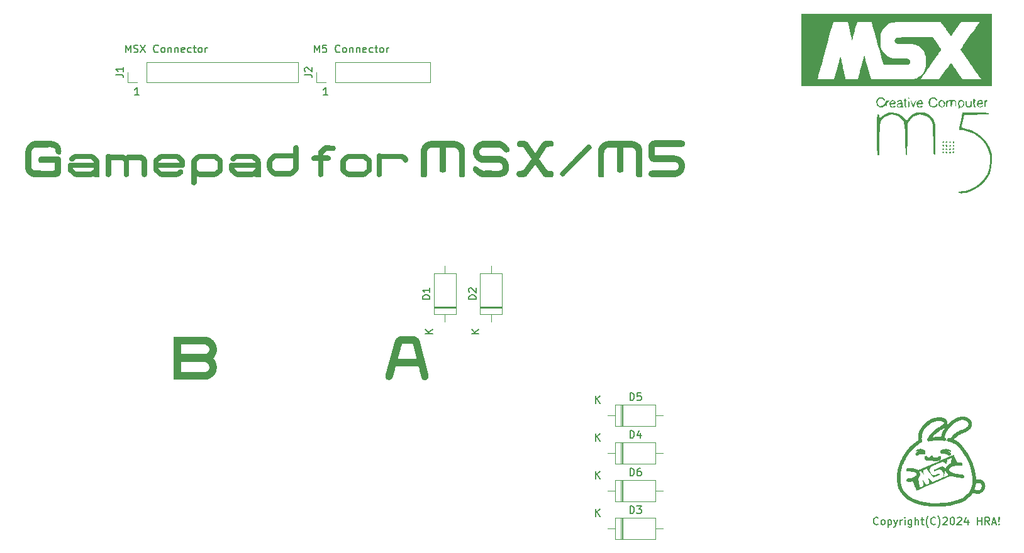
<source format=gto>
G04 #@! TF.GenerationSoftware,KiCad,Pcbnew,7.0.10*
G04 #@! TF.CreationDate,2024-02-23T16:37:41+09:00*
G04 #@! TF.ProjectId,game_pad,67616d65-5f70-4616-942e-6b696361645f,1*
G04 #@! TF.SameCoordinates,Original*
G04 #@! TF.FileFunction,Legend,Top*
G04 #@! TF.FilePolarity,Positive*
%FSLAX46Y46*%
G04 Gerber Fmt 4.6, Leading zero omitted, Abs format (unit mm)*
G04 Created by KiCad (PCBNEW 7.0.10) date 2024-02-23 16:37:41*
%MOMM*%
%LPD*%
G01*
G04 APERTURE LIST*
%ADD10C,0.150000*%
%ADD11C,0.120000*%
G04 APERTURE END LIST*
D10*
X168294207Y-134521580D02*
X168246588Y-134569200D01*
X168246588Y-134569200D02*
X168103731Y-134616819D01*
X168103731Y-134616819D02*
X168008493Y-134616819D01*
X168008493Y-134616819D02*
X167865636Y-134569200D01*
X167865636Y-134569200D02*
X167770398Y-134473961D01*
X167770398Y-134473961D02*
X167722779Y-134378723D01*
X167722779Y-134378723D02*
X167675160Y-134188247D01*
X167675160Y-134188247D02*
X167675160Y-134045390D01*
X167675160Y-134045390D02*
X167722779Y-133854914D01*
X167722779Y-133854914D02*
X167770398Y-133759676D01*
X167770398Y-133759676D02*
X167865636Y-133664438D01*
X167865636Y-133664438D02*
X168008493Y-133616819D01*
X168008493Y-133616819D02*
X168103731Y-133616819D01*
X168103731Y-133616819D02*
X168246588Y-133664438D01*
X168246588Y-133664438D02*
X168294207Y-133712057D01*
X168865636Y-134616819D02*
X168770398Y-134569200D01*
X168770398Y-134569200D02*
X168722779Y-134521580D01*
X168722779Y-134521580D02*
X168675160Y-134426342D01*
X168675160Y-134426342D02*
X168675160Y-134140628D01*
X168675160Y-134140628D02*
X168722779Y-134045390D01*
X168722779Y-134045390D02*
X168770398Y-133997771D01*
X168770398Y-133997771D02*
X168865636Y-133950152D01*
X168865636Y-133950152D02*
X169008493Y-133950152D01*
X169008493Y-133950152D02*
X169103731Y-133997771D01*
X169103731Y-133997771D02*
X169151350Y-134045390D01*
X169151350Y-134045390D02*
X169198969Y-134140628D01*
X169198969Y-134140628D02*
X169198969Y-134426342D01*
X169198969Y-134426342D02*
X169151350Y-134521580D01*
X169151350Y-134521580D02*
X169103731Y-134569200D01*
X169103731Y-134569200D02*
X169008493Y-134616819D01*
X169008493Y-134616819D02*
X168865636Y-134616819D01*
X169627541Y-133950152D02*
X169627541Y-134950152D01*
X169627541Y-133997771D02*
X169722779Y-133950152D01*
X169722779Y-133950152D02*
X169913255Y-133950152D01*
X169913255Y-133950152D02*
X170008493Y-133997771D01*
X170008493Y-133997771D02*
X170056112Y-134045390D01*
X170056112Y-134045390D02*
X170103731Y-134140628D01*
X170103731Y-134140628D02*
X170103731Y-134426342D01*
X170103731Y-134426342D02*
X170056112Y-134521580D01*
X170056112Y-134521580D02*
X170008493Y-134569200D01*
X170008493Y-134569200D02*
X169913255Y-134616819D01*
X169913255Y-134616819D02*
X169722779Y-134616819D01*
X169722779Y-134616819D02*
X169627541Y-134569200D01*
X170437065Y-133950152D02*
X170675160Y-134616819D01*
X170913255Y-133950152D02*
X170675160Y-134616819D01*
X170675160Y-134616819D02*
X170579922Y-134854914D01*
X170579922Y-134854914D02*
X170532303Y-134902533D01*
X170532303Y-134902533D02*
X170437065Y-134950152D01*
X171294208Y-134616819D02*
X171294208Y-133950152D01*
X171294208Y-134140628D02*
X171341827Y-134045390D01*
X171341827Y-134045390D02*
X171389446Y-133997771D01*
X171389446Y-133997771D02*
X171484684Y-133950152D01*
X171484684Y-133950152D02*
X171579922Y-133950152D01*
X171913256Y-134616819D02*
X171913256Y-133950152D01*
X171913256Y-133616819D02*
X171865637Y-133664438D01*
X171865637Y-133664438D02*
X171913256Y-133712057D01*
X171913256Y-133712057D02*
X171960875Y-133664438D01*
X171960875Y-133664438D02*
X171913256Y-133616819D01*
X171913256Y-133616819D02*
X171913256Y-133712057D01*
X172818017Y-133950152D02*
X172818017Y-134759676D01*
X172818017Y-134759676D02*
X172770398Y-134854914D01*
X172770398Y-134854914D02*
X172722779Y-134902533D01*
X172722779Y-134902533D02*
X172627541Y-134950152D01*
X172627541Y-134950152D02*
X172484684Y-134950152D01*
X172484684Y-134950152D02*
X172389446Y-134902533D01*
X172818017Y-134569200D02*
X172722779Y-134616819D01*
X172722779Y-134616819D02*
X172532303Y-134616819D01*
X172532303Y-134616819D02*
X172437065Y-134569200D01*
X172437065Y-134569200D02*
X172389446Y-134521580D01*
X172389446Y-134521580D02*
X172341827Y-134426342D01*
X172341827Y-134426342D02*
X172341827Y-134140628D01*
X172341827Y-134140628D02*
X172389446Y-134045390D01*
X172389446Y-134045390D02*
X172437065Y-133997771D01*
X172437065Y-133997771D02*
X172532303Y-133950152D01*
X172532303Y-133950152D02*
X172722779Y-133950152D01*
X172722779Y-133950152D02*
X172818017Y-133997771D01*
X173294208Y-134616819D02*
X173294208Y-133616819D01*
X173722779Y-134616819D02*
X173722779Y-134093009D01*
X173722779Y-134093009D02*
X173675160Y-133997771D01*
X173675160Y-133997771D02*
X173579922Y-133950152D01*
X173579922Y-133950152D02*
X173437065Y-133950152D01*
X173437065Y-133950152D02*
X173341827Y-133997771D01*
X173341827Y-133997771D02*
X173294208Y-134045390D01*
X174056113Y-133950152D02*
X174437065Y-133950152D01*
X174198970Y-133616819D02*
X174198970Y-134473961D01*
X174198970Y-134473961D02*
X174246589Y-134569200D01*
X174246589Y-134569200D02*
X174341827Y-134616819D01*
X174341827Y-134616819D02*
X174437065Y-134616819D01*
X175056113Y-134997771D02*
X175008494Y-134950152D01*
X175008494Y-134950152D02*
X174913256Y-134807295D01*
X174913256Y-134807295D02*
X174865637Y-134712057D01*
X174865637Y-134712057D02*
X174818018Y-134569200D01*
X174818018Y-134569200D02*
X174770399Y-134331104D01*
X174770399Y-134331104D02*
X174770399Y-134140628D01*
X174770399Y-134140628D02*
X174818018Y-133902533D01*
X174818018Y-133902533D02*
X174865637Y-133759676D01*
X174865637Y-133759676D02*
X174913256Y-133664438D01*
X174913256Y-133664438D02*
X175008494Y-133521580D01*
X175008494Y-133521580D02*
X175056113Y-133473961D01*
X176008494Y-134521580D02*
X175960875Y-134569200D01*
X175960875Y-134569200D02*
X175818018Y-134616819D01*
X175818018Y-134616819D02*
X175722780Y-134616819D01*
X175722780Y-134616819D02*
X175579923Y-134569200D01*
X175579923Y-134569200D02*
X175484685Y-134473961D01*
X175484685Y-134473961D02*
X175437066Y-134378723D01*
X175437066Y-134378723D02*
X175389447Y-134188247D01*
X175389447Y-134188247D02*
X175389447Y-134045390D01*
X175389447Y-134045390D02*
X175437066Y-133854914D01*
X175437066Y-133854914D02*
X175484685Y-133759676D01*
X175484685Y-133759676D02*
X175579923Y-133664438D01*
X175579923Y-133664438D02*
X175722780Y-133616819D01*
X175722780Y-133616819D02*
X175818018Y-133616819D01*
X175818018Y-133616819D02*
X175960875Y-133664438D01*
X175960875Y-133664438D02*
X176008494Y-133712057D01*
X176341828Y-134997771D02*
X176389447Y-134950152D01*
X176389447Y-134950152D02*
X176484685Y-134807295D01*
X176484685Y-134807295D02*
X176532304Y-134712057D01*
X176532304Y-134712057D02*
X176579923Y-134569200D01*
X176579923Y-134569200D02*
X176627542Y-134331104D01*
X176627542Y-134331104D02*
X176627542Y-134140628D01*
X176627542Y-134140628D02*
X176579923Y-133902533D01*
X176579923Y-133902533D02*
X176532304Y-133759676D01*
X176532304Y-133759676D02*
X176484685Y-133664438D01*
X176484685Y-133664438D02*
X176389447Y-133521580D01*
X176389447Y-133521580D02*
X176341828Y-133473961D01*
X177056114Y-133712057D02*
X177103733Y-133664438D01*
X177103733Y-133664438D02*
X177198971Y-133616819D01*
X177198971Y-133616819D02*
X177437066Y-133616819D01*
X177437066Y-133616819D02*
X177532304Y-133664438D01*
X177532304Y-133664438D02*
X177579923Y-133712057D01*
X177579923Y-133712057D02*
X177627542Y-133807295D01*
X177627542Y-133807295D02*
X177627542Y-133902533D01*
X177627542Y-133902533D02*
X177579923Y-134045390D01*
X177579923Y-134045390D02*
X177008495Y-134616819D01*
X177008495Y-134616819D02*
X177627542Y-134616819D01*
X178246590Y-133616819D02*
X178341828Y-133616819D01*
X178341828Y-133616819D02*
X178437066Y-133664438D01*
X178437066Y-133664438D02*
X178484685Y-133712057D01*
X178484685Y-133712057D02*
X178532304Y-133807295D01*
X178532304Y-133807295D02*
X178579923Y-133997771D01*
X178579923Y-133997771D02*
X178579923Y-134235866D01*
X178579923Y-134235866D02*
X178532304Y-134426342D01*
X178532304Y-134426342D02*
X178484685Y-134521580D01*
X178484685Y-134521580D02*
X178437066Y-134569200D01*
X178437066Y-134569200D02*
X178341828Y-134616819D01*
X178341828Y-134616819D02*
X178246590Y-134616819D01*
X178246590Y-134616819D02*
X178151352Y-134569200D01*
X178151352Y-134569200D02*
X178103733Y-134521580D01*
X178103733Y-134521580D02*
X178056114Y-134426342D01*
X178056114Y-134426342D02*
X178008495Y-134235866D01*
X178008495Y-134235866D02*
X178008495Y-133997771D01*
X178008495Y-133997771D02*
X178056114Y-133807295D01*
X178056114Y-133807295D02*
X178103733Y-133712057D01*
X178103733Y-133712057D02*
X178151352Y-133664438D01*
X178151352Y-133664438D02*
X178246590Y-133616819D01*
X178960876Y-133712057D02*
X179008495Y-133664438D01*
X179008495Y-133664438D02*
X179103733Y-133616819D01*
X179103733Y-133616819D02*
X179341828Y-133616819D01*
X179341828Y-133616819D02*
X179437066Y-133664438D01*
X179437066Y-133664438D02*
X179484685Y-133712057D01*
X179484685Y-133712057D02*
X179532304Y-133807295D01*
X179532304Y-133807295D02*
X179532304Y-133902533D01*
X179532304Y-133902533D02*
X179484685Y-134045390D01*
X179484685Y-134045390D02*
X178913257Y-134616819D01*
X178913257Y-134616819D02*
X179532304Y-134616819D01*
X180389447Y-133950152D02*
X180389447Y-134616819D01*
X180151352Y-133569200D02*
X179913257Y-134283485D01*
X179913257Y-134283485D02*
X180532304Y-134283485D01*
X181675162Y-134616819D02*
X181675162Y-133616819D01*
X181675162Y-134093009D02*
X182246590Y-134093009D01*
X182246590Y-134616819D02*
X182246590Y-133616819D01*
X183294209Y-134616819D02*
X182960876Y-134140628D01*
X182722781Y-134616819D02*
X182722781Y-133616819D01*
X182722781Y-133616819D02*
X183103733Y-133616819D01*
X183103733Y-133616819D02*
X183198971Y-133664438D01*
X183198971Y-133664438D02*
X183246590Y-133712057D01*
X183246590Y-133712057D02*
X183294209Y-133807295D01*
X183294209Y-133807295D02*
X183294209Y-133950152D01*
X183294209Y-133950152D02*
X183246590Y-134045390D01*
X183246590Y-134045390D02*
X183198971Y-134093009D01*
X183198971Y-134093009D02*
X183103733Y-134140628D01*
X183103733Y-134140628D02*
X182722781Y-134140628D01*
X183675162Y-134331104D02*
X184151352Y-134331104D01*
X183579924Y-134616819D02*
X183913257Y-133616819D01*
X183913257Y-133616819D02*
X184246590Y-134616819D01*
X184579924Y-134521580D02*
X184627543Y-134569200D01*
X184627543Y-134569200D02*
X184579924Y-134616819D01*
X184579924Y-134616819D02*
X184532305Y-134569200D01*
X184532305Y-134569200D02*
X184579924Y-134521580D01*
X184579924Y-134521580D02*
X184579924Y-134616819D01*
X184579924Y-134235866D02*
X184532305Y-133664438D01*
X184532305Y-133664438D02*
X184579924Y-133616819D01*
X184579924Y-133616819D02*
X184627543Y-133664438D01*
X184627543Y-133664438D02*
X184579924Y-134235866D01*
X184579924Y-134235866D02*
X184579924Y-133616819D01*
G36*
X53465561Y-84440969D02*
G01*
X53479871Y-84365104D01*
X53495629Y-84291075D01*
X53512834Y-84218883D01*
X53531488Y-84148527D01*
X53551589Y-84080008D01*
X53573138Y-84013325D01*
X53596135Y-83948479D01*
X53620579Y-83885470D01*
X53646472Y-83824297D01*
X53673812Y-83764961D01*
X53702600Y-83707461D01*
X53732835Y-83651798D01*
X53764519Y-83597972D01*
X53797650Y-83545982D01*
X53832230Y-83495828D01*
X53868257Y-83447512D01*
X53905731Y-83401032D01*
X53944654Y-83356388D01*
X53985025Y-83313581D01*
X54026843Y-83272611D01*
X54070109Y-83233477D01*
X54114823Y-83196180D01*
X54160984Y-83160720D01*
X54208594Y-83127096D01*
X54257651Y-83095308D01*
X54308156Y-83065358D01*
X54360109Y-83037243D01*
X54413510Y-83010966D01*
X54468358Y-82986525D01*
X54524655Y-82963920D01*
X54582399Y-82943153D01*
X54641591Y-82924221D01*
X57035170Y-82924221D01*
X57105778Y-82928568D01*
X57175634Y-82936114D01*
X57244739Y-82946858D01*
X57313092Y-82960801D01*
X57380694Y-82977942D01*
X57447545Y-82998281D01*
X57513644Y-83021820D01*
X57578992Y-83048556D01*
X57643589Y-83078492D01*
X57707435Y-83111625D01*
X57749581Y-83135491D01*
X57793282Y-83160779D01*
X57835238Y-83187488D01*
X57875447Y-83215619D01*
X57932487Y-83260481D01*
X57985600Y-83308541D01*
X58034783Y-83359800D01*
X58080039Y-83414257D01*
X58121365Y-83471913D01*
X58158764Y-83532768D01*
X58192234Y-83596821D01*
X58221776Y-83664072D01*
X58239288Y-83710683D01*
X58256184Y-83757982D01*
X58271764Y-83804316D01*
X58292666Y-83872011D01*
X58310605Y-83937538D01*
X58325581Y-84000897D01*
X58337595Y-84062088D01*
X58346647Y-84121110D01*
X58352737Y-84177965D01*
X58355864Y-84232651D01*
X58356028Y-84285169D01*
X58353230Y-84335519D01*
X58351639Y-84351821D01*
X58348586Y-84401666D01*
X58338855Y-84469870D01*
X58322941Y-84530194D01*
X58300845Y-84582641D01*
X58272566Y-84627209D01*
X58238105Y-84663900D01*
X58197461Y-84692711D01*
X58150635Y-84713645D01*
X58097627Y-84726700D01*
X58038436Y-84731877D01*
X57973063Y-84729176D01*
X57906742Y-84719530D01*
X57846539Y-84703874D01*
X57792453Y-84682207D01*
X57744486Y-84654529D01*
X57702637Y-84620841D01*
X57666906Y-84581142D01*
X57637292Y-84535432D01*
X57613797Y-84483712D01*
X57596420Y-84425981D01*
X57585161Y-84362239D01*
X57581053Y-84316406D01*
X57587799Y-84242484D01*
X57585137Y-84173982D01*
X57573068Y-84110898D01*
X57551591Y-84053234D01*
X57520708Y-84000989D01*
X57480418Y-83954163D01*
X57430720Y-83912756D01*
X57371615Y-83876769D01*
X57303103Y-83846200D01*
X57225184Y-83821051D01*
X57137857Y-83801320D01*
X57041124Y-83787009D01*
X56989229Y-83781886D01*
X56934983Y-83778117D01*
X56878385Y-83775703D01*
X56819435Y-83774644D01*
X56758134Y-83774940D01*
X56694480Y-83776591D01*
X56628475Y-83779596D01*
X56560118Y-83783956D01*
X54879727Y-83783956D01*
X54711200Y-83838911D01*
X54655773Y-83885046D01*
X54604897Y-83930946D01*
X54558572Y-83976609D01*
X54516798Y-84022036D01*
X54479575Y-84067227D01*
X54446902Y-84112181D01*
X54418781Y-84156900D01*
X54395211Y-84201383D01*
X54370863Y-84260325D01*
X54354605Y-84318848D01*
X54344673Y-84376350D01*
X54338720Y-84430236D01*
X54333301Y-84496563D01*
X54329587Y-84554473D01*
X54326174Y-84619381D01*
X54323061Y-84691287D01*
X54321153Y-84743113D01*
X54319378Y-84798048D01*
X54317737Y-84856094D01*
X54316230Y-84917250D01*
X54315526Y-84948995D01*
X54314396Y-85014869D01*
X54313446Y-85083958D01*
X54312678Y-85156262D01*
X54312092Y-85231782D01*
X54311686Y-85310517D01*
X54311462Y-85392467D01*
X54311419Y-85477632D01*
X54311557Y-85566013D01*
X54311877Y-85657609D01*
X54312378Y-85752420D01*
X54313060Y-85850446D01*
X54313469Y-85900665D01*
X54313924Y-85951688D01*
X54314423Y-86003514D01*
X54314968Y-86056145D01*
X54315559Y-86109579D01*
X54316194Y-86163817D01*
X54316875Y-86218858D01*
X54317601Y-86274704D01*
X54318373Y-86331353D01*
X54319190Y-86388806D01*
X54347278Y-86560997D01*
X54372294Y-86609083D01*
X54402156Y-86654420D01*
X54436865Y-86697010D01*
X54476421Y-86736852D01*
X54520824Y-86773947D01*
X54570073Y-86808293D01*
X54624169Y-86839892D01*
X54667922Y-86861788D01*
X54683112Y-86868743D01*
X54752961Y-86879691D01*
X54821673Y-86886179D01*
X54908103Y-86892018D01*
X54957961Y-86894694D01*
X55012249Y-86897208D01*
X55070967Y-86899560D01*
X55134113Y-86901750D01*
X55201689Y-86903777D01*
X55273694Y-86905642D01*
X55350129Y-86907345D01*
X55430992Y-86908886D01*
X55516285Y-86910265D01*
X55606008Y-86911481D01*
X55700159Y-86912535D01*
X55798740Y-86913427D01*
X55901750Y-86914157D01*
X56009190Y-86914725D01*
X56121058Y-86915130D01*
X56237356Y-86915374D01*
X56358084Y-86915455D01*
X56483240Y-86915374D01*
X56612826Y-86915130D01*
X56746841Y-86914725D01*
X56885286Y-86914157D01*
X57028159Y-86913427D01*
X57175462Y-86912535D01*
X57327195Y-86911481D01*
X57483356Y-86910265D01*
X57483356Y-85894214D01*
X55733356Y-85894214D01*
X55678945Y-85895078D01*
X55627759Y-85892478D01*
X55557027Y-85882085D01*
X55493550Y-85863899D01*
X55437329Y-85837921D01*
X55388363Y-85804150D01*
X55346653Y-85762587D01*
X55312199Y-85713231D01*
X55285001Y-85656084D01*
X55265059Y-85591143D01*
X55252372Y-85518411D01*
X55249755Y-85492435D01*
X55248720Y-85441101D01*
X55253017Y-85369664D01*
X55264334Y-85304902D01*
X55282670Y-85246817D01*
X55308025Y-85195408D01*
X55340401Y-85150675D01*
X55379795Y-85112618D01*
X55426210Y-85081238D01*
X55479644Y-85056533D01*
X55540098Y-85038505D01*
X55607571Y-85027152D01*
X57973063Y-85034480D01*
X58023535Y-85038043D01*
X58084719Y-85049606D01*
X58138920Y-85068955D01*
X58186137Y-85096089D01*
X58226371Y-85131008D01*
X58259620Y-85173712D01*
X58285886Y-85224202D01*
X58305168Y-85282477D01*
X58308897Y-85298262D01*
X58308897Y-87200914D01*
X58295464Y-87270523D01*
X58265797Y-87335157D01*
X58232972Y-87395335D01*
X58196989Y-87451057D01*
X58157848Y-87502325D01*
X58115549Y-87549136D01*
X58070092Y-87591492D01*
X58021477Y-87629393D01*
X57969705Y-87662838D01*
X57914774Y-87691827D01*
X57856685Y-87716361D01*
X57795438Y-87736440D01*
X57731034Y-87752063D01*
X57663471Y-87763230D01*
X57592750Y-87769942D01*
X57518871Y-87772199D01*
X57441835Y-87770000D01*
X57344138Y-87770000D01*
X54838206Y-87770000D01*
X54787526Y-87774579D01*
X54735624Y-87773663D01*
X54686403Y-87771159D01*
X54634838Y-87770089D01*
X54613503Y-87770000D01*
X54557327Y-87770000D01*
X54483799Y-87743575D01*
X54412813Y-87715288D01*
X54344370Y-87685138D01*
X54278470Y-87653125D01*
X54215113Y-87619250D01*
X54154297Y-87583511D01*
X54096025Y-87545910D01*
X54040295Y-87506446D01*
X53987108Y-87465119D01*
X53936463Y-87421930D01*
X53888361Y-87376877D01*
X53842802Y-87329962D01*
X53799785Y-87281183D01*
X53759311Y-87230542D01*
X53721379Y-87178039D01*
X53685990Y-87123672D01*
X53653144Y-87067442D01*
X53622840Y-87009350D01*
X53595079Y-86949395D01*
X53569861Y-86887577D01*
X53547185Y-86823896D01*
X53527051Y-86758352D01*
X53509461Y-86690946D01*
X53494412Y-86621676D01*
X53481907Y-86550544D01*
X53471944Y-86477549D01*
X53464524Y-86402692D01*
X53459646Y-86325971D01*
X53457311Y-86247387D01*
X53457518Y-86166941D01*
X53460269Y-86084632D01*
X53465561Y-86000460D01*
X53465561Y-84440969D01*
G37*
G36*
X62305502Y-84643896D02*
G01*
X62355848Y-84646973D01*
X62406710Y-84653742D01*
X62458087Y-84664204D01*
X62509979Y-84678357D01*
X62562386Y-84696203D01*
X62579803Y-84702739D01*
X62630392Y-84723833D01*
X62678492Y-84747160D01*
X62724102Y-84772720D01*
X62767221Y-84800512D01*
X62807850Y-84830537D01*
X63220621Y-85167592D01*
X63256446Y-85199375D01*
X63296288Y-85240819D01*
X63332696Y-85285871D01*
X63360411Y-85326169D01*
X63385742Y-85368971D01*
X63408688Y-85414277D01*
X63421346Y-85441951D01*
X63439676Y-85487932D01*
X63457107Y-85542872D01*
X63469557Y-85597555D01*
X63477028Y-85651980D01*
X63479518Y-85706147D01*
X63479518Y-85817278D01*
X63479518Y-86720976D01*
X63479518Y-87770000D01*
X62759002Y-87770000D01*
X62759002Y-87629560D01*
X62733852Y-87645875D01*
X62687821Y-87672129D01*
X62639218Y-87695462D01*
X62588044Y-87715874D01*
X62534298Y-87733363D01*
X62502947Y-87741950D01*
X62448542Y-87754222D01*
X62394722Y-87762987D01*
X62341486Y-87768246D01*
X62288834Y-87770000D01*
X60399616Y-87770000D01*
X60382934Y-87769794D01*
X60332373Y-87766717D01*
X60281039Y-87759948D01*
X60228932Y-87749487D01*
X60176052Y-87735333D01*
X60122400Y-87717487D01*
X60104716Y-87710799D01*
X60053783Y-87689247D01*
X60006027Y-87665462D01*
X59961448Y-87639444D01*
X59920046Y-87611194D01*
X59881821Y-87580711D01*
X59461723Y-87221674D01*
X59434341Y-87196468D01*
X59395916Y-87155724D01*
X59360668Y-87111460D01*
X59328596Y-87063675D01*
X59304297Y-87021165D01*
X59282205Y-86976210D01*
X59270419Y-86948504D01*
X59253353Y-86902327D01*
X59237125Y-86846914D01*
X59225533Y-86791502D01*
X59218577Y-86736089D01*
X59216259Y-86680676D01*
X59216259Y-86519476D01*
X59951430Y-86519476D01*
X59951430Y-86640376D01*
X59951430Y-86656252D01*
X59984714Y-86689561D01*
X60021039Y-86724640D01*
X60045196Y-86747552D01*
X60082720Y-86783691D01*
X60121789Y-86821956D01*
X60157815Y-86857752D01*
X60180385Y-86880000D01*
X60219358Y-86918694D01*
X60256205Y-86955649D01*
X60290928Y-86990865D01*
X60317489Y-87017045D01*
X60356873Y-87050704D01*
X60359803Y-87053541D01*
X60406943Y-87066580D01*
X62282728Y-87066580D01*
X62313258Y-87062916D01*
X62345010Y-87042156D01*
X62366106Y-87024074D01*
X62404849Y-86990865D01*
X62420019Y-86977546D01*
X62459780Y-86942579D01*
X62497808Y-86909070D01*
X62537962Y-86873628D01*
X62556070Y-86857581D01*
X62595279Y-86822451D01*
X62632363Y-86788673D01*
X62671074Y-86752728D01*
X62706730Y-86719735D01*
X62744347Y-86688004D01*
X62744347Y-86680676D01*
X62744347Y-86519476D01*
X59951430Y-86519476D01*
X59216259Y-86519476D01*
X59216259Y-86188527D01*
X59216669Y-86169322D01*
X59222823Y-86113880D01*
X59236361Y-86061702D01*
X59257284Y-86012787D01*
X59285592Y-85967134D01*
X59321284Y-85924745D01*
X59334602Y-85911583D01*
X59376849Y-85877194D01*
X59422530Y-85850446D01*
X59471646Y-85831341D01*
X59524196Y-85819878D01*
X59580181Y-85816057D01*
X62744347Y-85816057D01*
X62744347Y-85698820D01*
X62737020Y-85698820D01*
X62706966Y-85672488D01*
X62667411Y-85640202D01*
X62651382Y-85627265D01*
X62609975Y-85593920D01*
X62571078Y-85562686D01*
X62530635Y-85530293D01*
X62517014Y-85519366D01*
X62477569Y-85487359D01*
X62436234Y-85453156D01*
X62397522Y-85420383D01*
X62377601Y-85402537D01*
X62338904Y-85367871D01*
X62309595Y-85354438D01*
X62282728Y-85347110D01*
X60371528Y-85347110D01*
X60343440Y-85354438D01*
X60315352Y-85367871D01*
X60301919Y-85382526D01*
X59979518Y-85606008D01*
X59963709Y-85617004D01*
X59915252Y-85644552D01*
X59865249Y-85663944D01*
X59813700Y-85675178D01*
X59760606Y-85678255D01*
X59705966Y-85673175D01*
X59687862Y-85669726D01*
X59636128Y-85654627D01*
X59588257Y-85632402D01*
X59544251Y-85603050D01*
X59504108Y-85566571D01*
X59467829Y-85522965D01*
X59456981Y-85507905D01*
X59429819Y-85461523D01*
X59410728Y-85413337D01*
X59399708Y-85363349D01*
X59396760Y-85311557D01*
X59401884Y-85257962D01*
X59405333Y-85240025D01*
X59420431Y-85188963D01*
X59442656Y-85142023D01*
X59472008Y-85099204D01*
X59508487Y-85060507D01*
X59552093Y-85025931D01*
X59867166Y-84810997D01*
X59911779Y-84780226D01*
X59960131Y-84752026D01*
X60004553Y-84729901D01*
X60051722Y-84709665D01*
X60101639Y-84691318D01*
X60152544Y-84675133D01*
X60202676Y-84662295D01*
X60252035Y-84652807D01*
X60308644Y-84645970D01*
X60364200Y-84643691D01*
X62288834Y-84643691D01*
X62305502Y-84643896D01*
G37*
G36*
X69629553Y-85036922D02*
G01*
X69441486Y-84896482D01*
X69399769Y-84867383D01*
X69353997Y-84841146D01*
X69309336Y-84819980D01*
X69293719Y-84813440D01*
X69243809Y-84794678D01*
X69195228Y-84779947D01*
X69142677Y-84767048D01*
X69093440Y-84757264D01*
X69040821Y-84748407D01*
X68991906Y-84742024D01*
X68939470Y-84736757D01*
X68883514Y-84732607D01*
X68834194Y-84730001D01*
X68813782Y-84729176D01*
X68761004Y-84727065D01*
X68704946Y-84725312D01*
X68645608Y-84723917D01*
X68595777Y-84723058D01*
X68543847Y-84722428D01*
X68489818Y-84722028D01*
X68433690Y-84721856D01*
X68419330Y-84721849D01*
X67369085Y-84721849D01*
X67317642Y-84725360D01*
X67268335Y-84735893D01*
X67221166Y-84753448D01*
X67176133Y-84778025D01*
X67134612Y-84807868D01*
X67097976Y-84841222D01*
X67062599Y-84882943D01*
X67039357Y-84918464D01*
X67011270Y-84896482D01*
X66970554Y-84867383D01*
X66926262Y-84841146D01*
X66878391Y-84817771D01*
X66868387Y-84813440D01*
X66820249Y-84794678D01*
X66772755Y-84779947D01*
X66720834Y-84767048D01*
X66671772Y-84757264D01*
X66619154Y-84748824D01*
X66570238Y-84742613D01*
X66517802Y-84737347D01*
X66461846Y-84733025D01*
X66412526Y-84730144D01*
X66392114Y-84729176D01*
X66338984Y-84727065D01*
X66282634Y-84725312D01*
X66223064Y-84723917D01*
X66173090Y-84723058D01*
X66121054Y-84722428D01*
X66066958Y-84722028D01*
X66010802Y-84721856D01*
X65996441Y-84721849D01*
X64946196Y-84721849D01*
X64900744Y-84695287D01*
X64853231Y-84674221D01*
X64803658Y-84658651D01*
X64752023Y-84648576D01*
X64698328Y-84643996D01*
X64679972Y-84643691D01*
X64623987Y-84647340D01*
X64571436Y-84658288D01*
X64522320Y-84676535D01*
X64476639Y-84702080D01*
X64434393Y-84734924D01*
X64421074Y-84747494D01*
X64385382Y-84788138D01*
X64357075Y-84832216D01*
X64336152Y-84879729D01*
X64322614Y-84930676D01*
X64316460Y-84985059D01*
X64316050Y-85003949D01*
X64316050Y-87409741D01*
X64319742Y-87465268D01*
X64330819Y-87517361D01*
X64349280Y-87566019D01*
X64375126Y-87611242D01*
X64408356Y-87653030D01*
X64421074Y-87666196D01*
X64462176Y-87701473D01*
X64506712Y-87729451D01*
X64554683Y-87750131D01*
X64606088Y-87763512D01*
X64660928Y-87769594D01*
X64679972Y-87770000D01*
X64736085Y-87766393D01*
X64789022Y-87755574D01*
X64838782Y-87737542D01*
X64885365Y-87712297D01*
X64928770Y-87679840D01*
X64942533Y-87667418D01*
X64979470Y-87626860D01*
X65008764Y-87583039D01*
X65030417Y-87535956D01*
X65044428Y-87485609D01*
X65050796Y-87432000D01*
X65051221Y-87413405D01*
X65051221Y-85503426D01*
X65996441Y-85503426D01*
X66053821Y-85503522D01*
X66107810Y-85503812D01*
X66158406Y-85504295D01*
X66220593Y-85505240D01*
X66276750Y-85506528D01*
X66326877Y-85508159D01*
X66381056Y-85510682D01*
X66433635Y-85514417D01*
X66483390Y-85518516D01*
X66534996Y-85523271D01*
X66584980Y-85529116D01*
X66592393Y-85530293D01*
X66631066Y-85564873D01*
X66662002Y-85590132D01*
X66701800Y-85620814D01*
X66738939Y-85647529D01*
X66738939Y-87413405D01*
X66742760Y-87468102D01*
X66754223Y-87519536D01*
X66773328Y-87567707D01*
X66800076Y-87612616D01*
X66834465Y-87654261D01*
X66847627Y-87667418D01*
X66889973Y-87702279D01*
X66935497Y-87729928D01*
X66984198Y-87750365D01*
X67036075Y-87763588D01*
X67091130Y-87769599D01*
X67110188Y-87770000D01*
X67166173Y-87766393D01*
X67218723Y-87755574D01*
X67267839Y-87737542D01*
X67313520Y-87712297D01*
X67355766Y-87679840D01*
X67369085Y-87667418D01*
X67404777Y-87626860D01*
X67433085Y-87583039D01*
X67454007Y-87535956D01*
X67467546Y-87485609D01*
X67473700Y-87432000D01*
X67474110Y-87413405D01*
X67474110Y-85620662D01*
X67474110Y-85570544D01*
X67474110Y-85558381D01*
X67462890Y-85510162D01*
X67459455Y-85503426D01*
X68419330Y-85503426D01*
X68477801Y-85503522D01*
X68532774Y-85503812D01*
X68584247Y-85504295D01*
X68647435Y-85505240D01*
X68704403Y-85506528D01*
X68755150Y-85508159D01*
X68809837Y-85510682D01*
X68862630Y-85514417D01*
X68912035Y-85518516D01*
X68962159Y-85523271D01*
X69012212Y-85529907D01*
X69014061Y-85530293D01*
X69051678Y-85562675D01*
X69087334Y-85590132D01*
X69129504Y-85620814D01*
X69167934Y-85647529D01*
X69167934Y-87413405D01*
X69171626Y-87468102D01*
X69182703Y-87519536D01*
X69201164Y-87567707D01*
X69227010Y-87612616D01*
X69260241Y-87654261D01*
X69272958Y-87667418D01*
X69314060Y-87702279D01*
X69358596Y-87729928D01*
X69406567Y-87750365D01*
X69457972Y-87763588D01*
X69512812Y-87769599D01*
X69531856Y-87770000D01*
X69587970Y-87766307D01*
X69640906Y-87755230D01*
X69690666Y-87736769D01*
X69737249Y-87710923D01*
X69780654Y-87677693D01*
X69794417Y-87664975D01*
X69831354Y-87623874D01*
X69860649Y-87579337D01*
X69882301Y-87531367D01*
X69896312Y-87479961D01*
X69902680Y-87425121D01*
X69903105Y-87406078D01*
X69903105Y-85581584D01*
X69900400Y-85524010D01*
X69892286Y-85466694D01*
X69878762Y-85409636D01*
X69863359Y-85362284D01*
X69844200Y-85315111D01*
X69826168Y-85277501D01*
X69801082Y-85232022D01*
X69773909Y-85189464D01*
X69744649Y-85149828D01*
X69706782Y-85106122D01*
X69665909Y-85066624D01*
X69629553Y-85036922D01*
G37*
G36*
X73830110Y-84643891D02*
G01*
X73880600Y-84646897D01*
X73931776Y-84653508D01*
X73983640Y-84663727D01*
X74036190Y-84677551D01*
X74089427Y-84694982D01*
X74098388Y-84698141D01*
X74150252Y-84718349D01*
X74198852Y-84740702D01*
X74244190Y-84765203D01*
X74286265Y-84791850D01*
X74331228Y-84825652D01*
X74751325Y-85170034D01*
X74772016Y-85188116D01*
X74811142Y-85226985D01*
X74847263Y-85269461D01*
X74880379Y-85315543D01*
X74910490Y-85365231D01*
X74933286Y-85409392D01*
X74941716Y-85427544D01*
X74963740Y-85481826D01*
X74980871Y-85535850D01*
X74993107Y-85589617D01*
X75000448Y-85643126D01*
X75002896Y-85696378D01*
X75002896Y-86168988D01*
X75002471Y-86187277D01*
X74996103Y-86239971D01*
X74982092Y-86289401D01*
X74960439Y-86335569D01*
X74931144Y-86378474D01*
X74894207Y-86418115D01*
X74880588Y-86430389D01*
X74837497Y-86462461D01*
X74791058Y-86487405D01*
X74741269Y-86505222D01*
X74688132Y-86515913D01*
X74631646Y-86519476D01*
X71474808Y-86519476D01*
X71474808Y-86656252D01*
X71474808Y-86664801D01*
X71508092Y-86697559D01*
X71544417Y-86733189D01*
X71568574Y-86755929D01*
X71606098Y-86791166D01*
X71645167Y-86827756D01*
X71681193Y-86861416D01*
X71704085Y-86882608D01*
X71743336Y-86919853D01*
X71780077Y-86955939D01*
X71814305Y-86990865D01*
X71837622Y-87014181D01*
X71874145Y-87050704D01*
X71881167Y-87054425D01*
X71930321Y-87066580D01*
X73806106Y-87066580D01*
X73814883Y-87066222D01*
X73862281Y-87051926D01*
X73875715Y-87038492D01*
X74198115Y-86807683D01*
X74213920Y-86796687D01*
X74262305Y-86769138D01*
X74312151Y-86749747D01*
X74363456Y-86738512D01*
X74416221Y-86735435D01*
X74470446Y-86740516D01*
X74488693Y-86743970D01*
X74540742Y-86759139D01*
X74588756Y-86781522D01*
X74632734Y-86811117D01*
X74672676Y-86847926D01*
X74708583Y-86891946D01*
X74719579Y-86907732D01*
X74747127Y-86955831D01*
X74766519Y-87005047D01*
X74777753Y-87055379D01*
X74780830Y-87106828D01*
X74775750Y-87159392D01*
X74772301Y-87176885D01*
X74757202Y-87226788D01*
X74734977Y-87272827D01*
X74705625Y-87315002D01*
X74669146Y-87353313D01*
X74625540Y-87387759D01*
X74323978Y-87599319D01*
X74331228Y-87595366D01*
X74317961Y-87605312D01*
X74276502Y-87633605D01*
X74232553Y-87659580D01*
X74186113Y-87683236D01*
X74137183Y-87704574D01*
X74085764Y-87723593D01*
X74068385Y-87729213D01*
X74016536Y-87743896D01*
X73965116Y-87755316D01*
X73914126Y-87763474D01*
X73863565Y-87768368D01*
X73813433Y-87770000D01*
X71922993Y-87770000D01*
X71906326Y-87769813D01*
X71855979Y-87767023D01*
X71805117Y-87760883D01*
X71753741Y-87751395D01*
X71701848Y-87738558D01*
X71649441Y-87722372D01*
X71632172Y-87716128D01*
X71581969Y-87695734D01*
X71534170Y-87672851D01*
X71488775Y-87647477D01*
X71445785Y-87619614D01*
X71405198Y-87589260D01*
X70992428Y-87243656D01*
X70963329Y-87218430D01*
X70922757Y-87177587D01*
X70885877Y-87133136D01*
X70852690Y-87085080D01*
X70827854Y-87042277D01*
X70805582Y-86996971D01*
X70793797Y-86969068D01*
X70776731Y-86922706D01*
X70760502Y-86867308D01*
X70748910Y-86812167D01*
X70741955Y-86757284D01*
X70739637Y-86702658D01*
X70739637Y-85816057D01*
X71474808Y-85816057D01*
X74267725Y-85816057D01*
X74267725Y-85712254D01*
X74261618Y-85706147D01*
X74230516Y-85679815D01*
X74190788Y-85647529D01*
X74175027Y-85634268D01*
X74133954Y-85599945D01*
X74094949Y-85567627D01*
X74054012Y-85533956D01*
X74040391Y-85522375D01*
X74000946Y-85488790D01*
X73959611Y-85453514D01*
X73920900Y-85420383D01*
X73894796Y-85397409D01*
X73854954Y-85367871D01*
X73852330Y-85365357D01*
X73806106Y-85347110D01*
X71930321Y-85347110D01*
X71898569Y-85354438D01*
X71866817Y-85367871D01*
X71845722Y-85385092D01*
X71806978Y-85416720D01*
X71795880Y-85425714D01*
X71757335Y-85456626D01*
X71716405Y-85488969D01*
X71677529Y-85519302D01*
X71668852Y-85526147D01*
X71626181Y-85559659D01*
X71584703Y-85591978D01*
X71544417Y-85623105D01*
X71513730Y-85646707D01*
X71474808Y-85678060D01*
X71474808Y-85816057D01*
X70739637Y-85816057D01*
X70739637Y-85682944D01*
X70740724Y-85646556D01*
X70746434Y-85591759D01*
X70757039Y-85536704D01*
X70772538Y-85481392D01*
X70789192Y-85435101D01*
X70809246Y-85388632D01*
X70827717Y-85352205D01*
X70852952Y-85308980D01*
X70880572Y-85268318D01*
X70916865Y-85222909D01*
X70956593Y-85181192D01*
X70999755Y-85143168D01*
X71412526Y-84824431D01*
X71424914Y-84814041D01*
X71464198Y-84784589D01*
X71506659Y-84757712D01*
X71552297Y-84733412D01*
X71601113Y-84711688D01*
X71653105Y-84692540D01*
X71662093Y-84689534D01*
X71715274Y-84673506D01*
X71767166Y-84660912D01*
X71817770Y-84651753D01*
X71867086Y-84646029D01*
X71922993Y-84643691D01*
X73813433Y-84643691D01*
X73830110Y-84643891D01*
G37*
G36*
X78929743Y-84643896D02*
G01*
X78979703Y-84646973D01*
X79030264Y-84653742D01*
X79081427Y-84664204D01*
X79133190Y-84678357D01*
X79185554Y-84696203D01*
X79194290Y-84699434D01*
X79244951Y-84719870D01*
X79292607Y-84742110D01*
X79337258Y-84766152D01*
X79378903Y-84791998D01*
X79423691Y-84824431D01*
X79843789Y-85156601D01*
X79877945Y-85188384D01*
X79916413Y-85229829D01*
X79952133Y-85274880D01*
X79979801Y-85315178D01*
X80005561Y-85357980D01*
X80029413Y-85403286D01*
X80042508Y-85431189D01*
X80061470Y-85477551D01*
X80079502Y-85532950D01*
X80092382Y-85588090D01*
X80100110Y-85642973D01*
X80102686Y-85697599D01*
X80102686Y-86744180D01*
X80101484Y-86780568D01*
X80095173Y-86835365D01*
X80083452Y-86890420D01*
X80066322Y-86945732D01*
X80047914Y-86992023D01*
X80025750Y-87038492D01*
X80000664Y-87083799D01*
X79973490Y-87126601D01*
X79944230Y-87166899D01*
X79912883Y-87204692D01*
X79872511Y-87246738D01*
X79829134Y-87285177D01*
X79423691Y-87596587D01*
X79417540Y-87601368D01*
X79371942Y-87633300D01*
X79329324Y-87658530D01*
X79283442Y-87681786D01*
X79234298Y-87703066D01*
X79181891Y-87722372D01*
X79172977Y-87725302D01*
X79120198Y-87740930D01*
X79068621Y-87753209D01*
X79018246Y-87762139D01*
X78969073Y-87767720D01*
X78913224Y-87770000D01*
X77022784Y-87770000D01*
X76994581Y-87769484D01*
X76944676Y-87766103D01*
X76894070Y-87759567D01*
X76842762Y-87749875D01*
X76790753Y-87737027D01*
X76761463Y-87728078D01*
X76711767Y-87710488D01*
X76664057Y-87690444D01*
X76618334Y-87667946D01*
X76574598Y-87642993D01*
X76574598Y-88485631D01*
X76574174Y-88505137D01*
X76567805Y-88561423D01*
X76553795Y-88614359D01*
X76532142Y-88663947D01*
X76502847Y-88710187D01*
X76465910Y-88753077D01*
X76452148Y-88766534D01*
X76408742Y-88801697D01*
X76362159Y-88829045D01*
X76312400Y-88848580D01*
X76259463Y-88860301D01*
X76203349Y-88864207D01*
X76184306Y-88863783D01*
X76129466Y-88857414D01*
X76078060Y-88843404D01*
X76030089Y-88821751D01*
X75985553Y-88792456D01*
X75944452Y-88755519D01*
X75931734Y-88741757D01*
X75898504Y-88698351D01*
X75872658Y-88651769D01*
X75854196Y-88602009D01*
X75843120Y-88549072D01*
X75839427Y-88492958D01*
X75839427Y-86750286D01*
X75839427Y-86730746D01*
X76574598Y-86730746D01*
X76605224Y-86756602D01*
X76644207Y-86788143D01*
X76656168Y-86797596D01*
X76696811Y-86830034D01*
X76738648Y-86863904D01*
X76777320Y-86895610D01*
X76786126Y-86902742D01*
X76824573Y-86933772D01*
X76865025Y-86966210D01*
X76906769Y-86999413D01*
X76927105Y-87014769D01*
X76966608Y-87044598D01*
X76997138Y-87062916D01*
X77030111Y-87066580D01*
X78905896Y-87066580D01*
X78928565Y-87065206D01*
X78975505Y-87044598D01*
X78994053Y-87030301D01*
X79034124Y-86999413D01*
X79037870Y-86996506D01*
X79079862Y-86963578D01*
X79119289Y-86932142D01*
X79159909Y-86899274D01*
X79168290Y-86892571D01*
X79209769Y-86859489D01*
X79250531Y-86827122D01*
X79290579Y-86795471D01*
X79325379Y-86768351D01*
X79367515Y-86738073D01*
X79367515Y-85703705D01*
X79360188Y-85696378D01*
X79329085Y-85670999D01*
X79289357Y-85640202D01*
X79273653Y-85627513D01*
X79233225Y-85594287D01*
X79195411Y-85562549D01*
X79156245Y-85529071D01*
X79143279Y-85517730D01*
X79105412Y-85484993D01*
X79065150Y-85450885D01*
X79026796Y-85419162D01*
X79006875Y-85402146D01*
X78968178Y-85369092D01*
X78936427Y-85354438D01*
X78904675Y-85347110D01*
X77030111Y-85347110D01*
X77000802Y-85354438D01*
X76973935Y-85369092D01*
X76950560Y-85390082D01*
X76914096Y-85422826D01*
X76898926Y-85436087D01*
X76859165Y-85470410D01*
X76821137Y-85502728D01*
X76780983Y-85536399D01*
X76762818Y-85551263D01*
X76723062Y-85584011D01*
X76684851Y-85615792D01*
X76644207Y-85649972D01*
X76613521Y-85676526D01*
X76574598Y-85711032D01*
X76574598Y-86724640D01*
X76574598Y-86730746D01*
X75839427Y-86730746D01*
X75839427Y-85722023D01*
X75839427Y-85673175D01*
X75839455Y-85667478D01*
X75842746Y-85613525D01*
X75851524Y-85565058D01*
X75867515Y-85518080D01*
X75886444Y-85469690D01*
X75907815Y-85422215D01*
X75931629Y-85375656D01*
X75957885Y-85330013D01*
X75987271Y-85286050D01*
X76019251Y-85245750D01*
X76053827Y-85209113D01*
X76090997Y-85176140D01*
X76504989Y-84832979D01*
X76518251Y-84822570D01*
X76559638Y-84792832D01*
X76603430Y-84765326D01*
X76649627Y-84740052D01*
X76698227Y-84717012D01*
X76749232Y-84696203D01*
X76766758Y-84689844D01*
X76818994Y-84673229D01*
X76870714Y-84660306D01*
X76921919Y-84651076D01*
X76972609Y-84645537D01*
X77022784Y-84643691D01*
X78913224Y-84643691D01*
X78929743Y-84643896D01*
G37*
G36*
X84028461Y-84643896D02*
G01*
X84078807Y-84646973D01*
X84129669Y-84653742D01*
X84181046Y-84664204D01*
X84232938Y-84678357D01*
X84285345Y-84696203D01*
X84302762Y-84702739D01*
X84353351Y-84723833D01*
X84401451Y-84747160D01*
X84447060Y-84772720D01*
X84490180Y-84800512D01*
X84530809Y-84830537D01*
X84943579Y-85167592D01*
X84979405Y-85199375D01*
X85019247Y-85240819D01*
X85055654Y-85285871D01*
X85083370Y-85326169D01*
X85108701Y-85368971D01*
X85131646Y-85414277D01*
X85144305Y-85441951D01*
X85162635Y-85487932D01*
X85180066Y-85542872D01*
X85192516Y-85597555D01*
X85199987Y-85651980D01*
X85202477Y-85706147D01*
X85202477Y-85817278D01*
X85202477Y-86720976D01*
X85202477Y-87770000D01*
X84481960Y-87770000D01*
X84481960Y-87629560D01*
X84456811Y-87645875D01*
X84410779Y-87672129D01*
X84362176Y-87695462D01*
X84311002Y-87715874D01*
X84257257Y-87733363D01*
X84225906Y-87741950D01*
X84171501Y-87754222D01*
X84117681Y-87762987D01*
X84064445Y-87768246D01*
X84011793Y-87770000D01*
X82122575Y-87770000D01*
X82105893Y-87769794D01*
X82055331Y-87766717D01*
X82003997Y-87759948D01*
X81951891Y-87749487D01*
X81899011Y-87735333D01*
X81845359Y-87717487D01*
X81827675Y-87710799D01*
X81776742Y-87689247D01*
X81728986Y-87665462D01*
X81684407Y-87639444D01*
X81643005Y-87611194D01*
X81604780Y-87580711D01*
X81184682Y-87221674D01*
X81157300Y-87196468D01*
X81118875Y-87155724D01*
X81083627Y-87111460D01*
X81051555Y-87063675D01*
X81027256Y-87021165D01*
X81005163Y-86976210D01*
X80993378Y-86948504D01*
X80976312Y-86902327D01*
X80960084Y-86846914D01*
X80948492Y-86791502D01*
X80941536Y-86736089D01*
X80939218Y-86680676D01*
X80939218Y-86519476D01*
X81674389Y-86519476D01*
X81674389Y-86640376D01*
X81674389Y-86656252D01*
X81707673Y-86689561D01*
X81743998Y-86724640D01*
X81768155Y-86747552D01*
X81805679Y-86783691D01*
X81844748Y-86821956D01*
X81880774Y-86857752D01*
X81903344Y-86880000D01*
X81942317Y-86918694D01*
X81979164Y-86955649D01*
X82013886Y-86990865D01*
X82040448Y-87017045D01*
X82079832Y-87050704D01*
X82082762Y-87053541D01*
X82129902Y-87066580D01*
X84005687Y-87066580D01*
X84036217Y-87062916D01*
X84067969Y-87042156D01*
X84089065Y-87024074D01*
X84127808Y-86990865D01*
X84142978Y-86977546D01*
X84182739Y-86942579D01*
X84220767Y-86909070D01*
X84260921Y-86873628D01*
X84279029Y-86857581D01*
X84318238Y-86822451D01*
X84355321Y-86788673D01*
X84394033Y-86752728D01*
X84429689Y-86719735D01*
X84467306Y-86688004D01*
X84467306Y-86680676D01*
X84467306Y-86519476D01*
X81674389Y-86519476D01*
X80939218Y-86519476D01*
X80939218Y-86188527D01*
X80939628Y-86169322D01*
X80945782Y-86113880D01*
X80959320Y-86061702D01*
X80980243Y-86012787D01*
X81008550Y-85967134D01*
X81044242Y-85924745D01*
X81057561Y-85911583D01*
X81099808Y-85877194D01*
X81145489Y-85850446D01*
X81194604Y-85831341D01*
X81247155Y-85819878D01*
X81303140Y-85816057D01*
X84467306Y-85816057D01*
X84467306Y-85698820D01*
X84459979Y-85698820D01*
X84429925Y-85672488D01*
X84390369Y-85640202D01*
X84374341Y-85627265D01*
X84332934Y-85593920D01*
X84294037Y-85562686D01*
X84253593Y-85530293D01*
X84239973Y-85519366D01*
X84200528Y-85487359D01*
X84159193Y-85453156D01*
X84120481Y-85420383D01*
X84100560Y-85402537D01*
X84061863Y-85367871D01*
X84032554Y-85354438D01*
X84005687Y-85347110D01*
X82094487Y-85347110D01*
X82066399Y-85354438D01*
X82038311Y-85367871D01*
X82024877Y-85382526D01*
X81702477Y-85606008D01*
X81686668Y-85617004D01*
X81638210Y-85644552D01*
X81588207Y-85663944D01*
X81536659Y-85675178D01*
X81483565Y-85678255D01*
X81428925Y-85673175D01*
X81410821Y-85669726D01*
X81359087Y-85654627D01*
X81311216Y-85632402D01*
X81267209Y-85603050D01*
X81227067Y-85566571D01*
X81190788Y-85522965D01*
X81179940Y-85507905D01*
X81152778Y-85461523D01*
X81133687Y-85413337D01*
X81122667Y-85363349D01*
X81119719Y-85311557D01*
X81124842Y-85257962D01*
X81128291Y-85240025D01*
X81143390Y-85188963D01*
X81165615Y-85142023D01*
X81194967Y-85099204D01*
X81231446Y-85060507D01*
X81275052Y-85025931D01*
X81590125Y-84810997D01*
X81634738Y-84780226D01*
X81683090Y-84752026D01*
X81727512Y-84729901D01*
X81774681Y-84709665D01*
X81824598Y-84691318D01*
X81875503Y-84675133D01*
X81925635Y-84662295D01*
X81974994Y-84652807D01*
X82031602Y-84645970D01*
X82087159Y-84643691D01*
X84011793Y-84643691D01*
X84028461Y-84643896D01*
G37*
G36*
X89950076Y-83471731D02*
G01*
X90005131Y-83477813D01*
X90057009Y-83491194D01*
X90105709Y-83511874D01*
X90151233Y-83539852D01*
X90193579Y-83575129D01*
X90206741Y-83588295D01*
X90241130Y-83630083D01*
X90267878Y-83675306D01*
X90286983Y-83723964D01*
X90298446Y-83776057D01*
X90302267Y-83831584D01*
X90302267Y-86523140D01*
X90302019Y-86540418D01*
X90298299Y-86592596D01*
X90290113Y-86645290D01*
X90277462Y-86698498D01*
X90260345Y-86752222D01*
X90238764Y-86806461D01*
X90230841Y-86824436D01*
X90205410Y-86876071D01*
X90177489Y-86924270D01*
X90147078Y-86969036D01*
X90114177Y-87010366D01*
X90078785Y-87048262D01*
X89644033Y-87476908D01*
X89625275Y-87494883D01*
X89585118Y-87528772D01*
X89541440Y-87559912D01*
X89494242Y-87588306D01*
X89443524Y-87613951D01*
X89398569Y-87633224D01*
X89380275Y-87640322D01*
X89325678Y-87658869D01*
X89271510Y-87673295D01*
X89217772Y-87683599D01*
X89164463Y-87689781D01*
X89111584Y-87691842D01*
X87222365Y-87691842D01*
X87195968Y-87691327D01*
X87142788Y-87687205D01*
X87089093Y-87678962D01*
X87034883Y-87666597D01*
X86980157Y-87650111D01*
X86934159Y-87633224D01*
X86916031Y-87625744D01*
X86863939Y-87601472D01*
X86815281Y-87574453D01*
X86770058Y-87544685D01*
X86728270Y-87512171D01*
X86689916Y-87476908D01*
X86256385Y-87047041D01*
X86244173Y-87034790D01*
X86209368Y-86995750D01*
X86177311Y-86953274D01*
X86148002Y-86907364D01*
X86121441Y-86858020D01*
X86097627Y-86805240D01*
X86090529Y-86786955D01*
X86071981Y-86732502D01*
X86057556Y-86678649D01*
X86047252Y-86625397D01*
X86041069Y-86572747D01*
X86039009Y-86520697D01*
X86039009Y-86517034D01*
X86774180Y-86517034D01*
X86777843Y-86535352D01*
X86781507Y-86553670D01*
X86817556Y-86585994D01*
X86851116Y-86622058D01*
X86883707Y-86656328D01*
X86917978Y-86691973D01*
X86953927Y-86728991D01*
X86991556Y-86767383D01*
X87024689Y-86800934D01*
X87061269Y-86837704D01*
X87096474Y-86872795D01*
X87134438Y-86910265D01*
X87166906Y-86941542D01*
X87201605Y-86981095D01*
X87218702Y-86984759D01*
X87237020Y-86988422D01*
X89098150Y-86988422D01*
X89116468Y-86984759D01*
X89133565Y-86981095D01*
X89161966Y-86947285D01*
X89199511Y-86910265D01*
X89233705Y-86877063D01*
X89269120Y-86842182D01*
X89305757Y-86805622D01*
X89343614Y-86767383D01*
X89376573Y-86733715D01*
X89412522Y-86696525D01*
X89446640Y-86660709D01*
X89482833Y-86622058D01*
X89517036Y-86585994D01*
X89553663Y-86553670D01*
X89567096Y-86517034D01*
X89567096Y-85268953D01*
X87237020Y-85268953D01*
X87201605Y-85283607D01*
X87169858Y-85320811D01*
X87134438Y-85355659D01*
X87100778Y-85388326D01*
X87065744Y-85422826D01*
X87029337Y-85459157D01*
X86991556Y-85497320D01*
X86958539Y-85530871D01*
X86922379Y-85567641D01*
X86887899Y-85602732D01*
X86851116Y-85640202D01*
X86817556Y-85674405D01*
X86781507Y-85711032D01*
X86777843Y-85725687D01*
X86774180Y-85740341D01*
X86774180Y-86517034D01*
X86039009Y-86517034D01*
X86039009Y-85744005D01*
X86039238Y-85726579D01*
X86042672Y-85674014D01*
X86050228Y-85621020D01*
X86061906Y-85567597D01*
X86077706Y-85513744D01*
X86097627Y-85459462D01*
X86105259Y-85441487D01*
X86129989Y-85389853D01*
X86157466Y-85341653D01*
X86187691Y-85296888D01*
X86220664Y-85255558D01*
X86256385Y-85217662D01*
X86689916Y-84787794D01*
X86708663Y-84769787D01*
X86748734Y-84735641D01*
X86792240Y-84703985D01*
X86839181Y-84674819D01*
X86889556Y-84648143D01*
X86934159Y-84627815D01*
X86952601Y-84620273D01*
X87007584Y-84600567D01*
X87062052Y-84585240D01*
X87116005Y-84574292D01*
X87169443Y-84567723D01*
X87222365Y-84565533D01*
X89567096Y-84565533D01*
X89567096Y-83829141D01*
X89567507Y-83810403D01*
X89573661Y-83756479D01*
X89587199Y-83705989D01*
X89608122Y-83658934D01*
X89636429Y-83615314D01*
X89672121Y-83575129D01*
X89685440Y-83562559D01*
X89727686Y-83529715D01*
X89773367Y-83504169D01*
X89822483Y-83485923D01*
X89875033Y-83474975D01*
X89931018Y-83471325D01*
X89950076Y-83471731D01*
G37*
G36*
X94933112Y-83549483D02*
G01*
X94100244Y-83471325D01*
X94047865Y-83473129D01*
X93995143Y-83478538D01*
X93942077Y-83487554D01*
X93888668Y-83500177D01*
X93834916Y-83516405D01*
X93816922Y-83522616D01*
X93764672Y-83543439D01*
X93715084Y-83567439D01*
X93668158Y-83594616D01*
X93623894Y-83624969D01*
X93582291Y-83658500D01*
X93569016Y-83670383D01*
X93155024Y-84045296D01*
X93119258Y-84078987D01*
X93085997Y-84115182D01*
X93055240Y-84153882D01*
X93026987Y-84195086D01*
X93001239Y-84238794D01*
X92977996Y-84285007D01*
X92969399Y-84304193D01*
X92950401Y-84352488D01*
X92934623Y-84401199D01*
X92922065Y-84450328D01*
X92912727Y-84499874D01*
X92906609Y-84549838D01*
X92903711Y-84600219D01*
X92903454Y-84620488D01*
X92903454Y-84878164D01*
X92350244Y-84878164D01*
X92294130Y-84881728D01*
X92241193Y-84892418D01*
X92191433Y-84910235D01*
X92144851Y-84935180D01*
X92101445Y-84967251D01*
X92087683Y-84979525D01*
X92051161Y-85019210D01*
X92022195Y-85062243D01*
X92000786Y-85108625D01*
X91986933Y-85158357D01*
X91980636Y-85211436D01*
X91980216Y-85229874D01*
X91983994Y-85284070D01*
X91995328Y-85334917D01*
X92014219Y-85382416D01*
X92040666Y-85426566D01*
X92074669Y-85467367D01*
X92087683Y-85480223D01*
X92130029Y-85514670D01*
X92175553Y-85541990D01*
X92224254Y-85562183D01*
X92276131Y-85575249D01*
X92331186Y-85581188D01*
X92350244Y-85581584D01*
X92903454Y-85581584D01*
X92903454Y-87408520D01*
X92907146Y-87464090D01*
X92918223Y-87516311D01*
X92936684Y-87565184D01*
X92962530Y-87610707D01*
X92995760Y-87652882D01*
X93008478Y-87666196D01*
X93049580Y-87701473D01*
X93094116Y-87729451D01*
X93142087Y-87750131D01*
X93193492Y-87763512D01*
X93248332Y-87769594D01*
X93267376Y-87770000D01*
X93323489Y-87766350D01*
X93376426Y-87755402D01*
X93426186Y-87737156D01*
X93472769Y-87711610D01*
X93516174Y-87678766D01*
X93529937Y-87666196D01*
X93566874Y-87625138D01*
X93596168Y-87580730D01*
X93617821Y-87532974D01*
X93631832Y-87481869D01*
X93638200Y-87427416D01*
X93638625Y-87408520D01*
X93638625Y-85581584D01*
X94261444Y-85581584D01*
X94317429Y-85578020D01*
X94369979Y-85567330D01*
X94419095Y-85549512D01*
X94464776Y-85524568D01*
X94507023Y-85492497D01*
X94520341Y-85480223D01*
X94556033Y-85440538D01*
X94584341Y-85397505D01*
X94605264Y-85351122D01*
X94618802Y-85301391D01*
X94624956Y-85248311D01*
X94625366Y-85229874D01*
X94621674Y-85175678D01*
X94610597Y-85124830D01*
X94592135Y-85077332D01*
X94566290Y-85033182D01*
X94533059Y-84992381D01*
X94520341Y-84979525D01*
X94479240Y-84945078D01*
X94434704Y-84917758D01*
X94386733Y-84897565D01*
X94335327Y-84884499D01*
X94280487Y-84878560D01*
X94261444Y-84878164D01*
X93638625Y-84878164D01*
X93638625Y-84638806D01*
X93638625Y-84631479D01*
X93677547Y-84596342D01*
X93708234Y-84569197D01*
X93748878Y-84533896D01*
X93787088Y-84500494D01*
X93826844Y-84465546D01*
X93845010Y-84449518D01*
X93885163Y-84413390D01*
X93923192Y-84379193D01*
X93962953Y-84343463D01*
X93978122Y-84329839D01*
X94015446Y-84296351D01*
X94044068Y-84274884D01*
X94064829Y-84263893D01*
X94086810Y-84252903D01*
X94137273Y-84252903D01*
X94190327Y-84252903D01*
X94219923Y-84252903D01*
X94270570Y-84252903D01*
X94322676Y-84252903D01*
X94376243Y-84252903D01*
X94431269Y-84252903D01*
X94487755Y-84252903D01*
X94506908Y-84252903D01*
X94563623Y-84252903D01*
X94618363Y-84252903D01*
X94671128Y-84252903D01*
X94721918Y-84252903D01*
X94778677Y-84252903D01*
X94786566Y-84252903D01*
X94835578Y-84252903D01*
X94884713Y-84252903D01*
X94912351Y-84252903D01*
X94968465Y-84251872D01*
X95021402Y-84243285D01*
X95071162Y-84227143D01*
X95117744Y-84203443D01*
X95161150Y-84172188D01*
X95174912Y-84160090D01*
X95212064Y-84120491D01*
X95242003Y-84077716D01*
X95264729Y-84031763D01*
X95280242Y-83982633D01*
X95288542Y-83930325D01*
X95289706Y-83912184D01*
X95288504Y-83858317D01*
X95279402Y-83807541D01*
X95262401Y-83759856D01*
X95237500Y-83715263D01*
X95204698Y-83673761D01*
X95192009Y-83660614D01*
X95151280Y-83624707D01*
X95106944Y-83595756D01*
X95059002Y-83573760D01*
X95007453Y-83558719D01*
X94952298Y-83550633D01*
X94933112Y-83549483D01*
G37*
G36*
X98996893Y-84643896D02*
G01*
X99047383Y-84646973D01*
X99098559Y-84653742D01*
X99150423Y-84664204D01*
X99202973Y-84678357D01*
X99256210Y-84696203D01*
X99274047Y-84702739D01*
X99325438Y-84723833D01*
X99373652Y-84747160D01*
X99418689Y-84772720D01*
X99460549Y-84800512D01*
X99499232Y-84830537D01*
X99919330Y-85184689D01*
X99946463Y-85209628D01*
X99984731Y-85250115D01*
X100020080Y-85294293D01*
X100052509Y-85342164D01*
X100077303Y-85384876D01*
X100100069Y-85430153D01*
X100112727Y-85458067D01*
X100131058Y-85504494D01*
X100148489Y-85560050D01*
X100160939Y-85615434D01*
X100168410Y-85670646D01*
X100170900Y-85725687D01*
X100170900Y-86702658D01*
X100169793Y-86739047D01*
X100163983Y-86793844D01*
X100153192Y-86848899D01*
X100137421Y-86904211D01*
X100120475Y-86950502D01*
X100100069Y-86996971D01*
X100081904Y-87033417D01*
X100057050Y-87076720D01*
X100029811Y-87117518D01*
X99993976Y-87163171D01*
X99954707Y-87205217D01*
X99912002Y-87243656D01*
X99499232Y-87589260D01*
X99485965Y-87599654D01*
X99444506Y-87629178D01*
X99400557Y-87656212D01*
X99354117Y-87680755D01*
X99305188Y-87702809D01*
X99253768Y-87722372D01*
X99236241Y-87728140D01*
X99184006Y-87743209D01*
X99132286Y-87754930D01*
X99081080Y-87763302D01*
X99030391Y-87768325D01*
X98980216Y-87770000D01*
X97090997Y-87770000D01*
X97074330Y-87769813D01*
X97023983Y-87767023D01*
X96973122Y-87760883D01*
X96921745Y-87751395D01*
X96869853Y-87738558D01*
X96817445Y-87722372D01*
X96800201Y-87716128D01*
X96750355Y-87695734D01*
X96703343Y-87672851D01*
X96659165Y-87647477D01*
X96617820Y-87619614D01*
X96579309Y-87589260D01*
X96159211Y-87257090D01*
X96132058Y-87231864D01*
X96093690Y-87191020D01*
X96058155Y-87146570D01*
X96025455Y-87098513D01*
X96000368Y-87055711D01*
X95977250Y-87010404D01*
X95964810Y-86982501D01*
X95946796Y-86936139D01*
X95929666Y-86880741D01*
X95917430Y-86825600D01*
X95910088Y-86770717D01*
X95907696Y-86717313D01*
X96642812Y-86717313D01*
X96673438Y-86744599D01*
X96712421Y-86778374D01*
X96728392Y-86791578D01*
X96769155Y-86825257D01*
X96806861Y-86856383D01*
X96845533Y-86888283D01*
X96858707Y-86898980D01*
X96896939Y-86930300D01*
X96937153Y-86963741D01*
X96974982Y-86995750D01*
X96998298Y-87015134D01*
X97034822Y-87051926D01*
X97049323Y-87058337D01*
X97098325Y-87066580D01*
X98972889Y-87066580D01*
X98981666Y-87066222D01*
X99029064Y-87051926D01*
X99050160Y-87033413D01*
X99088904Y-86999413D01*
X99104074Y-86985865D01*
X99143835Y-86950994D01*
X99181863Y-86918386D01*
X99222016Y-86884619D01*
X99240163Y-86869488D01*
X99279737Y-86836418D01*
X99317571Y-86804701D01*
X99357571Y-86771046D01*
X99388848Y-86744492D01*
X99428401Y-86709986D01*
X99435729Y-86702658D01*
X99435729Y-85725687D01*
X99428401Y-85718360D01*
X99398348Y-85691073D01*
X99358792Y-85657299D01*
X99338709Y-85640269D01*
X99301357Y-85608412D01*
X99262459Y-85575010D01*
X99222016Y-85540062D01*
X99203908Y-85524072D01*
X99164699Y-85489489D01*
X99127615Y-85456838D01*
X99088904Y-85422826D01*
X99062800Y-85399317D01*
X99022958Y-85369092D01*
X99020335Y-85366430D01*
X98974110Y-85347110D01*
X97098325Y-85347110D01*
X97065352Y-85354438D01*
X97034822Y-85369092D01*
X97013726Y-85386744D01*
X96974982Y-85419162D01*
X96963884Y-85428396D01*
X96925339Y-85460262D01*
X96884409Y-85493798D01*
X96845533Y-85525408D01*
X96832535Y-85536105D01*
X96794185Y-85567425D01*
X96752707Y-85600865D01*
X96712421Y-85632875D01*
X96681734Y-85657561D01*
X96642812Y-85689050D01*
X96642812Y-86717313D01*
X95907696Y-86717313D01*
X95907641Y-86716092D01*
X95907641Y-85682944D01*
X95908728Y-85646556D01*
X95914439Y-85591759D01*
X95925043Y-85536704D01*
X95940542Y-85481392D01*
X95957197Y-85435101D01*
X95977250Y-85388632D01*
X95995702Y-85352205D01*
X96020860Y-85308980D01*
X96048343Y-85268318D01*
X96084392Y-85222909D01*
X96123791Y-85181192D01*
X96166538Y-85143168D01*
X96579309Y-84824431D01*
X96591845Y-84814041D01*
X96631516Y-84784589D01*
X96674277Y-84757712D01*
X96720130Y-84733412D01*
X96769074Y-84711688D01*
X96821109Y-84692540D01*
X96830098Y-84689534D01*
X96883278Y-84673506D01*
X96935170Y-84660912D01*
X96985774Y-84651753D01*
X97035090Y-84646029D01*
X97090997Y-84643691D01*
X98980216Y-84643691D01*
X98996893Y-84643896D01*
G37*
G36*
X104765108Y-84938004D02*
G01*
X104583147Y-84804891D01*
X104538184Y-84773820D01*
X104488779Y-84745786D01*
X104442898Y-84724177D01*
X104393754Y-84704799D01*
X104341346Y-84687655D01*
X104288367Y-84672714D01*
X104236589Y-84660864D01*
X104186014Y-84652106D01*
X104136640Y-84646439D01*
X104080557Y-84643734D01*
X104072679Y-84643691D01*
X101476378Y-84643691D01*
X101424874Y-84645908D01*
X101375771Y-84655498D01*
X101371353Y-84657124D01*
X101333314Y-84625998D01*
X101286548Y-84597823D01*
X101237211Y-84578413D01*
X101185302Y-84567769D01*
X101146650Y-84565533D01*
X101090665Y-84569311D01*
X101038114Y-84580646D01*
X100988999Y-84599537D01*
X100943318Y-84625983D01*
X100901071Y-84659987D01*
X100887752Y-84673000D01*
X100852061Y-84714817D01*
X100823753Y-84760584D01*
X100802830Y-84810301D01*
X100789292Y-84863968D01*
X100783138Y-84921584D01*
X100782728Y-84941667D01*
X100782728Y-87399972D01*
X100786420Y-87456873D01*
X100797497Y-87510339D01*
X100815958Y-87560370D01*
X100841804Y-87606967D01*
X100875035Y-87650130D01*
X100887752Y-87663754D01*
X100928854Y-87699861D01*
X100973390Y-87728497D01*
X101021361Y-87749663D01*
X101072766Y-87763359D01*
X101127607Y-87769584D01*
X101146650Y-87770000D01*
X101202764Y-87766221D01*
X101255700Y-87754887D01*
X101305460Y-87735996D01*
X101352043Y-87709549D01*
X101395448Y-87675546D01*
X101409211Y-87662533D01*
X101446148Y-87620057D01*
X101475443Y-87574147D01*
X101497095Y-87524803D01*
X101511106Y-87472023D01*
X101517474Y-87415809D01*
X101517899Y-87396308D01*
X101517899Y-85347110D01*
X104072679Y-85347110D01*
X104106873Y-85354438D01*
X104142288Y-85367871D01*
X104180070Y-85399303D01*
X104215561Y-85427711D01*
X104257121Y-85459195D01*
X104298909Y-85487245D01*
X104310816Y-85493656D01*
X104318945Y-85544947D01*
X104333256Y-85593490D01*
X104353749Y-85639286D01*
X104380425Y-85682334D01*
X104413283Y-85722634D01*
X104425610Y-85735457D01*
X104465252Y-85769903D01*
X104508157Y-85797223D01*
X104554324Y-85817416D01*
X104603755Y-85830482D01*
X104656448Y-85836421D01*
X104674738Y-85836817D01*
X104730852Y-85832996D01*
X104783788Y-85821533D01*
X104833548Y-85802428D01*
X104880131Y-85775680D01*
X104923536Y-85741291D01*
X104937299Y-85728129D01*
X104974236Y-85685783D01*
X105003531Y-85640259D01*
X105025183Y-85591558D01*
X105039194Y-85539681D01*
X105045562Y-85484626D01*
X105045987Y-85465568D01*
X105043153Y-85409039D01*
X105034653Y-85353026D01*
X105020485Y-85297527D01*
X105000649Y-85242544D01*
X104979791Y-85197118D01*
X104965387Y-85170034D01*
X104939245Y-85126374D01*
X104911195Y-85085456D01*
X104875017Y-85039975D01*
X104836091Y-84998444D01*
X104794417Y-84960863D01*
X104765108Y-84938004D01*
G37*
G36*
X111412177Y-82924221D02*
G01*
X108317620Y-82924221D01*
X108238941Y-82922035D01*
X108162120Y-82922499D01*
X108087157Y-82925613D01*
X108014053Y-82931377D01*
X107942806Y-82939791D01*
X107873418Y-82950854D01*
X107805887Y-82964568D01*
X107740215Y-82980932D01*
X107676400Y-82999945D01*
X107614444Y-83021608D01*
X107554345Y-83045922D01*
X107496105Y-83072885D01*
X107439723Y-83102498D01*
X107385199Y-83134762D01*
X107332533Y-83169675D01*
X107281725Y-83207238D01*
X107232775Y-83247451D01*
X107185683Y-83290314D01*
X107140449Y-83335827D01*
X107097073Y-83383989D01*
X107055556Y-83434802D01*
X107015896Y-83488265D01*
X106978095Y-83544378D01*
X106942151Y-83603140D01*
X106908066Y-83664553D01*
X106875838Y-83728615D01*
X106845469Y-83795328D01*
X106816957Y-83864690D01*
X106790304Y-83936702D01*
X106765509Y-84011364D01*
X106742572Y-84088677D01*
X106721493Y-84168639D01*
X106721493Y-84280990D01*
X106721493Y-84337166D01*
X106721493Y-84588736D01*
X106721493Y-87542854D01*
X106734849Y-87596424D01*
X106753850Y-87644477D01*
X106778498Y-87687013D01*
X106820143Y-87735146D01*
X106871825Y-87773471D01*
X106917173Y-87795779D01*
X106968167Y-87812569D01*
X107024807Y-87823843D01*
X107087093Y-87829599D01*
X107155024Y-87829839D01*
X107226390Y-87825034D01*
X107290736Y-87815657D01*
X107348063Y-87801707D01*
X107398370Y-87783185D01*
X107441657Y-87760090D01*
X107488455Y-87722185D01*
X107522773Y-87676151D01*
X107544612Y-87621988D01*
X107553971Y-87559697D01*
X107554361Y-87542854D01*
X107554361Y-84665673D01*
X107567794Y-84455624D01*
X107583231Y-84386597D01*
X107601454Y-84321176D01*
X107622463Y-84259362D01*
X107646257Y-84201154D01*
X107672838Y-84146552D01*
X107702204Y-84095557D01*
X107734357Y-84048168D01*
X107769295Y-84004385D01*
X107807019Y-83964209D01*
X107847529Y-83927640D01*
X107890825Y-83894676D01*
X107936906Y-83865320D01*
X107985774Y-83839569D01*
X108037428Y-83817425D01*
X108091867Y-83798887D01*
X108149092Y-83783956D01*
X109283600Y-83783956D01*
X109283600Y-86927362D01*
X109304056Y-86981668D01*
X109333670Y-87029180D01*
X109372444Y-87069900D01*
X109420376Y-87103827D01*
X109477468Y-87130961D01*
X109526298Y-87146853D01*
X109580279Y-87158925D01*
X109639413Y-87167175D01*
X109703698Y-87171605D01*
X109767984Y-87170950D01*
X109827117Y-87166238D01*
X109881098Y-87157469D01*
X109929928Y-87144642D01*
X109987020Y-87121229D01*
X110034952Y-87090604D01*
X110073726Y-87052765D01*
X110103340Y-87007714D01*
X110123796Y-86955450D01*
X110123796Y-83783956D01*
X111307152Y-83783956D01*
X111353449Y-83800777D01*
X111419620Y-83830121D01*
X111481862Y-83864404D01*
X111540176Y-83903623D01*
X111594562Y-83947780D01*
X111645020Y-83996874D01*
X111691549Y-84050906D01*
X111734149Y-84109875D01*
X111760367Y-84151931D01*
X111784839Y-84196180D01*
X111807565Y-84242625D01*
X111828545Y-84291263D01*
X111838381Y-84316406D01*
X111873796Y-84477606D01*
X111873796Y-87585596D01*
X111896826Y-87631671D01*
X111923784Y-87672808D01*
X111965840Y-87719977D01*
X112014879Y-87758369D01*
X112070903Y-87787984D01*
X112117503Y-87804434D01*
X112168032Y-87815948D01*
X112222489Y-87822524D01*
X112280875Y-87824162D01*
X112321981Y-87822512D01*
X112383555Y-87818018D01*
X112439590Y-87809574D01*
X112490087Y-87797181D01*
X112548800Y-87774512D01*
X112597668Y-87744821D01*
X112636690Y-87708109D01*
X112665865Y-87664374D01*
X112685195Y-87613617D01*
X112693230Y-87570942D01*
X112699337Y-84245575D01*
X112698080Y-84180622D01*
X112694309Y-84117195D01*
X112688024Y-84055295D01*
X112679225Y-83994921D01*
X112667912Y-83936074D01*
X112654085Y-83878753D01*
X112637744Y-83822959D01*
X112618889Y-83768691D01*
X112597520Y-83715950D01*
X112573637Y-83664735D01*
X112547241Y-83615047D01*
X112518330Y-83566885D01*
X112486905Y-83520250D01*
X112452966Y-83475142D01*
X112416513Y-83431560D01*
X112377547Y-83389504D01*
X112336066Y-83348975D01*
X112292071Y-83309972D01*
X112245562Y-83272496D01*
X112196540Y-83236547D01*
X112145003Y-83202124D01*
X112090952Y-83169228D01*
X112034388Y-83137858D01*
X111975309Y-83108014D01*
X111913717Y-83079697D01*
X111849610Y-83052907D01*
X111782989Y-83027643D01*
X111713855Y-83003906D01*
X111642206Y-82981695D01*
X111568044Y-82961010D01*
X111491367Y-82941853D01*
X111412177Y-82924221D01*
G37*
G36*
X113830181Y-84804891D02*
G01*
X113863750Y-84886073D01*
X113899733Y-84964145D01*
X113938130Y-85039107D01*
X113978940Y-85110958D01*
X114022164Y-85179699D01*
X114067803Y-85245330D01*
X114115854Y-85307850D01*
X114166320Y-85367260D01*
X114219200Y-85423560D01*
X114274493Y-85476750D01*
X114332200Y-85526829D01*
X114392321Y-85573798D01*
X114454856Y-85617657D01*
X114519804Y-85658406D01*
X114587167Y-85696044D01*
X114656943Y-85730572D01*
X114704359Y-85742607D01*
X114711898Y-85745226D01*
X114964689Y-85816057D01*
X117162875Y-85816057D01*
X117260572Y-85816057D01*
X117311882Y-85835210D01*
X117360788Y-85856032D01*
X117407289Y-85878525D01*
X117451386Y-85902687D01*
X117493079Y-85928518D01*
X117551111Y-85970396D01*
X117603733Y-86016031D01*
X117650945Y-86065422D01*
X117692748Y-86118570D01*
X117729141Y-86175474D01*
X117760125Y-86236135D01*
X117785699Y-86300553D01*
X117793021Y-86322861D01*
X117788804Y-86375960D01*
X117781649Y-86426874D01*
X117771554Y-86475603D01*
X117750904Y-86544600D01*
X117723641Y-86608682D01*
X117689767Y-86667848D01*
X117649280Y-86722098D01*
X117602183Y-86771431D01*
X117548473Y-86815850D01*
X117488152Y-86855352D01*
X117444264Y-86878956D01*
X117397438Y-86900375D01*
X117372923Y-86910265D01*
X117330181Y-86910265D01*
X117219050Y-86924919D01*
X115412875Y-86910265D01*
X115360800Y-86915706D01*
X115309906Y-86918293D01*
X115260193Y-86918025D01*
X115195745Y-86913226D01*
X115133397Y-86903351D01*
X115073147Y-86888401D01*
X115014996Y-86868375D01*
X114958944Y-86843273D01*
X114918283Y-86821116D01*
X114864091Y-86787952D01*
X114822045Y-86761226D01*
X114778797Y-86732912D01*
X114734347Y-86703009D01*
X114688695Y-86671517D01*
X114641840Y-86638437D01*
X114593783Y-86603769D01*
X114544524Y-86567511D01*
X114494064Y-86529666D01*
X114442400Y-86490231D01*
X114424912Y-86476734D01*
X114373311Y-86438318D01*
X114323227Y-86405197D01*
X114274660Y-86377372D01*
X114227610Y-86354841D01*
X114159879Y-86330974D01*
X114095561Y-86319020D01*
X114034657Y-86318981D01*
X113977166Y-86330856D01*
X113923087Y-86354644D01*
X113872423Y-86390347D01*
X113825171Y-86437964D01*
X113781332Y-86497494D01*
X113757638Y-86541143D01*
X113735137Y-86609443D01*
X113728286Y-86681134D01*
X113732412Y-86730813D01*
X113743494Y-86781999D01*
X113761531Y-86834693D01*
X113786523Y-86888893D01*
X113818470Y-86944602D01*
X113857372Y-87001818D01*
X113903230Y-87060541D01*
X113956042Y-87120771D01*
X114015810Y-87182510D01*
X114082533Y-87245755D01*
X114156212Y-87310508D01*
X114195659Y-87343450D01*
X114236845Y-87376769D01*
X114278367Y-87406078D01*
X114320403Y-87441560D01*
X114362554Y-87475343D01*
X114404819Y-87507429D01*
X114447199Y-87537816D01*
X114489694Y-87566505D01*
X114532303Y-87593496D01*
X114575026Y-87618788D01*
X114617864Y-87642383D01*
X114682336Y-87674590D01*
X114747065Y-87702976D01*
X114812051Y-87727541D01*
X114877296Y-87748285D01*
X114942798Y-87765208D01*
X114964689Y-87770000D01*
X115034298Y-87770000D01*
X117429099Y-87770000D01*
X117666015Y-87713824D01*
X117715302Y-87703925D01*
X117763330Y-87692548D01*
X117855608Y-87665357D01*
X117942849Y-87632250D01*
X118025052Y-87593229D01*
X118102217Y-87548292D01*
X118174345Y-87497440D01*
X118241436Y-87440672D01*
X118303489Y-87377990D01*
X118360504Y-87309392D01*
X118412482Y-87234879D01*
X118459422Y-87154450D01*
X118501325Y-87068107D01*
X118520388Y-87022717D01*
X118538191Y-86975848D01*
X118554734Y-86927500D01*
X118570019Y-86877674D01*
X118584044Y-86826368D01*
X118596809Y-86773584D01*
X118608315Y-86719321D01*
X118618562Y-86663579D01*
X118622967Y-86582722D01*
X118624887Y-86503639D01*
X118624322Y-86426330D01*
X118621272Y-86350796D01*
X118615736Y-86277036D01*
X118607714Y-86205052D01*
X118597207Y-86134841D01*
X118584215Y-86066406D01*
X118568738Y-85999745D01*
X118550775Y-85934858D01*
X118530327Y-85871746D01*
X118507393Y-85810409D01*
X118481974Y-85750846D01*
X118454070Y-85693058D01*
X118423680Y-85637044D01*
X118390806Y-85582805D01*
X118355445Y-85530340D01*
X118317599Y-85479650D01*
X118277268Y-85430735D01*
X118234452Y-85383594D01*
X118189150Y-85338228D01*
X118141363Y-85294636D01*
X118091090Y-85252819D01*
X118038333Y-85212777D01*
X117983089Y-85174509D01*
X117925361Y-85138016D01*
X117865147Y-85103297D01*
X117802447Y-85070353D01*
X117737263Y-85039183D01*
X117669593Y-85009788D01*
X117599437Y-84982168D01*
X117526796Y-84956322D01*
X117245917Y-84956322D01*
X117204396Y-84956322D01*
X117162875Y-84956322D01*
X117102037Y-84956769D01*
X117042103Y-84957195D01*
X116983073Y-84957599D01*
X116924948Y-84957982D01*
X116867726Y-84958343D01*
X116811408Y-84958683D01*
X116755994Y-84959002D01*
X116701485Y-84959299D01*
X116647879Y-84959574D01*
X116595177Y-84959828D01*
X116543379Y-84960061D01*
X116492485Y-84960272D01*
X116442495Y-84960461D01*
X116393409Y-84960630D01*
X116297950Y-84960901D01*
X116206106Y-84961087D01*
X116117878Y-84961188D01*
X116033266Y-84961202D01*
X115952270Y-84961130D01*
X115874890Y-84960973D01*
X115801125Y-84960730D01*
X115730977Y-84960401D01*
X115664445Y-84959986D01*
X115601471Y-84959489D01*
X115541999Y-84958917D01*
X115486028Y-84958268D01*
X115433559Y-84957543D01*
X115384591Y-84956742D01*
X115317705Y-84955396D01*
X115258696Y-84953879D01*
X115207566Y-84952191D01*
X115151648Y-84949672D01*
X115101446Y-84946094D01*
X115077041Y-84942889D01*
X115024285Y-84920525D01*
X114974707Y-84896482D01*
X114928305Y-84870761D01*
X114885081Y-84843360D01*
X114845034Y-84814279D01*
X114790920Y-84767511D01*
X114743954Y-84716964D01*
X114704137Y-84662639D01*
X114671469Y-84604536D01*
X114645948Y-84542655D01*
X114627577Y-84476995D01*
X114616353Y-84407558D01*
X114614200Y-84383572D01*
X114614794Y-84312729D01*
X114624361Y-84244912D01*
X114642901Y-84180122D01*
X114670414Y-84118359D01*
X114706901Y-84059623D01*
X114752360Y-84003913D01*
X114787651Y-83968455D01*
X114826930Y-83934342D01*
X114870198Y-83901574D01*
X114917453Y-83870152D01*
X114968696Y-83840075D01*
X115023927Y-83811343D01*
X115083147Y-83783956D01*
X117022435Y-83783956D01*
X117073802Y-83781437D01*
X117122880Y-83781209D01*
X117175355Y-83783688D01*
X117214166Y-83787620D01*
X117267451Y-83794084D01*
X117317396Y-83801263D01*
X117368480Y-83809987D01*
X117372923Y-83810823D01*
X117498709Y-83881653D01*
X117659909Y-84007438D01*
X117960327Y-84357927D01*
X118021400Y-84390130D01*
X118080970Y-84416216D01*
X118139037Y-84436184D01*
X118195602Y-84450033D01*
X118250664Y-84457765D01*
X118304223Y-84459378D01*
X118356280Y-84454874D01*
X118406834Y-84444252D01*
X118455885Y-84427511D01*
X118503434Y-84404653D01*
X118534298Y-84386015D01*
X118575503Y-84352699D01*
X118609818Y-84315948D01*
X118644851Y-84261604D01*
X118667635Y-84201154D01*
X118676683Y-84151809D01*
X118678840Y-84099030D01*
X118674107Y-84042815D01*
X118662483Y-83983167D01*
X118643968Y-83920083D01*
X118618562Y-83853565D01*
X118564428Y-83775346D01*
X118508882Y-83700055D01*
X118451923Y-83627693D01*
X118393553Y-83558261D01*
X118333771Y-83491757D01*
X118272577Y-83428182D01*
X118209970Y-83367536D01*
X118145952Y-83309820D01*
X118080522Y-83255032D01*
X118013679Y-83203173D01*
X117945425Y-83154244D01*
X117875758Y-83108243D01*
X117804680Y-83065171D01*
X117732189Y-83025029D01*
X117658287Y-82987815D01*
X117582972Y-82953531D01*
X117470621Y-82924221D01*
X117358269Y-82924221D01*
X117316748Y-82924221D01*
X117274005Y-82924221D01*
X115188171Y-82924221D01*
X115146650Y-82924221D01*
X114978122Y-82924221D01*
X114889751Y-82955782D01*
X114804767Y-82989098D01*
X114723170Y-83024170D01*
X114644960Y-83060997D01*
X114570137Y-83099580D01*
X114498700Y-83139918D01*
X114430651Y-83182012D01*
X114365989Y-83225861D01*
X114304713Y-83271466D01*
X114246825Y-83318826D01*
X114192323Y-83367942D01*
X114141209Y-83418813D01*
X114093481Y-83471440D01*
X114049141Y-83525822D01*
X114008187Y-83581960D01*
X113970621Y-83639853D01*
X113936441Y-83699502D01*
X113905648Y-83760906D01*
X113878242Y-83824065D01*
X113854224Y-83888981D01*
X113833592Y-83955651D01*
X113816347Y-84024077D01*
X113802489Y-84094259D01*
X113792018Y-84166196D01*
X113784934Y-84239889D01*
X113781237Y-84315337D01*
X113780927Y-84392541D01*
X113784004Y-84471500D01*
X113790468Y-84552214D01*
X113800318Y-84634685D01*
X113813556Y-84718910D01*
X113830181Y-84804891D01*
G37*
G36*
X120560293Y-83774187D02*
G01*
X120513304Y-83753078D01*
X120460828Y-83744972D01*
X120403011Y-83742396D01*
X120345779Y-83743332D01*
X120294068Y-83746099D01*
X120243712Y-83748369D01*
X120194005Y-83748465D01*
X120144946Y-83746385D01*
X120084535Y-83740726D01*
X120025138Y-83731668D01*
X119966755Y-83719212D01*
X119909385Y-83703356D01*
X119859493Y-83681949D01*
X119815147Y-83648258D01*
X119776346Y-83602284D01*
X119749298Y-83556660D01*
X119725799Y-83503175D01*
X119705849Y-83441828D01*
X119693216Y-83390658D01*
X119685903Y-83354089D01*
X119679671Y-83299893D01*
X119679749Y-83247671D01*
X119686139Y-83197425D01*
X119698840Y-83149154D01*
X119717853Y-83102857D01*
X119743176Y-83058536D01*
X119774811Y-83016189D01*
X119812757Y-82975818D01*
X119857014Y-82937421D01*
X119907582Y-82900999D01*
X119944801Y-82877815D01*
X120721493Y-82877815D01*
X120775743Y-82895085D01*
X120828125Y-82915296D01*
X120878640Y-82938448D01*
X120927287Y-82964541D01*
X120974066Y-82993574D01*
X121018978Y-83025549D01*
X121062022Y-83060464D01*
X121103199Y-83098321D01*
X121142508Y-83139118D01*
X121179949Y-83182856D01*
X121203872Y-83213649D01*
X122114898Y-84543551D01*
X123080879Y-83185561D01*
X123114610Y-83141712D01*
X123149553Y-83101145D01*
X123185708Y-83063860D01*
X123223074Y-83029856D01*
X123261652Y-82999135D01*
X123321791Y-82959207D01*
X123384656Y-82926664D01*
X123450247Y-82901505D01*
X123518565Y-82883731D01*
X123589609Y-82873341D01*
X123638486Y-82870517D01*
X123688575Y-82870975D01*
X123739875Y-82874715D01*
X123765980Y-82877815D01*
X124298429Y-82870488D01*
X124358328Y-82886098D01*
X124412088Y-82906366D01*
X124459708Y-82931292D01*
X124501189Y-82960877D01*
X124536530Y-82995120D01*
X124574102Y-83048023D01*
X124595118Y-83093135D01*
X124609994Y-83142906D01*
X124618731Y-83197335D01*
X124621328Y-83256421D01*
X124620830Y-83277152D01*
X124616547Y-83336236D01*
X124609195Y-83390296D01*
X124598773Y-83439333D01*
X124580102Y-83496902D01*
X124555973Y-83545540D01*
X124526387Y-83585249D01*
X124481731Y-83622327D01*
X124428547Y-83645451D01*
X124416887Y-83648401D01*
X124366512Y-83655194D01*
X124313084Y-83662140D01*
X124263830Y-83668343D01*
X124212238Y-83674662D01*
X124197069Y-83676489D01*
X124142063Y-83682366D01*
X124092403Y-83687404D01*
X124040425Y-83692441D01*
X123986129Y-83697479D01*
X123929514Y-83702517D01*
X123919853Y-83703356D01*
X123866166Y-83706044D01*
X123815167Y-83714109D01*
X123766857Y-83727549D01*
X123721234Y-83746366D01*
X123696371Y-83759532D01*
X122632693Y-85314138D01*
X123737892Y-86910265D01*
X124052965Y-86939574D01*
X124112547Y-86939512D01*
X124168561Y-86941158D01*
X124221006Y-86944511D01*
X124269883Y-86949573D01*
X124336509Y-86960367D01*
X124395106Y-86975003D01*
X124445674Y-86993483D01*
X124500609Y-87024099D01*
X124541272Y-87061546D01*
X124567662Y-87105825D01*
X124578087Y-87143517D01*
X124587552Y-87193014D01*
X124594574Y-87243198D01*
X124599153Y-87294069D01*
X124601290Y-87345628D01*
X124600985Y-87397873D01*
X124598237Y-87450805D01*
X124593047Y-87504424D01*
X124585415Y-87558729D01*
X124575874Y-87606643D01*
X124556864Y-87657895D01*
X124529983Y-87699546D01*
X124487336Y-87736855D01*
X124433354Y-87760340D01*
X124379712Y-87769350D01*
X124368039Y-87770000D01*
X123689043Y-87770000D01*
X123633627Y-87776790D01*
X123580036Y-87778386D01*
X123528269Y-87774787D01*
X123478327Y-87765992D01*
X123430209Y-87752003D01*
X123383916Y-87732819D01*
X123339448Y-87708440D01*
X123296805Y-87678866D01*
X123255986Y-87644098D01*
X123216992Y-87604134D01*
X123192009Y-87574605D01*
X122128332Y-86104263D01*
X121021912Y-87574605D01*
X120985264Y-87610769D01*
X120948596Y-87643241D01*
X120899671Y-87680794D01*
X120850708Y-87711782D01*
X120801707Y-87736206D01*
X120752667Y-87754066D01*
X120703590Y-87765363D01*
X120654474Y-87770095D01*
X120629902Y-87770000D01*
X119944801Y-87770000D01*
X119892021Y-87752118D01*
X119844050Y-87731445D01*
X119800888Y-87707982D01*
X119750818Y-87672357D01*
X119709297Y-87631771D01*
X119676324Y-87586223D01*
X119651900Y-87535715D01*
X119636024Y-87480245D01*
X119629727Y-87435387D01*
X119626388Y-87375337D01*
X119626751Y-87319142D01*
X119630815Y-87266802D01*
X119638581Y-87218316D01*
X119653495Y-87163129D01*
X119674192Y-87113964D01*
X119700673Y-87070822D01*
X119706664Y-87062916D01*
X119743640Y-87028600D01*
X119798088Y-86998159D01*
X119854226Y-86976597D01*
X119903667Y-86962053D01*
X119959398Y-86948905D01*
X120021419Y-86937152D01*
X120089729Y-86926794D01*
X120138764Y-86920664D01*
X120190594Y-86915154D01*
X120245219Y-86910265D01*
X120518771Y-86867522D01*
X121610537Y-85314138D01*
X120560293Y-83774187D01*
G37*
G36*
X129111235Y-83492086D02*
G01*
X129055031Y-83549053D01*
X128999384Y-83605463D01*
X128944292Y-83661318D01*
X128889756Y-83716618D01*
X128835776Y-83771361D01*
X128782351Y-83825549D01*
X128729482Y-83879181D01*
X128677169Y-83932257D01*
X128625412Y-83984778D01*
X128574210Y-84036743D01*
X128523565Y-84088152D01*
X128473475Y-84139005D01*
X128423940Y-84189303D01*
X128374962Y-84239045D01*
X128326539Y-84288231D01*
X128278672Y-84336861D01*
X128231361Y-84384936D01*
X128184605Y-84432454D01*
X128138405Y-84479417D01*
X128092761Y-84525825D01*
X128047673Y-84571676D01*
X128003140Y-84616972D01*
X127959163Y-84661712D01*
X127915742Y-84705897D01*
X127872877Y-84749525D01*
X127830567Y-84792598D01*
X127788813Y-84835115D01*
X127747615Y-84877077D01*
X127706973Y-84918482D01*
X127666886Y-84959332D01*
X127627356Y-84999626D01*
X127588381Y-85039364D01*
X127549894Y-85078540D01*
X127511830Y-85117298D01*
X127474189Y-85155639D01*
X127436969Y-85193562D01*
X127400172Y-85231068D01*
X127363796Y-85268156D01*
X127327843Y-85304827D01*
X127292312Y-85341081D01*
X127257204Y-85376917D01*
X127222517Y-85412336D01*
X127188253Y-85447337D01*
X127120991Y-85516088D01*
X127055417Y-85583169D01*
X126991532Y-85648580D01*
X126929336Y-85712321D01*
X126868829Y-85774394D01*
X126810010Y-85834796D01*
X126752880Y-85893529D01*
X126697439Y-85950592D01*
X126643687Y-86005985D01*
X126591623Y-86059709D01*
X126566224Y-86085945D01*
X126516550Y-86137145D01*
X126468279Y-86186943D01*
X126421410Y-86235339D01*
X126375944Y-86282332D01*
X126331880Y-86327922D01*
X126289218Y-86372110D01*
X126247960Y-86414895D01*
X126208103Y-86456278D01*
X126169649Y-86496259D01*
X126132598Y-86534837D01*
X126096949Y-86572012D01*
X126062702Y-86607785D01*
X126013962Y-86658815D01*
X125968378Y-86706689D01*
X125939741Y-86736852D01*
X125898901Y-86780057D01*
X125860186Y-86821288D01*
X125823596Y-86860543D01*
X125789131Y-86897824D01*
X125746484Y-86944459D01*
X125707615Y-86987583D01*
X125672524Y-87027196D01*
X125633974Y-87071775D01*
X125613677Y-87095889D01*
X125578500Y-87139309D01*
X125544624Y-87182803D01*
X125515353Y-87223065D01*
X125491556Y-87261974D01*
X125473714Y-87309678D01*
X125470795Y-87332805D01*
X125474745Y-87384482D01*
X125486594Y-87434185D01*
X125506344Y-87481912D01*
X125533993Y-87527665D01*
X125569542Y-87571442D01*
X125583147Y-87585596D01*
X125626109Y-87621703D01*
X125671647Y-87650340D01*
X125719761Y-87671506D01*
X125770450Y-87685201D01*
X125823716Y-87691427D01*
X125842044Y-87691842D01*
X125898029Y-87688107D01*
X125950580Y-87676901D01*
X125999695Y-87658225D01*
X126045376Y-87632079D01*
X126087623Y-87598462D01*
X126100942Y-87585596D01*
X129629030Y-84013545D01*
X129667212Y-83976708D01*
X129697494Y-83934891D01*
X129719876Y-83888093D01*
X129734359Y-83836316D01*
X129740942Y-83779558D01*
X129741381Y-83759532D01*
X129737431Y-83703132D01*
X129725582Y-83650252D01*
X129705832Y-83600893D01*
X129678183Y-83555055D01*
X129642635Y-83512737D01*
X129629030Y-83499413D01*
X129585438Y-83463306D01*
X129538927Y-83434670D01*
X129489496Y-83413504D01*
X129437146Y-83399808D01*
X129381877Y-83393583D01*
X129362805Y-83393168D01*
X129307077Y-83396645D01*
X129255300Y-83407078D01*
X129207472Y-83424466D01*
X129163594Y-83448809D01*
X129123666Y-83480108D01*
X129111235Y-83492086D01*
G37*
G36*
X135269818Y-82924221D02*
G01*
X132175261Y-82924221D01*
X132096582Y-82922035D01*
X132019761Y-82922499D01*
X131944799Y-82925613D01*
X131871694Y-82931377D01*
X131800447Y-82939791D01*
X131731059Y-82950854D01*
X131663528Y-82964568D01*
X131597856Y-82980932D01*
X131534041Y-82999945D01*
X131472085Y-83021608D01*
X131411987Y-83045922D01*
X131353747Y-83072885D01*
X131297364Y-83102498D01*
X131242840Y-83134762D01*
X131190174Y-83169675D01*
X131139366Y-83207238D01*
X131090416Y-83247451D01*
X131043324Y-83290314D01*
X130998091Y-83335827D01*
X130954715Y-83383989D01*
X130913197Y-83434802D01*
X130873537Y-83488265D01*
X130835736Y-83544378D01*
X130799792Y-83603140D01*
X130765707Y-83664553D01*
X130733479Y-83728615D01*
X130703110Y-83795328D01*
X130674599Y-83864690D01*
X130647946Y-83936702D01*
X130623150Y-84011364D01*
X130600213Y-84088677D01*
X130579134Y-84168639D01*
X130579134Y-84280990D01*
X130579134Y-84337166D01*
X130579134Y-84588736D01*
X130579134Y-87542854D01*
X130592490Y-87596424D01*
X130611492Y-87644477D01*
X130636139Y-87687013D01*
X130677784Y-87735146D01*
X130729466Y-87773471D01*
X130774815Y-87795779D01*
X130825809Y-87812569D01*
X130882448Y-87823843D01*
X130944734Y-87829599D01*
X131012665Y-87829839D01*
X131084031Y-87825034D01*
X131148377Y-87815657D01*
X131205704Y-87801707D01*
X131256011Y-87783185D01*
X131299299Y-87760090D01*
X131346096Y-87722185D01*
X131380414Y-87676151D01*
X131402253Y-87621988D01*
X131411612Y-87559697D01*
X131412002Y-87542854D01*
X131412002Y-84665673D01*
X131425436Y-84455624D01*
X131440873Y-84386597D01*
X131459095Y-84321176D01*
X131480104Y-84259362D01*
X131503899Y-84201154D01*
X131530479Y-84146552D01*
X131559846Y-84095557D01*
X131591998Y-84048168D01*
X131626936Y-84004385D01*
X131664660Y-83964209D01*
X131705170Y-83927640D01*
X131748466Y-83894676D01*
X131794548Y-83865320D01*
X131843415Y-83839569D01*
X131895069Y-83817425D01*
X131949508Y-83798887D01*
X132006734Y-83783956D01*
X133141242Y-83783956D01*
X133141242Y-86927362D01*
X133161697Y-86981668D01*
X133191311Y-87029180D01*
X133230085Y-87069900D01*
X133278018Y-87103827D01*
X133335109Y-87130961D01*
X133383939Y-87146853D01*
X133437920Y-87158925D01*
X133497054Y-87167175D01*
X133561339Y-87171605D01*
X133625625Y-87170950D01*
X133684758Y-87166238D01*
X133738740Y-87157469D01*
X133787569Y-87144642D01*
X133844661Y-87121229D01*
X133892594Y-87090604D01*
X133931367Y-87052765D01*
X133960982Y-87007714D01*
X133981437Y-86955450D01*
X133981437Y-83783956D01*
X135164794Y-83783956D01*
X135211090Y-83800777D01*
X135277261Y-83830121D01*
X135339504Y-83864404D01*
X135397818Y-83903623D01*
X135452204Y-83947780D01*
X135502661Y-83996874D01*
X135549190Y-84050906D01*
X135591790Y-84109875D01*
X135618008Y-84151931D01*
X135642480Y-84196180D01*
X135665206Y-84242625D01*
X135686187Y-84291263D01*
X135696022Y-84316406D01*
X135731437Y-84477606D01*
X135731437Y-87585596D01*
X135754467Y-87631671D01*
X135781426Y-87672808D01*
X135823481Y-87719977D01*
X135872521Y-87758369D01*
X135928544Y-87787984D01*
X135975144Y-87804434D01*
X136025673Y-87815948D01*
X136080131Y-87822524D01*
X136138516Y-87824162D01*
X136179623Y-87822512D01*
X136241196Y-87818018D01*
X136297231Y-87809574D01*
X136347728Y-87797181D01*
X136406442Y-87774512D01*
X136455309Y-87744821D01*
X136494331Y-87708109D01*
X136523507Y-87664374D01*
X136542836Y-87613617D01*
X136550872Y-87570942D01*
X136556978Y-84245575D01*
X136555721Y-84180622D01*
X136551950Y-84117195D01*
X136545665Y-84055295D01*
X136536866Y-83994921D01*
X136525553Y-83936074D01*
X136511726Y-83878753D01*
X136495385Y-83822959D01*
X136476530Y-83768691D01*
X136455162Y-83715950D01*
X136431279Y-83664735D01*
X136404882Y-83615047D01*
X136375971Y-83566885D01*
X136344546Y-83520250D01*
X136310607Y-83475142D01*
X136274155Y-83431560D01*
X136235188Y-83389504D01*
X136193707Y-83348975D01*
X136149712Y-83309972D01*
X136103204Y-83272496D01*
X136054181Y-83236547D01*
X136002644Y-83202124D01*
X135948594Y-83169228D01*
X135892029Y-83137858D01*
X135832950Y-83108014D01*
X135771358Y-83079697D01*
X135707251Y-83052907D01*
X135640631Y-83027643D01*
X135571496Y-83003906D01*
X135499848Y-82981695D01*
X135425685Y-82961010D01*
X135349009Y-82941853D01*
X135269818Y-82924221D01*
G37*
G36*
X138171423Y-82846064D02*
G01*
X141874145Y-82846064D01*
X141927525Y-82849105D01*
X141978520Y-82858228D01*
X142027130Y-82873434D01*
X142073355Y-82894721D01*
X142117195Y-82922091D01*
X142158649Y-82955544D01*
X142174563Y-82970628D01*
X142210800Y-83010836D01*
X142240895Y-83053608D01*
X142264849Y-83098944D01*
X142282660Y-83146845D01*
X142294329Y-83197309D01*
X142299857Y-83250338D01*
X142300348Y-83272267D01*
X142297277Y-83326763D01*
X142288065Y-83378814D01*
X142272710Y-83428420D01*
X142251214Y-83475581D01*
X142223575Y-83520297D01*
X142189795Y-83562568D01*
X142174563Y-83578792D01*
X142134063Y-83615381D01*
X142091177Y-83645768D01*
X142045907Y-83669954D01*
X141998251Y-83687938D01*
X141948209Y-83699721D01*
X141895783Y-83705302D01*
X141874145Y-83705799D01*
X138241032Y-83705799D01*
X138241032Y-84878164D01*
X140893510Y-84878164D01*
X140948331Y-84879538D01*
X141004106Y-84883660D01*
X141060835Y-84890529D01*
X141118518Y-84900146D01*
X141177156Y-84912511D01*
X141236747Y-84927623D01*
X141297293Y-84945484D01*
X141358792Y-84966092D01*
X141404795Y-84983040D01*
X141463929Y-85007073D01*
X141520543Y-85032747D01*
X141574639Y-85060062D01*
X141626217Y-85089018D01*
X141675275Y-85119615D01*
X141721815Y-85151853D01*
X141765836Y-85185732D01*
X141776448Y-85194459D01*
X141866817Y-85271395D01*
X141911430Y-85311466D01*
X141954287Y-85354743D01*
X141995388Y-85401226D01*
X142034734Y-85450914D01*
X142072325Y-85503808D01*
X142099366Y-85545582D01*
X142125419Y-85589159D01*
X142150485Y-85634539D01*
X142174563Y-85681723D01*
X142197043Y-85729647D01*
X142217311Y-85777250D01*
X142235368Y-85824530D01*
X142251214Y-85871488D01*
X142268902Y-85933599D01*
X142282660Y-85995136D01*
X142292487Y-86056102D01*
X142298383Y-86116495D01*
X142300348Y-86176315D01*
X142300348Y-86359497D01*
X142298650Y-86417543D01*
X142293555Y-86476276D01*
X142285064Y-86535695D01*
X142273176Y-86595802D01*
X142257892Y-86656596D01*
X142239211Y-86718076D01*
X142222972Y-86764637D01*
X142204822Y-86811585D01*
X142191660Y-86843098D01*
X142171038Y-86889691D01*
X142149471Y-86934675D01*
X142126960Y-86978048D01*
X142095475Y-87033375D01*
X142062312Y-87085839D01*
X142027469Y-87135442D01*
X141990947Y-87182182D01*
X141952746Y-87226059D01*
X141922993Y-87257090D01*
X141782554Y-87397529D01*
X141740841Y-87437238D01*
X141696305Y-87475153D01*
X141648945Y-87511274D01*
X141598761Y-87545601D01*
X141545753Y-87578135D01*
X141489920Y-87608876D01*
X141446193Y-87630754D01*
X141400876Y-87651623D01*
X141369783Y-87664975D01*
X141322850Y-87683744D01*
X141276389Y-87700667D01*
X141215176Y-87720359D01*
X141154802Y-87736769D01*
X141095268Y-87749897D01*
X141036573Y-87759743D01*
X140978718Y-87766307D01*
X140921702Y-87769589D01*
X140893510Y-87770000D01*
X137813607Y-87770000D01*
X137760287Y-87766958D01*
X137709470Y-87757835D01*
X137661158Y-87742630D01*
X137615351Y-87721342D01*
X137572048Y-87693972D01*
X137531249Y-87660520D01*
X137515631Y-87645436D01*
X137480450Y-87605227D01*
X137451231Y-87562455D01*
X137427976Y-87517119D01*
X137410683Y-87469218D01*
X137399353Y-87418754D01*
X137393987Y-87365725D01*
X137393510Y-87343796D01*
X137396491Y-87289330D01*
X137405436Y-87237369D01*
X137420343Y-87187912D01*
X137441213Y-87140960D01*
X137468047Y-87096512D01*
X137500843Y-87054568D01*
X137515631Y-87038492D01*
X137555428Y-87001552D01*
X137597729Y-86970872D01*
X137642535Y-86946454D01*
X137689845Y-86928297D01*
X137739659Y-86916401D01*
X137791978Y-86910766D01*
X137813607Y-86910265D01*
X140893510Y-86910265D01*
X140945430Y-86904426D01*
X140995257Y-86890639D01*
X141045199Y-86871298D01*
X141051046Y-86868743D01*
X141100377Y-86845967D01*
X141145218Y-86822020D01*
X141187822Y-86793028D01*
X141328262Y-86655031D01*
X141357858Y-86612225D01*
X141383094Y-86566954D01*
X141404827Y-86523010D01*
X141407641Y-86517034D01*
X141427943Y-86470933D01*
X141443850Y-86424178D01*
X141453322Y-86374381D01*
X141454047Y-86358276D01*
X141454047Y-86178757D01*
X141446993Y-86130076D01*
X141430004Y-86082587D01*
X141411304Y-86044424D01*
X141385950Y-85999940D01*
X141357099Y-85960098D01*
X141334368Y-85938178D01*
X141243998Y-85862463D01*
X141203044Y-85833006D01*
X141156194Y-85808330D01*
X141106601Y-85787855D01*
X141071807Y-85775757D01*
X141024039Y-85761005D01*
X140975457Y-85748583D01*
X140923747Y-85739711D01*
X140893510Y-85737899D01*
X138171423Y-85737899D01*
X138121555Y-85736349D01*
X138072700Y-85731698D01*
X138015413Y-85722023D01*
X137959585Y-85707884D01*
X137905217Y-85689279D01*
X137869783Y-85674396D01*
X137818363Y-85649122D01*
X137769434Y-85620930D01*
X137722994Y-85589817D01*
X137679045Y-85555785D01*
X137637586Y-85518834D01*
X137624319Y-85505868D01*
X137586395Y-85464824D01*
X137551390Y-85421376D01*
X137519304Y-85375523D01*
X137490138Y-85327266D01*
X137463892Y-85276604D01*
X137455792Y-85259183D01*
X137434625Y-85205745D01*
X137417838Y-85150762D01*
X137405431Y-85094233D01*
X137397402Y-85036159D01*
X137394057Y-84986583D01*
X137393510Y-84956322D01*
X137393510Y-83627641D01*
X137395030Y-83577421D01*
X137399592Y-83528274D01*
X137409080Y-83470715D01*
X137422948Y-83414701D01*
X137441194Y-83360233D01*
X137455792Y-83324780D01*
X137481065Y-83273360D01*
X137509258Y-83224430D01*
X137540370Y-83177991D01*
X137574402Y-83134041D01*
X137611353Y-83092582D01*
X137624319Y-83079316D01*
X137664948Y-83040976D01*
X137708068Y-83005642D01*
X137753677Y-82973313D01*
X137801777Y-82943990D01*
X137852367Y-82917672D01*
X137869783Y-82909567D01*
X137923178Y-82887986D01*
X137978032Y-82870870D01*
X138034347Y-82858219D01*
X138092120Y-82850033D01*
X138141381Y-82846622D01*
X138171423Y-82846064D01*
G37*
X94205588Y-76704819D02*
X93634160Y-76704819D01*
X93919874Y-76704819D02*
X93919874Y-75704819D01*
X93919874Y-75704819D02*
X93824636Y-75847676D01*
X93824636Y-75847676D02*
X93729398Y-75942914D01*
X93729398Y-75942914D02*
X93634160Y-75990533D01*
X92411779Y-70989819D02*
X92411779Y-69989819D01*
X92411779Y-69989819D02*
X92745112Y-70704104D01*
X92745112Y-70704104D02*
X93078445Y-69989819D01*
X93078445Y-69989819D02*
X93078445Y-70989819D01*
X94030826Y-69989819D02*
X93554636Y-69989819D01*
X93554636Y-69989819D02*
X93507017Y-70466009D01*
X93507017Y-70466009D02*
X93554636Y-70418390D01*
X93554636Y-70418390D02*
X93649874Y-70370771D01*
X93649874Y-70370771D02*
X93887969Y-70370771D01*
X93887969Y-70370771D02*
X93983207Y-70418390D01*
X93983207Y-70418390D02*
X94030826Y-70466009D01*
X94030826Y-70466009D02*
X94078445Y-70561247D01*
X94078445Y-70561247D02*
X94078445Y-70799342D01*
X94078445Y-70799342D02*
X94030826Y-70894580D01*
X94030826Y-70894580D02*
X93983207Y-70942200D01*
X93983207Y-70942200D02*
X93887969Y-70989819D01*
X93887969Y-70989819D02*
X93649874Y-70989819D01*
X93649874Y-70989819D02*
X93554636Y-70942200D01*
X93554636Y-70942200D02*
X93507017Y-70894580D01*
X95840350Y-70894580D02*
X95792731Y-70942200D01*
X95792731Y-70942200D02*
X95649874Y-70989819D01*
X95649874Y-70989819D02*
X95554636Y-70989819D01*
X95554636Y-70989819D02*
X95411779Y-70942200D01*
X95411779Y-70942200D02*
X95316541Y-70846961D01*
X95316541Y-70846961D02*
X95268922Y-70751723D01*
X95268922Y-70751723D02*
X95221303Y-70561247D01*
X95221303Y-70561247D02*
X95221303Y-70418390D01*
X95221303Y-70418390D02*
X95268922Y-70227914D01*
X95268922Y-70227914D02*
X95316541Y-70132676D01*
X95316541Y-70132676D02*
X95411779Y-70037438D01*
X95411779Y-70037438D02*
X95554636Y-69989819D01*
X95554636Y-69989819D02*
X95649874Y-69989819D01*
X95649874Y-69989819D02*
X95792731Y-70037438D01*
X95792731Y-70037438D02*
X95840350Y-70085057D01*
X96411779Y-70989819D02*
X96316541Y-70942200D01*
X96316541Y-70942200D02*
X96268922Y-70894580D01*
X96268922Y-70894580D02*
X96221303Y-70799342D01*
X96221303Y-70799342D02*
X96221303Y-70513628D01*
X96221303Y-70513628D02*
X96268922Y-70418390D01*
X96268922Y-70418390D02*
X96316541Y-70370771D01*
X96316541Y-70370771D02*
X96411779Y-70323152D01*
X96411779Y-70323152D02*
X96554636Y-70323152D01*
X96554636Y-70323152D02*
X96649874Y-70370771D01*
X96649874Y-70370771D02*
X96697493Y-70418390D01*
X96697493Y-70418390D02*
X96745112Y-70513628D01*
X96745112Y-70513628D02*
X96745112Y-70799342D01*
X96745112Y-70799342D02*
X96697493Y-70894580D01*
X96697493Y-70894580D02*
X96649874Y-70942200D01*
X96649874Y-70942200D02*
X96554636Y-70989819D01*
X96554636Y-70989819D02*
X96411779Y-70989819D01*
X97173684Y-70323152D02*
X97173684Y-70989819D01*
X97173684Y-70418390D02*
X97221303Y-70370771D01*
X97221303Y-70370771D02*
X97316541Y-70323152D01*
X97316541Y-70323152D02*
X97459398Y-70323152D01*
X97459398Y-70323152D02*
X97554636Y-70370771D01*
X97554636Y-70370771D02*
X97602255Y-70466009D01*
X97602255Y-70466009D02*
X97602255Y-70989819D01*
X98078446Y-70323152D02*
X98078446Y-70989819D01*
X98078446Y-70418390D02*
X98126065Y-70370771D01*
X98126065Y-70370771D02*
X98221303Y-70323152D01*
X98221303Y-70323152D02*
X98364160Y-70323152D01*
X98364160Y-70323152D02*
X98459398Y-70370771D01*
X98459398Y-70370771D02*
X98507017Y-70466009D01*
X98507017Y-70466009D02*
X98507017Y-70989819D01*
X99364160Y-70942200D02*
X99268922Y-70989819D01*
X99268922Y-70989819D02*
X99078446Y-70989819D01*
X99078446Y-70989819D02*
X98983208Y-70942200D01*
X98983208Y-70942200D02*
X98935589Y-70846961D01*
X98935589Y-70846961D02*
X98935589Y-70466009D01*
X98935589Y-70466009D02*
X98983208Y-70370771D01*
X98983208Y-70370771D02*
X99078446Y-70323152D01*
X99078446Y-70323152D02*
X99268922Y-70323152D01*
X99268922Y-70323152D02*
X99364160Y-70370771D01*
X99364160Y-70370771D02*
X99411779Y-70466009D01*
X99411779Y-70466009D02*
X99411779Y-70561247D01*
X99411779Y-70561247D02*
X98935589Y-70656485D01*
X100268922Y-70942200D02*
X100173684Y-70989819D01*
X100173684Y-70989819D02*
X99983208Y-70989819D01*
X99983208Y-70989819D02*
X99887970Y-70942200D01*
X99887970Y-70942200D02*
X99840351Y-70894580D01*
X99840351Y-70894580D02*
X99792732Y-70799342D01*
X99792732Y-70799342D02*
X99792732Y-70513628D01*
X99792732Y-70513628D02*
X99840351Y-70418390D01*
X99840351Y-70418390D02*
X99887970Y-70370771D01*
X99887970Y-70370771D02*
X99983208Y-70323152D01*
X99983208Y-70323152D02*
X100173684Y-70323152D01*
X100173684Y-70323152D02*
X100268922Y-70370771D01*
X100554637Y-70323152D02*
X100935589Y-70323152D01*
X100697494Y-69989819D02*
X100697494Y-70846961D01*
X100697494Y-70846961D02*
X100745113Y-70942200D01*
X100745113Y-70942200D02*
X100840351Y-70989819D01*
X100840351Y-70989819D02*
X100935589Y-70989819D01*
X101411780Y-70989819D02*
X101316542Y-70942200D01*
X101316542Y-70942200D02*
X101268923Y-70894580D01*
X101268923Y-70894580D02*
X101221304Y-70799342D01*
X101221304Y-70799342D02*
X101221304Y-70513628D01*
X101221304Y-70513628D02*
X101268923Y-70418390D01*
X101268923Y-70418390D02*
X101316542Y-70370771D01*
X101316542Y-70370771D02*
X101411780Y-70323152D01*
X101411780Y-70323152D02*
X101554637Y-70323152D01*
X101554637Y-70323152D02*
X101649875Y-70370771D01*
X101649875Y-70370771D02*
X101697494Y-70418390D01*
X101697494Y-70418390D02*
X101745113Y-70513628D01*
X101745113Y-70513628D02*
X101745113Y-70799342D01*
X101745113Y-70799342D02*
X101697494Y-70894580D01*
X101697494Y-70894580D02*
X101649875Y-70942200D01*
X101649875Y-70942200D02*
X101554637Y-70989819D01*
X101554637Y-70989819D02*
X101411780Y-70989819D01*
X102173685Y-70989819D02*
X102173685Y-70323152D01*
X102173685Y-70513628D02*
X102221304Y-70418390D01*
X102221304Y-70418390D02*
X102268923Y-70370771D01*
X102268923Y-70370771D02*
X102364161Y-70323152D01*
X102364161Y-70323152D02*
X102459399Y-70323152D01*
X68805588Y-76704819D02*
X68234160Y-76704819D01*
X68519874Y-76704819D02*
X68519874Y-75704819D01*
X68519874Y-75704819D02*
X68424636Y-75847676D01*
X68424636Y-75847676D02*
X68329398Y-75942914D01*
X68329398Y-75942914D02*
X68234160Y-75990533D01*
G36*
X105879194Y-109211137D02*
G01*
X105936368Y-109236099D01*
X105990992Y-109266161D01*
X106020237Y-109285066D01*
X106070062Y-109285066D01*
X106118800Y-109320666D01*
X106157990Y-109345150D01*
X106210013Y-109372260D01*
X106263949Y-109399589D01*
X106272295Y-109403768D01*
X106312611Y-109450947D01*
X106359781Y-109493537D01*
X106410798Y-109531623D01*
X106423237Y-109540055D01*
X106440823Y-109573761D01*
X106474528Y-109591346D01*
X106486252Y-109608932D01*
X106508234Y-109625052D01*
X106574180Y-109727634D01*
X107767062Y-114376064D01*
X107784647Y-114527006D01*
X107784647Y-114812770D01*
X107750580Y-114866508D01*
X107711575Y-114917813D01*
X107667632Y-114966686D01*
X107618753Y-115013125D01*
X107564936Y-115057132D01*
X107506182Y-115098706D01*
X107481297Y-115114654D01*
X107404430Y-115123790D01*
X107329165Y-115125553D01*
X107255503Y-115119943D01*
X107183443Y-115106960D01*
X107112987Y-115086604D01*
X107044133Y-115058875D01*
X106976883Y-115023773D01*
X106911235Y-114981297D01*
X106885984Y-114927018D01*
X106853698Y-114877284D01*
X106826238Y-114846475D01*
X106792533Y-114745359D01*
X106783671Y-114675120D01*
X106767918Y-114595436D01*
X106750933Y-114518422D01*
X106737149Y-114458865D01*
X106721395Y-114392736D01*
X106703672Y-114320036D01*
X106683980Y-114240764D01*
X106662319Y-114154920D01*
X106638688Y-114062505D01*
X106613089Y-113963517D01*
X106585520Y-113857959D01*
X106555982Y-113745828D01*
X106540474Y-113687299D01*
X106456943Y-113367829D01*
X106440823Y-113318004D01*
X106238590Y-113318004D01*
X106188764Y-113318004D01*
X105903000Y-113318004D01*
X105835589Y-113318004D01*
X105768178Y-113318004D01*
X103836706Y-113318004D01*
X103769295Y-113318004D01*
X103719469Y-113318004D01*
X103634473Y-113318004D01*
X103584647Y-113318004D01*
X103348709Y-113318004D01*
X103281297Y-113586182D01*
X103265177Y-113619888D01*
X103249057Y-113687299D01*
X102979413Y-114644242D01*
X102912002Y-114880181D01*
X102875852Y-114927035D01*
X102834752Y-114969449D01*
X102785538Y-115012095D01*
X102761060Y-115031123D01*
X102744940Y-115064829D01*
X102684731Y-115085482D01*
X102626101Y-115101282D01*
X102541119Y-115115879D01*
X102459691Y-115119554D01*
X102381819Y-115112307D01*
X102307501Y-115094138D01*
X102236739Y-115065046D01*
X102169531Y-115025032D01*
X102105878Y-114974096D01*
X102045780Y-114912238D01*
X102007689Y-114864931D01*
X101971179Y-114812770D01*
X101971179Y-114544591D01*
X101975575Y-114485973D01*
X101985128Y-114427941D01*
X101988764Y-114409769D01*
X102583329Y-112286322D01*
X103634473Y-112286322D01*
X103836706Y-112286322D01*
X105869295Y-112286322D01*
X106087648Y-112286322D01*
X106137473Y-112286322D01*
X106188764Y-112286322D01*
X106172600Y-112225936D01*
X106155059Y-112167620D01*
X106131222Y-112065610D01*
X106108073Y-111966577D01*
X106085610Y-111870521D01*
X106063834Y-111777442D01*
X106042745Y-111687339D01*
X106022343Y-111600213D01*
X106002628Y-111516064D01*
X105983600Y-111434891D01*
X105965259Y-111356695D01*
X105947605Y-111281476D01*
X105930638Y-111209234D01*
X105914357Y-111139968D01*
X105898764Y-111073679D01*
X105883858Y-111010367D01*
X105869638Y-110950031D01*
X105856106Y-110892672D01*
X105837215Y-110811940D01*
X105819561Y-110737906D01*
X105803143Y-110670570D01*
X105787962Y-110609931D01*
X105769644Y-110539497D01*
X105753524Y-110480970D01*
X105736465Y-110424556D01*
X105718353Y-110376831D01*
X105700767Y-110291835D01*
X105667062Y-110222958D01*
X105466294Y-110222958D01*
X105415003Y-110222958D01*
X104559176Y-110222958D01*
X104474180Y-110222958D01*
X104239706Y-110222958D01*
X104206207Y-110300078D01*
X104184941Y-110358009D01*
X104160663Y-110428855D01*
X104133375Y-110512615D01*
X104103075Y-110609289D01*
X104069765Y-110718878D01*
X104051980Y-110778515D01*
X104033443Y-110841381D01*
X104014153Y-110907476D01*
X103994111Y-110976799D01*
X103973315Y-111049350D01*
X103951767Y-111125130D01*
X103929466Y-111204139D01*
X103906412Y-111286376D01*
X103882606Y-111371842D01*
X103858046Y-111460537D01*
X103832734Y-111552460D01*
X103806670Y-111647612D01*
X103779852Y-111745992D01*
X103752282Y-111847601D01*
X103723959Y-111952438D01*
X103694883Y-112060504D01*
X103665054Y-112171799D01*
X103634473Y-112286322D01*
X102583329Y-112286322D01*
X103281297Y-109793579D01*
X103306182Y-109738247D01*
X103328438Y-109683842D01*
X103332588Y-109673412D01*
X103376943Y-109616384D01*
X103424826Y-109561802D01*
X103476239Y-109509669D01*
X103531181Y-109459982D01*
X103589652Y-109412742D01*
X103651652Y-109367950D01*
X103717181Y-109325605D01*
X103786239Y-109285707D01*
X103858826Y-109248256D01*
X103934943Y-109213253D01*
X103987648Y-109191277D01*
X104323237Y-109191277D01*
X104374528Y-109191277D01*
X104440474Y-109191277D01*
X104491765Y-109191277D01*
X104575296Y-109191277D01*
X105381297Y-109191277D01*
X105601116Y-109191277D01*
X105718353Y-109191277D01*
X105819469Y-109191277D01*
X105879194Y-109211137D01*
G37*
G36*
X78025819Y-109334891D02*
G01*
X78075645Y-109352477D01*
X78109351Y-109368597D01*
X78160642Y-109368597D01*
X78194347Y-109402302D01*
X78244173Y-109402302D01*
X78299670Y-109429605D01*
X78353687Y-109458024D01*
X78406224Y-109487559D01*
X78457282Y-109518211D01*
X78506860Y-109549979D01*
X78601577Y-109616863D01*
X78690374Y-109688212D01*
X78773253Y-109764027D01*
X78850212Y-109844307D01*
X78921252Y-109929051D01*
X78986374Y-110018261D01*
X79045576Y-110111936D01*
X79098859Y-110210075D01*
X79146223Y-110312680D01*
X79187668Y-110419750D01*
X79223194Y-110531285D01*
X79238737Y-110588727D01*
X79252801Y-110647285D01*
X79265384Y-110706960D01*
X79276488Y-110767751D01*
X79286113Y-110829658D01*
X79292965Y-110923344D01*
X79294837Y-111015725D01*
X79291728Y-111106801D01*
X79283640Y-111196571D01*
X79270571Y-111285037D01*
X79252522Y-111372197D01*
X79229492Y-111458052D01*
X79201482Y-111542602D01*
X79168492Y-111625847D01*
X79130522Y-111707787D01*
X79087572Y-111788421D01*
X79039641Y-111867751D01*
X78986730Y-111945775D01*
X78928839Y-112022494D01*
X78865967Y-112097908D01*
X78798115Y-112172016D01*
X78859098Y-112236994D01*
X78916016Y-112304068D01*
X78968870Y-112373236D01*
X79017659Y-112444500D01*
X79062384Y-112517858D01*
X79103045Y-112593312D01*
X79139641Y-112670861D01*
X79172173Y-112750505D01*
X79200641Y-112832245D01*
X79225044Y-112916079D01*
X79245383Y-113002009D01*
X79261658Y-113090034D01*
X79273868Y-113180153D01*
X79282014Y-113272368D01*
X79286095Y-113366679D01*
X79286113Y-113463084D01*
X79280850Y-113531687D01*
X79273490Y-113599011D01*
X79264032Y-113665055D01*
X79252476Y-113729820D01*
X79238822Y-113793306D01*
X79223069Y-113855512D01*
X79205219Y-113916438D01*
X79185271Y-113976086D01*
X79163225Y-114034453D01*
X79139080Y-114091542D01*
X79112838Y-114147351D01*
X79084498Y-114201880D01*
X79054059Y-114255131D01*
X79021523Y-114307101D01*
X78986889Y-114357793D01*
X78950157Y-114407205D01*
X78911326Y-114455337D01*
X78870398Y-114502190D01*
X78827372Y-114547764D01*
X78782247Y-114592058D01*
X78735025Y-114635073D01*
X78685704Y-114676809D01*
X78634286Y-114717265D01*
X78580770Y-114756441D01*
X78525155Y-114794339D01*
X78467443Y-114830956D01*
X78407633Y-114866295D01*
X78345724Y-114900354D01*
X78281718Y-114933133D01*
X78215613Y-114964634D01*
X78147411Y-114994854D01*
X78077110Y-115023796D01*
X77807466Y-115075087D01*
X77757641Y-115100000D01*
X73472644Y-115100000D01*
X73472644Y-112661479D01*
X74463293Y-112661479D01*
X74463293Y-114068318D01*
X77656524Y-114068318D01*
X77773761Y-114034612D01*
X77836695Y-114008927D01*
X77895440Y-113980596D01*
X77949994Y-113949621D01*
X78000357Y-113916002D01*
X78046530Y-113879737D01*
X78107934Y-113820382D01*
X78159909Y-113755076D01*
X78202456Y-113683820D01*
X78235574Y-113606613D01*
X78259265Y-113523455D01*
X78269821Y-113464711D01*
X78276187Y-113403322D01*
X78278362Y-113339289D01*
X78277878Y-113306280D01*
X78261907Y-113248120D01*
X78243302Y-113192341D01*
X78210458Y-113113137D01*
X78171690Y-113039292D01*
X78126996Y-112970805D01*
X78076378Y-112907676D01*
X78019835Y-112849905D01*
X77957367Y-112797492D01*
X77888974Y-112750437D01*
X77814656Y-112708740D01*
X77734414Y-112672401D01*
X77706350Y-112661479D01*
X74463293Y-112661479D01*
X73472644Y-112661479D01*
X73472644Y-110316748D01*
X74463293Y-110316748D01*
X74463293Y-111629797D01*
X77605233Y-111629797D01*
X77656524Y-111629797D01*
X77723935Y-111629797D01*
X77791873Y-111607105D01*
X77855368Y-111581162D01*
X77914422Y-111551968D01*
X77969033Y-111519521D01*
X78019202Y-111483824D01*
X78064929Y-111444875D01*
X78106214Y-111402674D01*
X78159811Y-111333277D01*
X78189991Y-111282947D01*
X78215728Y-111229367D01*
X78237023Y-111172534D01*
X78253875Y-111112451D01*
X78266286Y-111049115D01*
X78274255Y-110982529D01*
X78277781Y-110912691D01*
X78277878Y-110876552D01*
X78251298Y-110802406D01*
X78218819Y-110732743D01*
X78180441Y-110667561D01*
X78136164Y-110606862D01*
X78085988Y-110550645D01*
X78029912Y-110498911D01*
X77967938Y-110451658D01*
X77900065Y-110408888D01*
X77826293Y-110370600D01*
X77746621Y-110336795D01*
X77690230Y-110316748D01*
X74530704Y-110316748D01*
X74463293Y-110316748D01*
X73472644Y-110316748D01*
X73472644Y-109285066D01*
X77757641Y-109285066D01*
X77807466Y-109285066D01*
X78025819Y-109334891D01*
G37*
X67011779Y-70989819D02*
X67011779Y-69989819D01*
X67011779Y-69989819D02*
X67345112Y-70704104D01*
X67345112Y-70704104D02*
X67678445Y-69989819D01*
X67678445Y-69989819D02*
X67678445Y-70989819D01*
X68107017Y-70942200D02*
X68249874Y-70989819D01*
X68249874Y-70989819D02*
X68487969Y-70989819D01*
X68487969Y-70989819D02*
X68583207Y-70942200D01*
X68583207Y-70942200D02*
X68630826Y-70894580D01*
X68630826Y-70894580D02*
X68678445Y-70799342D01*
X68678445Y-70799342D02*
X68678445Y-70704104D01*
X68678445Y-70704104D02*
X68630826Y-70608866D01*
X68630826Y-70608866D02*
X68583207Y-70561247D01*
X68583207Y-70561247D02*
X68487969Y-70513628D01*
X68487969Y-70513628D02*
X68297493Y-70466009D01*
X68297493Y-70466009D02*
X68202255Y-70418390D01*
X68202255Y-70418390D02*
X68154636Y-70370771D01*
X68154636Y-70370771D02*
X68107017Y-70275533D01*
X68107017Y-70275533D02*
X68107017Y-70180295D01*
X68107017Y-70180295D02*
X68154636Y-70085057D01*
X68154636Y-70085057D02*
X68202255Y-70037438D01*
X68202255Y-70037438D02*
X68297493Y-69989819D01*
X68297493Y-69989819D02*
X68535588Y-69989819D01*
X68535588Y-69989819D02*
X68678445Y-70037438D01*
X69011779Y-69989819D02*
X69678445Y-70989819D01*
X69678445Y-69989819D02*
X69011779Y-70989819D01*
X71392731Y-70894580D02*
X71345112Y-70942200D01*
X71345112Y-70942200D02*
X71202255Y-70989819D01*
X71202255Y-70989819D02*
X71107017Y-70989819D01*
X71107017Y-70989819D02*
X70964160Y-70942200D01*
X70964160Y-70942200D02*
X70868922Y-70846961D01*
X70868922Y-70846961D02*
X70821303Y-70751723D01*
X70821303Y-70751723D02*
X70773684Y-70561247D01*
X70773684Y-70561247D02*
X70773684Y-70418390D01*
X70773684Y-70418390D02*
X70821303Y-70227914D01*
X70821303Y-70227914D02*
X70868922Y-70132676D01*
X70868922Y-70132676D02*
X70964160Y-70037438D01*
X70964160Y-70037438D02*
X71107017Y-69989819D01*
X71107017Y-69989819D02*
X71202255Y-69989819D01*
X71202255Y-69989819D02*
X71345112Y-70037438D01*
X71345112Y-70037438D02*
X71392731Y-70085057D01*
X71964160Y-70989819D02*
X71868922Y-70942200D01*
X71868922Y-70942200D02*
X71821303Y-70894580D01*
X71821303Y-70894580D02*
X71773684Y-70799342D01*
X71773684Y-70799342D02*
X71773684Y-70513628D01*
X71773684Y-70513628D02*
X71821303Y-70418390D01*
X71821303Y-70418390D02*
X71868922Y-70370771D01*
X71868922Y-70370771D02*
X71964160Y-70323152D01*
X71964160Y-70323152D02*
X72107017Y-70323152D01*
X72107017Y-70323152D02*
X72202255Y-70370771D01*
X72202255Y-70370771D02*
X72249874Y-70418390D01*
X72249874Y-70418390D02*
X72297493Y-70513628D01*
X72297493Y-70513628D02*
X72297493Y-70799342D01*
X72297493Y-70799342D02*
X72249874Y-70894580D01*
X72249874Y-70894580D02*
X72202255Y-70942200D01*
X72202255Y-70942200D02*
X72107017Y-70989819D01*
X72107017Y-70989819D02*
X71964160Y-70989819D01*
X72726065Y-70323152D02*
X72726065Y-70989819D01*
X72726065Y-70418390D02*
X72773684Y-70370771D01*
X72773684Y-70370771D02*
X72868922Y-70323152D01*
X72868922Y-70323152D02*
X73011779Y-70323152D01*
X73011779Y-70323152D02*
X73107017Y-70370771D01*
X73107017Y-70370771D02*
X73154636Y-70466009D01*
X73154636Y-70466009D02*
X73154636Y-70989819D01*
X73630827Y-70323152D02*
X73630827Y-70989819D01*
X73630827Y-70418390D02*
X73678446Y-70370771D01*
X73678446Y-70370771D02*
X73773684Y-70323152D01*
X73773684Y-70323152D02*
X73916541Y-70323152D01*
X73916541Y-70323152D02*
X74011779Y-70370771D01*
X74011779Y-70370771D02*
X74059398Y-70466009D01*
X74059398Y-70466009D02*
X74059398Y-70989819D01*
X74916541Y-70942200D02*
X74821303Y-70989819D01*
X74821303Y-70989819D02*
X74630827Y-70989819D01*
X74630827Y-70989819D02*
X74535589Y-70942200D01*
X74535589Y-70942200D02*
X74487970Y-70846961D01*
X74487970Y-70846961D02*
X74487970Y-70466009D01*
X74487970Y-70466009D02*
X74535589Y-70370771D01*
X74535589Y-70370771D02*
X74630827Y-70323152D01*
X74630827Y-70323152D02*
X74821303Y-70323152D01*
X74821303Y-70323152D02*
X74916541Y-70370771D01*
X74916541Y-70370771D02*
X74964160Y-70466009D01*
X74964160Y-70466009D02*
X74964160Y-70561247D01*
X74964160Y-70561247D02*
X74487970Y-70656485D01*
X75821303Y-70942200D02*
X75726065Y-70989819D01*
X75726065Y-70989819D02*
X75535589Y-70989819D01*
X75535589Y-70989819D02*
X75440351Y-70942200D01*
X75440351Y-70942200D02*
X75392732Y-70894580D01*
X75392732Y-70894580D02*
X75345113Y-70799342D01*
X75345113Y-70799342D02*
X75345113Y-70513628D01*
X75345113Y-70513628D02*
X75392732Y-70418390D01*
X75392732Y-70418390D02*
X75440351Y-70370771D01*
X75440351Y-70370771D02*
X75535589Y-70323152D01*
X75535589Y-70323152D02*
X75726065Y-70323152D01*
X75726065Y-70323152D02*
X75821303Y-70370771D01*
X76107018Y-70323152D02*
X76487970Y-70323152D01*
X76249875Y-69989819D02*
X76249875Y-70846961D01*
X76249875Y-70846961D02*
X76297494Y-70942200D01*
X76297494Y-70942200D02*
X76392732Y-70989819D01*
X76392732Y-70989819D02*
X76487970Y-70989819D01*
X76964161Y-70989819D02*
X76868923Y-70942200D01*
X76868923Y-70942200D02*
X76821304Y-70894580D01*
X76821304Y-70894580D02*
X76773685Y-70799342D01*
X76773685Y-70799342D02*
X76773685Y-70513628D01*
X76773685Y-70513628D02*
X76821304Y-70418390D01*
X76821304Y-70418390D02*
X76868923Y-70370771D01*
X76868923Y-70370771D02*
X76964161Y-70323152D01*
X76964161Y-70323152D02*
X77107018Y-70323152D01*
X77107018Y-70323152D02*
X77202256Y-70370771D01*
X77202256Y-70370771D02*
X77249875Y-70418390D01*
X77249875Y-70418390D02*
X77297494Y-70513628D01*
X77297494Y-70513628D02*
X77297494Y-70799342D01*
X77297494Y-70799342D02*
X77249875Y-70894580D01*
X77249875Y-70894580D02*
X77202256Y-70942200D01*
X77202256Y-70942200D02*
X77107018Y-70989819D01*
X77107018Y-70989819D02*
X76964161Y-70989819D01*
X77726066Y-70989819D02*
X77726066Y-70323152D01*
X77726066Y-70513628D02*
X77773685Y-70418390D01*
X77773685Y-70418390D02*
X77821304Y-70370771D01*
X77821304Y-70370771D02*
X77916542Y-70323152D01*
X77916542Y-70323152D02*
X78011780Y-70323152D01*
X91104819Y-73993333D02*
X91819104Y-73993333D01*
X91819104Y-73993333D02*
X91961961Y-74040952D01*
X91961961Y-74040952D02*
X92057200Y-74136190D01*
X92057200Y-74136190D02*
X92104819Y-74279047D01*
X92104819Y-74279047D02*
X92104819Y-74374285D01*
X91200057Y-73564761D02*
X91152438Y-73517142D01*
X91152438Y-73517142D02*
X91104819Y-73421904D01*
X91104819Y-73421904D02*
X91104819Y-73183809D01*
X91104819Y-73183809D02*
X91152438Y-73088571D01*
X91152438Y-73088571D02*
X91200057Y-73040952D01*
X91200057Y-73040952D02*
X91295295Y-72993333D01*
X91295295Y-72993333D02*
X91390533Y-72993333D01*
X91390533Y-72993333D02*
X91533390Y-73040952D01*
X91533390Y-73040952D02*
X92104819Y-73612380D01*
X92104819Y-73612380D02*
X92104819Y-72993333D01*
X134897905Y-117872819D02*
X134897905Y-116872819D01*
X134897905Y-116872819D02*
X135136000Y-116872819D01*
X135136000Y-116872819D02*
X135278857Y-116920438D01*
X135278857Y-116920438D02*
X135374095Y-117015676D01*
X135374095Y-117015676D02*
X135421714Y-117110914D01*
X135421714Y-117110914D02*
X135469333Y-117301390D01*
X135469333Y-117301390D02*
X135469333Y-117444247D01*
X135469333Y-117444247D02*
X135421714Y-117634723D01*
X135421714Y-117634723D02*
X135374095Y-117729961D01*
X135374095Y-117729961D02*
X135278857Y-117825200D01*
X135278857Y-117825200D02*
X135136000Y-117872819D01*
X135136000Y-117872819D02*
X134897905Y-117872819D01*
X136374095Y-116872819D02*
X135897905Y-116872819D01*
X135897905Y-116872819D02*
X135850286Y-117349009D01*
X135850286Y-117349009D02*
X135897905Y-117301390D01*
X135897905Y-117301390D02*
X135993143Y-117253771D01*
X135993143Y-117253771D02*
X136231238Y-117253771D01*
X136231238Y-117253771D02*
X136326476Y-117301390D01*
X136326476Y-117301390D02*
X136374095Y-117349009D01*
X136374095Y-117349009D02*
X136421714Y-117444247D01*
X136421714Y-117444247D02*
X136421714Y-117682342D01*
X136421714Y-117682342D02*
X136374095Y-117777580D01*
X136374095Y-117777580D02*
X136326476Y-117825200D01*
X136326476Y-117825200D02*
X136231238Y-117872819D01*
X136231238Y-117872819D02*
X135993143Y-117872819D01*
X135993143Y-117872819D02*
X135897905Y-117825200D01*
X135897905Y-117825200D02*
X135850286Y-117777580D01*
X130294095Y-118242819D02*
X130294095Y-117242819D01*
X130865523Y-118242819D02*
X130436952Y-117671390D01*
X130865523Y-117242819D02*
X130294095Y-117814247D01*
X134897905Y-122952819D02*
X134897905Y-121952819D01*
X134897905Y-121952819D02*
X135136000Y-121952819D01*
X135136000Y-121952819D02*
X135278857Y-122000438D01*
X135278857Y-122000438D02*
X135374095Y-122095676D01*
X135374095Y-122095676D02*
X135421714Y-122190914D01*
X135421714Y-122190914D02*
X135469333Y-122381390D01*
X135469333Y-122381390D02*
X135469333Y-122524247D01*
X135469333Y-122524247D02*
X135421714Y-122714723D01*
X135421714Y-122714723D02*
X135374095Y-122809961D01*
X135374095Y-122809961D02*
X135278857Y-122905200D01*
X135278857Y-122905200D02*
X135136000Y-122952819D01*
X135136000Y-122952819D02*
X134897905Y-122952819D01*
X136326476Y-122286152D02*
X136326476Y-122952819D01*
X136088381Y-121905200D02*
X135850286Y-122619485D01*
X135850286Y-122619485D02*
X136469333Y-122619485D01*
X130294095Y-123322819D02*
X130294095Y-122322819D01*
X130865523Y-123322819D02*
X130436952Y-122751390D01*
X130865523Y-122322819D02*
X130294095Y-122894247D01*
X134897905Y-128032819D02*
X134897905Y-127032819D01*
X134897905Y-127032819D02*
X135136000Y-127032819D01*
X135136000Y-127032819D02*
X135278857Y-127080438D01*
X135278857Y-127080438D02*
X135374095Y-127175676D01*
X135374095Y-127175676D02*
X135421714Y-127270914D01*
X135421714Y-127270914D02*
X135469333Y-127461390D01*
X135469333Y-127461390D02*
X135469333Y-127604247D01*
X135469333Y-127604247D02*
X135421714Y-127794723D01*
X135421714Y-127794723D02*
X135374095Y-127889961D01*
X135374095Y-127889961D02*
X135278857Y-127985200D01*
X135278857Y-127985200D02*
X135136000Y-128032819D01*
X135136000Y-128032819D02*
X134897905Y-128032819D01*
X136326476Y-127032819D02*
X136136000Y-127032819D01*
X136136000Y-127032819D02*
X136040762Y-127080438D01*
X136040762Y-127080438D02*
X135993143Y-127128057D01*
X135993143Y-127128057D02*
X135897905Y-127270914D01*
X135897905Y-127270914D02*
X135850286Y-127461390D01*
X135850286Y-127461390D02*
X135850286Y-127842342D01*
X135850286Y-127842342D02*
X135897905Y-127937580D01*
X135897905Y-127937580D02*
X135945524Y-127985200D01*
X135945524Y-127985200D02*
X136040762Y-128032819D01*
X136040762Y-128032819D02*
X136231238Y-128032819D01*
X136231238Y-128032819D02*
X136326476Y-127985200D01*
X136326476Y-127985200D02*
X136374095Y-127937580D01*
X136374095Y-127937580D02*
X136421714Y-127842342D01*
X136421714Y-127842342D02*
X136421714Y-127604247D01*
X136421714Y-127604247D02*
X136374095Y-127509009D01*
X136374095Y-127509009D02*
X136326476Y-127461390D01*
X136326476Y-127461390D02*
X136231238Y-127413771D01*
X136231238Y-127413771D02*
X136040762Y-127413771D01*
X136040762Y-127413771D02*
X135945524Y-127461390D01*
X135945524Y-127461390D02*
X135897905Y-127509009D01*
X135897905Y-127509009D02*
X135850286Y-127604247D01*
X130294095Y-128402819D02*
X130294095Y-127402819D01*
X130865523Y-128402819D02*
X130436952Y-127831390D01*
X130865523Y-127402819D02*
X130294095Y-127974247D01*
X107966819Y-104243094D02*
X106966819Y-104243094D01*
X106966819Y-104243094D02*
X106966819Y-104004999D01*
X106966819Y-104004999D02*
X107014438Y-103862142D01*
X107014438Y-103862142D02*
X107109676Y-103766904D01*
X107109676Y-103766904D02*
X107204914Y-103719285D01*
X107204914Y-103719285D02*
X107395390Y-103671666D01*
X107395390Y-103671666D02*
X107538247Y-103671666D01*
X107538247Y-103671666D02*
X107728723Y-103719285D01*
X107728723Y-103719285D02*
X107823961Y-103766904D01*
X107823961Y-103766904D02*
X107919200Y-103862142D01*
X107919200Y-103862142D02*
X107966819Y-104004999D01*
X107966819Y-104004999D02*
X107966819Y-104243094D01*
X107966819Y-102719285D02*
X107966819Y-103290713D01*
X107966819Y-103004999D02*
X106966819Y-103004999D01*
X106966819Y-103004999D02*
X107109676Y-103100237D01*
X107109676Y-103100237D02*
X107204914Y-103195475D01*
X107204914Y-103195475D02*
X107252533Y-103290713D01*
X108336819Y-108846904D02*
X107336819Y-108846904D01*
X108336819Y-108275476D02*
X107765390Y-108704047D01*
X107336819Y-108275476D02*
X107908247Y-108846904D01*
X114189819Y-104243094D02*
X113189819Y-104243094D01*
X113189819Y-104243094D02*
X113189819Y-104004999D01*
X113189819Y-104004999D02*
X113237438Y-103862142D01*
X113237438Y-103862142D02*
X113332676Y-103766904D01*
X113332676Y-103766904D02*
X113427914Y-103719285D01*
X113427914Y-103719285D02*
X113618390Y-103671666D01*
X113618390Y-103671666D02*
X113761247Y-103671666D01*
X113761247Y-103671666D02*
X113951723Y-103719285D01*
X113951723Y-103719285D02*
X114046961Y-103766904D01*
X114046961Y-103766904D02*
X114142200Y-103862142D01*
X114142200Y-103862142D02*
X114189819Y-104004999D01*
X114189819Y-104004999D02*
X114189819Y-104243094D01*
X113285057Y-103290713D02*
X113237438Y-103243094D01*
X113237438Y-103243094D02*
X113189819Y-103147856D01*
X113189819Y-103147856D02*
X113189819Y-102909761D01*
X113189819Y-102909761D02*
X113237438Y-102814523D01*
X113237438Y-102814523D02*
X113285057Y-102766904D01*
X113285057Y-102766904D02*
X113380295Y-102719285D01*
X113380295Y-102719285D02*
X113475533Y-102719285D01*
X113475533Y-102719285D02*
X113618390Y-102766904D01*
X113618390Y-102766904D02*
X114189819Y-103338332D01*
X114189819Y-103338332D02*
X114189819Y-102719285D01*
X114559819Y-108846904D02*
X113559819Y-108846904D01*
X114559819Y-108275476D02*
X113988390Y-108704047D01*
X113559819Y-108275476D02*
X114131247Y-108846904D01*
X134897905Y-133112819D02*
X134897905Y-132112819D01*
X134897905Y-132112819D02*
X135136000Y-132112819D01*
X135136000Y-132112819D02*
X135278857Y-132160438D01*
X135278857Y-132160438D02*
X135374095Y-132255676D01*
X135374095Y-132255676D02*
X135421714Y-132350914D01*
X135421714Y-132350914D02*
X135469333Y-132541390D01*
X135469333Y-132541390D02*
X135469333Y-132684247D01*
X135469333Y-132684247D02*
X135421714Y-132874723D01*
X135421714Y-132874723D02*
X135374095Y-132969961D01*
X135374095Y-132969961D02*
X135278857Y-133065200D01*
X135278857Y-133065200D02*
X135136000Y-133112819D01*
X135136000Y-133112819D02*
X134897905Y-133112819D01*
X135802667Y-132112819D02*
X136421714Y-132112819D01*
X136421714Y-132112819D02*
X136088381Y-132493771D01*
X136088381Y-132493771D02*
X136231238Y-132493771D01*
X136231238Y-132493771D02*
X136326476Y-132541390D01*
X136326476Y-132541390D02*
X136374095Y-132589009D01*
X136374095Y-132589009D02*
X136421714Y-132684247D01*
X136421714Y-132684247D02*
X136421714Y-132922342D01*
X136421714Y-132922342D02*
X136374095Y-133017580D01*
X136374095Y-133017580D02*
X136326476Y-133065200D01*
X136326476Y-133065200D02*
X136231238Y-133112819D01*
X136231238Y-133112819D02*
X135945524Y-133112819D01*
X135945524Y-133112819D02*
X135850286Y-133065200D01*
X135850286Y-133065200D02*
X135802667Y-133017580D01*
X130294095Y-133482819D02*
X130294095Y-132482819D01*
X130865523Y-133482819D02*
X130436952Y-132911390D01*
X130865523Y-132482819D02*
X130294095Y-133054247D01*
X65704819Y-73993333D02*
X66419104Y-73993333D01*
X66419104Y-73993333D02*
X66561961Y-74040952D01*
X66561961Y-74040952D02*
X66657200Y-74136190D01*
X66657200Y-74136190D02*
X66704819Y-74279047D01*
X66704819Y-74279047D02*
X66704819Y-74374285D01*
X66704819Y-72993333D02*
X66704819Y-73564761D01*
X66704819Y-73279047D02*
X65704819Y-73279047D01*
X65704819Y-73279047D02*
X65847676Y-73374285D01*
X65847676Y-73374285D02*
X65942914Y-73469523D01*
X65942914Y-73469523D02*
X65990533Y-73564761D01*
D11*
X92650000Y-74990000D02*
X92650000Y-73660000D01*
X93980000Y-74990000D02*
X92650000Y-74990000D01*
X95250000Y-74990000D02*
X108010000Y-74990000D01*
X95250000Y-74990000D02*
X95250000Y-72330000D01*
X108010000Y-74990000D02*
X108010000Y-72330000D01*
X95250000Y-72330000D02*
X108010000Y-72330000D01*
X131896000Y-119888000D02*
X132916000Y-119888000D01*
X132916000Y-118418000D02*
X132916000Y-121358000D01*
X132916000Y-121358000D02*
X138356000Y-121358000D01*
X133696000Y-118418000D02*
X133696000Y-121358000D01*
X133816000Y-118418000D02*
X133816000Y-121358000D01*
X133936000Y-118418000D02*
X133936000Y-121358000D01*
X138356000Y-118418000D02*
X132916000Y-118418000D01*
X138356000Y-121358000D02*
X138356000Y-118418000D01*
X139376000Y-119888000D02*
X138356000Y-119888000D01*
X131896000Y-124968000D02*
X132916000Y-124968000D01*
X132916000Y-123498000D02*
X132916000Y-126438000D01*
X132916000Y-126438000D02*
X138356000Y-126438000D01*
X133696000Y-123498000D02*
X133696000Y-126438000D01*
X133816000Y-123498000D02*
X133816000Y-126438000D01*
X133936000Y-123498000D02*
X133936000Y-126438000D01*
X138356000Y-123498000D02*
X132916000Y-123498000D01*
X138356000Y-126438000D02*
X138356000Y-123498000D01*
X139376000Y-124968000D02*
X138356000Y-124968000D01*
G36*
X174098826Y-124416456D02*
G01*
X174195391Y-124424091D01*
X174279976Y-124436002D01*
X174317510Y-124444106D01*
X174399653Y-124470457D01*
X174481502Y-124506172D01*
X174555613Y-124547356D01*
X174614544Y-124590114D01*
X174635896Y-124610759D01*
X174669952Y-124654678D01*
X174682632Y-124690093D01*
X174675241Y-124722521D01*
X174665887Y-124737373D01*
X174654933Y-124758949D01*
X174657407Y-124783536D01*
X174665887Y-124806160D01*
X174683603Y-124880059D01*
X174677298Y-124952479D01*
X174649437Y-125018837D01*
X174602485Y-125074550D01*
X174538906Y-125115035D01*
X174491353Y-125130675D01*
X174449135Y-125133287D01*
X174385323Y-125127701D01*
X174315179Y-125116420D01*
X174240385Y-125105064D01*
X174159260Y-125097065D01*
X174078068Y-125092602D01*
X174003070Y-125091854D01*
X173940529Y-125094999D01*
X173896707Y-125102216D01*
X173890370Y-125104304D01*
X173864232Y-125119696D01*
X173826432Y-125148552D01*
X173784046Y-125185362D01*
X173772835Y-125195851D01*
X173731722Y-125233599D01*
X173694912Y-125264961D01*
X173668817Y-125284547D01*
X173664177Y-125287249D01*
X173606330Y-125305064D01*
X173540881Y-125308693D01*
X173497997Y-125301770D01*
X173427811Y-125270202D01*
X173375649Y-125219729D01*
X173351988Y-125179821D01*
X173327770Y-125103396D01*
X173329757Y-125029231D01*
X173349648Y-124973592D01*
X173379263Y-124928520D01*
X173424302Y-124874537D01*
X173478437Y-124818157D01*
X173535339Y-124765897D01*
X173588681Y-124724272D01*
X173597586Y-124718301D01*
X173630766Y-124696175D01*
X173644492Y-124685047D01*
X173637577Y-124684936D01*
X173608835Y-124695866D01*
X173557078Y-124717859D01*
X173554213Y-124719099D01*
X173484250Y-124749385D01*
X173447547Y-124722059D01*
X173408864Y-124681927D01*
X173405218Y-124670790D01*
X173670843Y-124670790D01*
X173677510Y-124677457D01*
X173684177Y-124670790D01*
X173677510Y-124664124D01*
X173670843Y-124670790D01*
X173405218Y-124670790D01*
X173394806Y-124638985D01*
X173406244Y-124596163D01*
X173408872Y-124591927D01*
X173442504Y-124558816D01*
X173498194Y-124525095D01*
X173571444Y-124492562D01*
X173657757Y-124463016D01*
X173752633Y-124438254D01*
X173830843Y-124423233D01*
X173907193Y-124415626D01*
X173999640Y-124413501D01*
X174098826Y-124416456D01*
G37*
G36*
X175573806Y-125324349D02*
G01*
X175627816Y-125346964D01*
X175678272Y-125388206D01*
X175729275Y-125450983D01*
X175755123Y-125489564D01*
X175788819Y-125534807D01*
X175825422Y-125564793D01*
X175871765Y-125582879D01*
X175934680Y-125592420D01*
X175969323Y-125594773D01*
X176051936Y-125594785D01*
X176133117Y-125587096D01*
X176206777Y-125572917D01*
X176266825Y-125553462D01*
X176307171Y-125529941D01*
X176310427Y-125526876D01*
X176337362Y-125495426D01*
X176365267Y-125456728D01*
X176368887Y-125451107D01*
X176420823Y-125390752D01*
X176483774Y-125352184D01*
X176553067Y-125335895D01*
X176624034Y-125342375D01*
X176692001Y-125372116D01*
X176740222Y-125412084D01*
X176783018Y-125474594D01*
X176802326Y-125545128D01*
X176799080Y-125620999D01*
X176774213Y-125699520D01*
X176728660Y-125778004D01*
X176663353Y-125853765D01*
X176579226Y-125924114D01*
X176556988Y-125939463D01*
X176464946Y-125988446D01*
X176353841Y-126027631D01*
X176229795Y-126055991D01*
X176098929Y-126072496D01*
X175967362Y-126076120D01*
X175841218Y-126065834D01*
X175822132Y-126062860D01*
X175713255Y-126035226D01*
X175609996Y-125991415D01*
X175544419Y-125951633D01*
X175480441Y-125906147D01*
X175430025Y-125937973D01*
X175339946Y-125984059D01*
X175242451Y-126011696D01*
X175131550Y-126022304D01*
X175076235Y-126021920D01*
X175012804Y-126019221D01*
X174966553Y-126014491D01*
X174927998Y-126005346D01*
X174887654Y-125989403D01*
X174836038Y-125964277D01*
X174825329Y-125958855D01*
X174731263Y-125901726D01*
X174653397Y-125835510D01*
X174592859Y-125763013D01*
X174550773Y-125687042D01*
X174528266Y-125610404D01*
X174526462Y-125535907D01*
X174546488Y-125466357D01*
X174589470Y-125404561D01*
X174599201Y-125394972D01*
X174663006Y-125351670D01*
X174732774Y-125332065D01*
X174803772Y-125335428D01*
X174871266Y-125361028D01*
X174930525Y-125408135D01*
X174963100Y-125451100D01*
X175005129Y-125507549D01*
X175048999Y-125540934D01*
X175096817Y-125551160D01*
X175150690Y-125538136D01*
X175212725Y-125501767D01*
X175285027Y-125441960D01*
X175290888Y-125436559D01*
X175347531Y-125385828D01*
X175391801Y-125351627D01*
X175429406Y-125330883D01*
X175466053Y-125320524D01*
X175507451Y-125317478D01*
X175512139Y-125317457D01*
X175573806Y-125324349D01*
G37*
G36*
X177581628Y-124428862D02*
G01*
X177684177Y-124451238D01*
X177755274Y-124472977D01*
X177831287Y-124499173D01*
X177906801Y-124527642D01*
X177976402Y-124556199D01*
X178034676Y-124582660D01*
X178076209Y-124604840D01*
X178091133Y-124615444D01*
X178124338Y-124658062D01*
X178131300Y-124702181D01*
X178111829Y-124746438D01*
X178109692Y-124749225D01*
X178086667Y-124773290D01*
X178061687Y-124782001D01*
X178025605Y-124780290D01*
X177989953Y-124772443D01*
X177938106Y-124756327D01*
X177878189Y-124734612D01*
X177839571Y-124719099D01*
X177771915Y-124691540D01*
X177725052Y-124674060D01*
X177699696Y-124666695D01*
X177696558Y-124669478D01*
X177716355Y-124682443D01*
X177759797Y-124705626D01*
X177780955Y-124716277D01*
X177898817Y-124782384D01*
X177990644Y-124850371D01*
X178056324Y-124920068D01*
X178095740Y-124991304D01*
X178108778Y-125063910D01*
X178095322Y-125137717D01*
X178084192Y-125164091D01*
X178052008Y-125213902D01*
X178011787Y-125253725D01*
X178005452Y-125258195D01*
X177948055Y-125284594D01*
X177881762Y-125297798D01*
X177818817Y-125295838D01*
X177800022Y-125291262D01*
X177768282Y-125275943D01*
X177728097Y-125249817D01*
X177704435Y-125231716D01*
X177599140Y-125161386D01*
X177477704Y-125107420D01*
X177346045Y-125071195D01*
X177210079Y-125054088D01*
X177075723Y-125057478D01*
X177004177Y-125068679D01*
X176914982Y-125081150D01*
X176842857Y-125076383D01*
X176783599Y-125053224D01*
X176733007Y-125010516D01*
X176715475Y-124989307D01*
X176687280Y-124934822D01*
X176672775Y-124869266D01*
X176673093Y-124803150D01*
X176689364Y-124746985D01*
X176689395Y-124746923D01*
X176704475Y-124707628D01*
X176710842Y-124670911D01*
X176710843Y-124670576D01*
X176712969Y-124655235D01*
X177648621Y-124655235D01*
X177650451Y-124663161D01*
X177657510Y-124664124D01*
X177668485Y-124659245D01*
X177666399Y-124655235D01*
X177650575Y-124653639D01*
X177648621Y-124655235D01*
X176712969Y-124655235D01*
X176714508Y-124644124D01*
X177604177Y-124644124D01*
X177610843Y-124650790D01*
X177617510Y-124644124D01*
X177610843Y-124637457D01*
X177604177Y-124644124D01*
X176714508Y-124644124D01*
X176716314Y-124631091D01*
X176735561Y-124598924D01*
X176772836Y-124569115D01*
X176820500Y-124542614D01*
X176960326Y-124484537D01*
X177112699Y-124443452D01*
X177271273Y-124420030D01*
X177429698Y-124414943D01*
X177581628Y-124428862D01*
G37*
G36*
X178490576Y-125203445D02*
G01*
X178506741Y-125238283D01*
X178531120Y-125292469D01*
X178562572Y-125363421D01*
X178599955Y-125448556D01*
X178642126Y-125545291D01*
X178687945Y-125651045D01*
X178710407Y-125703111D01*
X178929127Y-126210790D01*
X179069985Y-126211634D01*
X179149925Y-126213115D01*
X179240694Y-126216332D01*
X179326559Y-126220685D01*
X179352872Y-126222390D01*
X179418505Y-126227633D01*
X179464091Y-126233576D01*
X179496238Y-126241836D01*
X179521550Y-126254032D01*
X179542996Y-126268985D01*
X179580596Y-126305599D01*
X179613375Y-126350264D01*
X179619103Y-126360580D01*
X179640197Y-126429156D01*
X179638456Y-126500531D01*
X179615919Y-126568350D01*
X179574625Y-126626260D01*
X179521219Y-126665632D01*
X179504846Y-126673278D01*
X179486897Y-126679389D01*
X179464265Y-126684163D01*
X179433847Y-126687798D01*
X179392535Y-126690492D01*
X179337226Y-126692441D01*
X179264815Y-126693844D01*
X179172195Y-126694898D01*
X179056262Y-126695800D01*
X179045896Y-126695871D01*
X178917747Y-126697035D01*
X178812745Y-126698704D01*
X178727374Y-126701051D01*
X178658115Y-126704245D01*
X178601451Y-126708456D01*
X178553865Y-126713854D01*
X178511841Y-126720609D01*
X178504177Y-126722063D01*
X178350471Y-126756964D01*
X178221187Y-126797677D01*
X178114514Y-126845214D01*
X178028642Y-126900588D01*
X177961761Y-126964809D01*
X177912061Y-127038891D01*
X177902355Y-127058538D01*
X177872134Y-127140464D01*
X177860978Y-127212950D01*
X177869304Y-127272439D01*
X177875618Y-127287131D01*
X177905398Y-127327859D01*
X177954860Y-127376610D01*
X178019495Y-127430190D01*
X178094790Y-127485406D01*
X178176236Y-127539062D01*
X178259323Y-127587965D01*
X178339540Y-127628919D01*
X178387240Y-127649465D01*
X178480865Y-127681365D01*
X178597008Y-127712957D01*
X178731524Y-127743513D01*
X178880266Y-127772304D01*
X179039091Y-127798603D01*
X179203852Y-127821681D01*
X179370404Y-127840810D01*
X179534602Y-127855261D01*
X179574286Y-127858024D01*
X179653426Y-127865238D01*
X179712205Y-127875670D01*
X179756855Y-127890532D01*
X179767511Y-127895570D01*
X179830123Y-127940946D01*
X179872300Y-128001166D01*
X179892184Y-128071938D01*
X179887915Y-128148975D01*
X179884061Y-128164537D01*
X179852370Y-128232928D01*
X179799100Y-128286813D01*
X179740914Y-128320008D01*
X179716498Y-128329925D01*
X179692350Y-128336276D01*
X179663052Y-128339309D01*
X179623187Y-128339272D01*
X179567340Y-128336412D01*
X179494247Y-128331285D01*
X179281587Y-128312274D01*
X179073026Y-128287203D01*
X178872191Y-128256759D01*
X178682709Y-128221627D01*
X178508206Y-128182493D01*
X178352309Y-128140043D01*
X178218645Y-128094963D01*
X178194223Y-128085420D01*
X178080680Y-128039830D01*
X175812428Y-129020106D01*
X175578288Y-129121288D01*
X175350531Y-129219698D01*
X175130379Y-129314810D01*
X174919056Y-129406093D01*
X174717784Y-129493022D01*
X174527786Y-129575068D01*
X174350286Y-129651703D01*
X174186506Y-129722400D01*
X174037669Y-129786631D01*
X173904998Y-129843867D01*
X173789715Y-129893581D01*
X173693044Y-129935246D01*
X173616208Y-129968333D01*
X173560429Y-129992315D01*
X173526930Y-130006663D01*
X173517004Y-130010848D01*
X173510256Y-130011790D01*
X173502714Y-130008193D01*
X173493441Y-129998116D01*
X173481502Y-129979619D01*
X173465961Y-129950763D01*
X173445880Y-129909608D01*
X173420324Y-129854214D01*
X173388356Y-129782643D01*
X173349041Y-129692953D01*
X173301441Y-129583205D01*
X173244621Y-129451460D01*
X173225076Y-129406052D01*
X173173301Y-129285767D01*
X173124797Y-129173149D01*
X173080570Y-129070525D01*
X173041623Y-128980223D01*
X173008961Y-128904570D01*
X172983588Y-128845895D01*
X172966509Y-128806526D01*
X172958729Y-128788789D01*
X172958361Y-128788014D01*
X172945501Y-128789405D01*
X172913989Y-128795804D01*
X172876955Y-128804334D01*
X172821540Y-128814917D01*
X172750447Y-128824479D01*
X172669358Y-128832679D01*
X172583957Y-128839176D01*
X172499923Y-128843630D01*
X172422939Y-128845702D01*
X172358686Y-128845051D01*
X172312846Y-128841336D01*
X172300668Y-128838842D01*
X172233501Y-128808409D01*
X172177859Y-128760692D01*
X172137540Y-128701150D01*
X172116346Y-128635242D01*
X172116815Y-128574699D01*
X172141879Y-128497861D01*
X172186078Y-128439283D01*
X172249633Y-128398810D01*
X172332764Y-128376288D01*
X172408035Y-128371083D01*
X172605405Y-128360737D01*
X172630741Y-128356485D01*
X173721710Y-128356485D01*
X173803225Y-128940304D01*
X173823973Y-129088820D01*
X173841394Y-129213086D01*
X173855841Y-129315263D01*
X173867668Y-129397512D01*
X173877229Y-129461994D01*
X173884877Y-129510872D01*
X173890965Y-129546305D01*
X173895847Y-129570456D01*
X173899877Y-129585485D01*
X173903408Y-129593554D01*
X173906794Y-129596823D01*
X173910388Y-129597455D01*
X173910727Y-129597457D01*
X173926154Y-129592410D01*
X173961639Y-129578464D01*
X174012808Y-129557406D01*
X174075288Y-129531027D01*
X174119668Y-129511972D01*
X174215334Y-129470542D01*
X174289218Y-129438062D01*
X174344032Y-129412947D01*
X174382490Y-129393613D01*
X174407306Y-129378474D01*
X174421195Y-129365945D01*
X174426869Y-129354442D01*
X174427044Y-129342379D01*
X174425472Y-129333379D01*
X174419842Y-129301125D01*
X174411837Y-129249790D01*
X174402028Y-129183569D01*
X174390987Y-129106654D01*
X174379286Y-129023240D01*
X174367497Y-128937519D01*
X174356192Y-128853685D01*
X174345944Y-128775932D01*
X174337324Y-128708453D01*
X174330904Y-128655441D01*
X174327257Y-128621091D01*
X174326757Y-128609716D01*
X174335223Y-128616903D01*
X174357139Y-128643277D01*
X174390544Y-128686263D01*
X174433479Y-128743283D01*
X174483986Y-128811762D01*
X174540104Y-128889121D01*
X174555051Y-128909924D01*
X174779219Y-129222512D01*
X174888365Y-129175825D01*
X174951202Y-129149041D01*
X175017205Y-129121062D01*
X175073566Y-129097313D01*
X175080843Y-129094264D01*
X175127492Y-129072867D01*
X175153421Y-129055263D01*
X175163494Y-129037727D01*
X175164177Y-129030438D01*
X175162327Y-129010037D01*
X175157106Y-128966938D01*
X175149006Y-128904827D01*
X175138519Y-128827390D01*
X175126137Y-128738316D01*
X175112352Y-128641290D01*
X175110817Y-128630608D01*
X175097164Y-128534486D01*
X175085119Y-128447306D01*
X175075123Y-128372453D01*
X175067617Y-128313312D01*
X175063039Y-128273267D01*
X175061832Y-128255706D01*
X175061972Y-128255217D01*
X175071229Y-128263962D01*
X175095277Y-128290884D01*
X175132020Y-128333519D01*
X175179362Y-128389403D01*
X175235208Y-128456074D01*
X175297463Y-128531069D01*
X175323853Y-128563044D01*
X175397562Y-128652222D01*
X175456454Y-128722666D01*
X175502451Y-128776402D01*
X175537471Y-128815456D01*
X175563434Y-128841856D01*
X175582261Y-128857627D01*
X175595871Y-128864797D01*
X175606185Y-128865391D01*
X175609364Y-128864423D01*
X175630521Y-128855639D01*
X175671482Y-128838177D01*
X175727614Y-128814029D01*
X175794283Y-128785189D01*
X175850843Y-128760619D01*
X175919153Y-128730916D01*
X176006530Y-128692958D01*
X176107572Y-128649092D01*
X176216876Y-128601661D01*
X176329040Y-128553011D01*
X176438662Y-128505485D01*
X176457510Y-128497317D01*
X176556851Y-128453839D01*
X176651297Y-128411702D01*
X176737243Y-128372577D01*
X176811087Y-128338130D01*
X176869226Y-128310030D01*
X176908057Y-128289945D01*
X176918306Y-128283944D01*
X177003849Y-128214325D01*
X177069617Y-128128174D01*
X177114008Y-128028478D01*
X177135419Y-127918223D01*
X177137193Y-127876211D01*
X177134901Y-127816234D01*
X177126511Y-127758836D01*
X177110345Y-127698294D01*
X177084726Y-127628882D01*
X177047977Y-127544875D01*
X177026888Y-127499787D01*
X176963394Y-127389516D01*
X176888208Y-127302826D01*
X176800107Y-127238770D01*
X176697865Y-127196401D01*
X176610813Y-127178240D01*
X176569118Y-127174896D01*
X176526205Y-127177096D01*
X176478134Y-127185936D01*
X176420969Y-127202516D01*
X176350770Y-127227934D01*
X176263599Y-127263288D01*
X176184177Y-127297217D01*
X176093453Y-127336339D01*
X176023626Y-127365700D01*
X175971189Y-127386289D01*
X175932637Y-127399098D01*
X175904462Y-127405115D01*
X175883159Y-127405332D01*
X175865221Y-127400738D01*
X175847228Y-127392368D01*
X175809140Y-127359353D01*
X175790516Y-127314556D01*
X175792947Y-127265986D01*
X175814177Y-127225992D01*
X175829650Y-127214627D01*
X175863104Y-127196357D01*
X175915351Y-127170821D01*
X175987204Y-127137660D01*
X176079478Y-127096510D01*
X176192983Y-127047013D01*
X176328535Y-126988806D01*
X176486946Y-126921528D01*
X176669029Y-126844818D01*
X176734986Y-126817148D01*
X176952463Y-126725998D01*
X176994986Y-126750858D01*
X177021546Y-126766763D01*
X177065394Y-126793434D01*
X177121155Y-126827587D01*
X177183453Y-126865933D01*
X177205907Y-126879799D01*
X177374305Y-126983881D01*
X177355515Y-127074002D01*
X177348489Y-127107461D01*
X177336666Y-127163487D01*
X177320789Y-127238563D01*
X177301605Y-127329171D01*
X177279857Y-127431794D01*
X177256291Y-127542915D01*
X177231651Y-127659017D01*
X177229657Y-127668409D01*
X177205945Y-127780999D01*
X177184267Y-127885697D01*
X177165200Y-127979574D01*
X177149325Y-128059696D01*
X177137221Y-128123133D01*
X177129465Y-128166953D01*
X177126638Y-128188225D01*
X177126716Y-128189517D01*
X177140080Y-128190507D01*
X177176885Y-128179749D01*
X177237238Y-128157204D01*
X177321245Y-128122831D01*
X177420679Y-128080223D01*
X177512125Y-128040339D01*
X177582141Y-128009313D01*
X177633767Y-127985395D01*
X177670041Y-127966838D01*
X177694001Y-127951894D01*
X177708686Y-127938815D01*
X177717135Y-127925854D01*
X177722386Y-127911262D01*
X177723938Y-127905781D01*
X177733134Y-127866713D01*
X177732909Y-127837715D01*
X177720178Y-127812011D01*
X177691858Y-127782824D01*
X177653068Y-127750087D01*
X177569585Y-127669982D01*
X177495791Y-127576595D01*
X177437198Y-127477722D01*
X177404446Y-127398294D01*
X177388367Y-127342759D01*
X177380365Y-127295805D01*
X177379113Y-127245085D01*
X177382226Y-127191584D01*
X177406930Y-127033046D01*
X177455419Y-126886139D01*
X177527097Y-126751695D01*
X177621366Y-126630547D01*
X177737629Y-126523527D01*
X177875290Y-126431469D01*
X177958295Y-126388280D01*
X178003899Y-126365813D01*
X178038446Y-126347251D01*
X178056266Y-126335697D01*
X178057510Y-126333971D01*
X178060173Y-126319523D01*
X178067679Y-126282485D01*
X178079300Y-126226346D01*
X178094311Y-126154594D01*
X178111985Y-126070717D01*
X178130843Y-125981746D01*
X178150462Y-125888758D01*
X178168100Y-125803848D01*
X178183024Y-125730657D01*
X178194499Y-125672826D01*
X178201792Y-125633996D01*
X178204177Y-125618064D01*
X178193565Y-125615974D01*
X178161350Y-125624736D01*
X178106961Y-125644562D01*
X178029826Y-125675662D01*
X177929376Y-125718244D01*
X177915873Y-125724074D01*
X177834049Y-125759735D01*
X177760432Y-125792356D01*
X177698560Y-125820325D01*
X177651969Y-125842033D01*
X177624197Y-125855867D01*
X177617999Y-125859761D01*
X177612530Y-125875598D01*
X177602721Y-125913539D01*
X177589514Y-125969548D01*
X177573853Y-126039593D01*
X177556681Y-126119638D01*
X177551557Y-126144124D01*
X177534435Y-126225753D01*
X177519007Y-126298059D01*
X177506127Y-126357140D01*
X177496648Y-126399097D01*
X177491425Y-126420030D01*
X177490808Y-126421635D01*
X177478847Y-126416218D01*
X177447607Y-126398701D01*
X177400454Y-126371069D01*
X177340757Y-126335302D01*
X177271881Y-126293383D01*
X177247328Y-126278302D01*
X177174997Y-126234320D01*
X177109556Y-126195564D01*
X177054654Y-126164111D01*
X177013942Y-126142040D01*
X176991069Y-126131428D01*
X176988216Y-126130790D01*
X176970921Y-126135924D01*
X176932867Y-126150335D01*
X176877694Y-126172543D01*
X176809044Y-126201063D01*
X176730556Y-126234413D01*
X176676442Y-126257781D01*
X176586693Y-126296738D01*
X176478803Y-126343506D01*
X176359117Y-126395338D01*
X176233984Y-126449486D01*
X176109748Y-126503203D01*
X175992756Y-126553743D01*
X175977510Y-126560326D01*
X175876558Y-126604306D01*
X175780543Y-126646888D01*
X175692993Y-126686453D01*
X175617432Y-126721379D01*
X175557386Y-126750045D01*
X175516381Y-126770831D01*
X175503004Y-126778453D01*
X175415510Y-126848504D01*
X175345827Y-126935504D01*
X175295650Y-127035159D01*
X175266674Y-127143172D01*
X175260594Y-127255246D01*
X175275692Y-127354449D01*
X175300230Y-127432142D01*
X175334664Y-127516855D01*
X175375441Y-127601580D01*
X175419011Y-127679312D01*
X175461822Y-127743045D01*
X175488853Y-127774981D01*
X175577803Y-127848135D01*
X175679159Y-127897853D01*
X175793453Y-127924366D01*
X175846644Y-127928686D01*
X175962445Y-127933379D01*
X176199978Y-127832859D01*
X176274902Y-127801457D01*
X176342224Y-127773816D01*
X176397787Y-127751596D01*
X176437435Y-127736458D01*
X176457014Y-127730060D01*
X176457510Y-127729985D01*
X176507265Y-127734595D01*
X176546214Y-127757287D01*
X176571286Y-127792238D01*
X176579407Y-127833623D01*
X176567504Y-127875619D01*
X176547510Y-127900545D01*
X176525502Y-127914761D01*
X176483515Y-127936603D01*
X176426323Y-127963782D01*
X176358701Y-127994007D01*
X176304177Y-128017231D01*
X176218431Y-128053033D01*
X176126443Y-128091529D01*
X176037236Y-128128935D01*
X175959829Y-128161473D01*
X175932942Y-128172806D01*
X175873579Y-128197429D01*
X175823841Y-128217255D01*
X175788433Y-128230467D01*
X175772057Y-128235251D01*
X175771516Y-128235111D01*
X175762376Y-128224075D01*
X175738584Y-128195380D01*
X175702514Y-128151890D01*
X175656541Y-128096467D01*
X175603040Y-128031977D01*
X175562750Y-127983414D01*
X175498747Y-127905484D01*
X175423113Y-127812107D01*
X175340428Y-127709014D01*
X175255266Y-127601935D01*
X175172206Y-127496601D01*
X175097510Y-127400915D01*
X175033641Y-127319088D01*
X174974633Y-127244435D01*
X174922539Y-127179482D01*
X174879414Y-127126752D01*
X174847311Y-127088769D01*
X174828285Y-127068059D01*
X174824177Y-127064947D01*
X174804921Y-127069635D01*
X174767341Y-127083394D01*
X174716087Y-127104141D01*
X174655807Y-127129789D01*
X174591149Y-127158256D01*
X174526761Y-127187454D01*
X174467293Y-127215301D01*
X174417393Y-127239712D01*
X174381709Y-127258601D01*
X174364890Y-127269884D01*
X174364177Y-127271239D01*
X174366012Y-127288684D01*
X174371143Y-127328406D01*
X174379009Y-127386296D01*
X174389049Y-127458247D01*
X174400700Y-127540148D01*
X174404985Y-127569918D01*
X174416849Y-127653860D01*
X174426970Y-127728877D01*
X174434846Y-127790965D01*
X174439976Y-127836116D01*
X174441860Y-127860327D01*
X174441651Y-127863136D01*
X174433139Y-127855846D01*
X174411557Y-127829625D01*
X174379124Y-127787392D01*
X174338057Y-127732066D01*
X174290575Y-127666565D01*
X174264177Y-127629581D01*
X174213486Y-127559094D01*
X174167273Y-127496524D01*
X174127938Y-127444982D01*
X174097880Y-127407583D01*
X174079497Y-127387439D01*
X174075496Y-127384810D01*
X174051090Y-127389628D01*
X174014148Y-127403214D01*
X173971679Y-127422148D01*
X173930696Y-127443012D01*
X173898209Y-127462385D01*
X173881229Y-127476847D01*
X173880237Y-127480055D01*
X173885953Y-127501219D01*
X173898044Y-127538595D01*
X173911015Y-127575955D01*
X173941685Y-127700094D01*
X173948773Y-127829975D01*
X173933163Y-127960734D01*
X173895742Y-128087508D01*
X173837394Y-128205434D01*
X173782370Y-128282802D01*
X173721710Y-128356485D01*
X172630741Y-128356485D01*
X172786875Y-128330282D01*
X172955012Y-128278846D01*
X173112382Y-128205559D01*
X173261552Y-128109550D01*
X173325426Y-128059737D01*
X173392434Y-127998288D01*
X173436953Y-127940700D01*
X173461619Y-127881897D01*
X173469069Y-127816808D01*
X173467667Y-127786005D01*
X173462603Y-127743647D01*
X173452493Y-127714106D01*
X173432007Y-127687510D01*
X173396926Y-127654964D01*
X173343046Y-127612464D01*
X173283955Y-127576366D01*
X173216985Y-127546070D01*
X173139470Y-127520979D01*
X173048742Y-127500491D01*
X172942134Y-127484008D01*
X172816978Y-127470931D01*
X172670609Y-127460661D01*
X172500357Y-127452597D01*
X172495519Y-127452408D01*
X172407836Y-127448852D01*
X172342433Y-127445518D01*
X172294938Y-127441758D01*
X172260977Y-127436925D01*
X172236179Y-127430369D01*
X172216171Y-127421441D01*
X172196579Y-127409495D01*
X172193801Y-127407664D01*
X172144929Y-127362276D01*
X172107449Y-127302503D01*
X172086809Y-127238199D01*
X172084469Y-127209914D01*
X172092781Y-127158441D01*
X172113681Y-127102474D01*
X172141985Y-127054132D01*
X172159448Y-127034632D01*
X172194678Y-127010309D01*
X172240406Y-126991877D01*
X172298996Y-126979177D01*
X172372813Y-126972050D01*
X172464221Y-126970336D01*
X172575585Y-126973876D01*
X172709270Y-126982510D01*
X172809506Y-126990801D01*
X172966773Y-127006619D01*
X173101359Y-127024821D01*
X173217220Y-127046501D01*
X173318310Y-127072753D01*
X173408585Y-127104669D01*
X173491998Y-127143344D01*
X173572505Y-127189871D01*
X173604177Y-127210520D01*
X173677510Y-127259729D01*
X176076679Y-126222686D01*
X176317200Y-126118762D01*
X176551186Y-126017744D01*
X176777460Y-125920136D01*
X176994849Y-125826442D01*
X177202176Y-125737165D01*
X177398267Y-125652810D01*
X177581948Y-125573880D01*
X177752042Y-125500879D01*
X177907376Y-125434311D01*
X178046773Y-125374679D01*
X178169060Y-125322488D01*
X178273061Y-125278241D01*
X178357601Y-125242443D01*
X178421505Y-125215596D01*
X178463598Y-125198205D01*
X178482706Y-125190774D01*
X178483768Y-125190537D01*
X178490576Y-125203445D01*
G37*
G36*
X179736709Y-120029391D02*
G01*
X179824177Y-120036798D01*
X180018518Y-120069886D01*
X180198309Y-120121862D01*
X180362092Y-120191966D01*
X180508409Y-120279437D01*
X180635803Y-120383514D01*
X180742816Y-120503436D01*
X180758123Y-120524287D01*
X180840859Y-120660520D01*
X180897790Y-120799875D01*
X180929417Y-120941114D01*
X180936245Y-121082999D01*
X180918774Y-121224295D01*
X180877508Y-121363763D01*
X180812950Y-121500168D01*
X180725602Y-121632271D01*
X180615967Y-121758836D01*
X180484547Y-121878626D01*
X180331844Y-121990404D01*
X180158363Y-122092932D01*
X180110828Y-122117464D01*
X180055895Y-122143768D01*
X179982234Y-122177204D01*
X179895922Y-122215114D01*
X179803036Y-122254840D01*
X179709652Y-122293722D01*
X179683864Y-122304251D01*
X179526287Y-122369556D01*
X179389891Y-122429523D01*
X179270447Y-122486905D01*
X179163727Y-122544457D01*
X179065502Y-122604932D01*
X178971544Y-122671084D01*
X178877624Y-122745667D01*
X178779513Y-122831435D01*
X178672984Y-122931143D01*
X178575486Y-123026119D01*
X178480230Y-123120062D01*
X178658870Y-123212907D01*
X178803195Y-123291635D01*
X178937105Y-123373077D01*
X179063156Y-123459597D01*
X179183906Y-123553559D01*
X179301912Y-123657329D01*
X179419732Y-123773272D01*
X179539924Y-123903751D01*
X179665043Y-124051133D01*
X179797648Y-124217782D01*
X179920618Y-124379640D01*
X180168946Y-124726334D01*
X180392722Y-125068852D01*
X180593214Y-125409687D01*
X180771690Y-125751329D01*
X180929418Y-126096270D01*
X181067666Y-126446998D01*
X181187703Y-126806007D01*
X181231412Y-126954282D01*
X181275480Y-127119084D01*
X181317261Y-127293732D01*
X181356020Y-127473893D01*
X181391022Y-127655240D01*
X181421532Y-127833440D01*
X181446814Y-128004165D01*
X181466133Y-128163085D01*
X181478755Y-128305869D01*
X181483944Y-128428187D01*
X181484034Y-128442249D01*
X181484177Y-128533708D01*
X181534177Y-128525349D01*
X181621372Y-128514510D01*
X181718437Y-128508573D01*
X181816892Y-128507572D01*
X181908256Y-128511539D01*
X181984049Y-128520506D01*
X181999662Y-128523553D01*
X182139910Y-128565784D01*
X182273356Y-128628874D01*
X182395986Y-128709865D01*
X182503785Y-128805800D01*
X182592738Y-128913721D01*
X182642999Y-128997457D01*
X182679444Y-129073470D01*
X182704439Y-129139657D01*
X182719947Y-129204710D01*
X182727932Y-129277321D01*
X182730357Y-129366180D01*
X182730356Y-129384124D01*
X182727640Y-129485908D01*
X182718761Y-129571946D01*
X182701654Y-129650917D01*
X182674251Y-129731503D01*
X182634484Y-129822387D01*
X182617642Y-129857457D01*
X182546726Y-129984979D01*
X182465907Y-130093945D01*
X182368942Y-130192213D01*
X182316726Y-130236369D01*
X182184753Y-130330015D01*
X182051435Y-130398539D01*
X181912843Y-130443357D01*
X181765045Y-130465888D01*
X181670843Y-130469299D01*
X181598342Y-130468296D01*
X181542730Y-130464658D01*
X181494255Y-130456906D01*
X181443164Y-130443564D01*
X181390843Y-130426873D01*
X181320830Y-130401511D01*
X181245822Y-130371018D01*
X181179050Y-130340857D01*
X181161996Y-130332380D01*
X181059816Y-130279989D01*
X180996862Y-130382056D01*
X180873471Y-130560722D01*
X180724436Y-130738598D01*
X180550781Y-130914652D01*
X180353528Y-131087851D01*
X180133701Y-131257161D01*
X180122854Y-131264988D01*
X180031560Y-131329112D01*
X179943228Y-131387448D01*
X179855454Y-131440952D01*
X179765835Y-131490580D01*
X179671968Y-131537288D01*
X179571450Y-131582031D01*
X179461877Y-131625765D01*
X179340845Y-131669447D01*
X179205952Y-131714032D01*
X179054795Y-131760475D01*
X178884969Y-131809733D01*
X178694071Y-131862762D01*
X178479699Y-131920518D01*
X178464352Y-131924603D01*
X178321471Y-131962361D01*
X178200503Y-131993705D01*
X178097703Y-132019498D01*
X178009327Y-132040598D01*
X177931633Y-132057867D01*
X177860877Y-132072164D01*
X177793315Y-132084352D01*
X177725203Y-132095290D01*
X177715453Y-132096764D01*
X177616765Y-132109923D01*
X177496318Y-132123229D01*
X177359012Y-132136254D01*
X177209749Y-132148570D01*
X177053429Y-132159751D01*
X176894955Y-132169368D01*
X176864177Y-132171026D01*
X176796913Y-132174021D01*
X176711803Y-132176938D01*
X176612083Y-132179735D01*
X176500990Y-132182369D01*
X176381763Y-132184800D01*
X176257638Y-132186985D01*
X176131853Y-132188883D01*
X176007645Y-132190451D01*
X175888252Y-132191647D01*
X175776911Y-132192431D01*
X175676859Y-132192759D01*
X175591333Y-132192590D01*
X175523571Y-132191882D01*
X175476811Y-132190594D01*
X175457510Y-132189226D01*
X175196648Y-132154486D01*
X174948743Y-132118831D01*
X174716093Y-132082650D01*
X174500996Y-132046329D01*
X174305751Y-132010255D01*
X174132655Y-131974817D01*
X173990843Y-131942096D01*
X173892254Y-131916043D01*
X173775399Y-131882404D01*
X173646855Y-131843280D01*
X173513202Y-131800770D01*
X173381017Y-131756975D01*
X173256880Y-131713996D01*
X173147369Y-131673933D01*
X173129109Y-131666959D01*
X172944265Y-131591583D01*
X172773658Y-131512522D01*
X172613710Y-131427298D01*
X172460843Y-131333431D01*
X172311476Y-131228443D01*
X172162032Y-131109856D01*
X172008932Y-130975191D01*
X171848596Y-130821969D01*
X171717510Y-130689323D01*
X171545818Y-130504130D01*
X171398346Y-130328282D01*
X171275234Y-130161963D01*
X171176620Y-130005356D01*
X171130199Y-129918021D01*
X171083419Y-129810652D01*
X171037485Y-129681648D01*
X170993822Y-129536035D01*
X170953857Y-129378839D01*
X170919015Y-129215084D01*
X170899235Y-129104124D01*
X170881099Y-128989862D01*
X170866820Y-128889686D01*
X170855962Y-128797676D01*
X170848086Y-128707912D01*
X170842754Y-128614474D01*
X170839531Y-128511442D01*
X170837977Y-128392897D01*
X170837643Y-128270790D01*
X170837829Y-128192080D01*
X171302345Y-128192080D01*
X171302954Y-128351446D01*
X171311298Y-128521135D01*
X171326730Y-128696945D01*
X171348604Y-128874673D01*
X171376272Y-129050117D01*
X171409088Y-129219075D01*
X171446404Y-129377344D01*
X171487576Y-129520723D01*
X171531954Y-129645007D01*
X171568538Y-129726303D01*
X171621974Y-129819049D01*
X171693914Y-129924610D01*
X171781552Y-130039771D01*
X171882081Y-130161318D01*
X171992692Y-130286038D01*
X172110579Y-130410717D01*
X172232935Y-130532141D01*
X172356951Y-130647096D01*
X172424177Y-130705824D01*
X172553352Y-130812056D01*
X172675488Y-130903098D01*
X172796688Y-130982545D01*
X172923055Y-131053990D01*
X173060694Y-131121029D01*
X173215708Y-131187256D01*
X173294781Y-131218535D01*
X173393930Y-131255435D01*
X173508932Y-131295720D01*
X173633163Y-131337272D01*
X173759998Y-131377971D01*
X173882813Y-131415700D01*
X173994986Y-131448337D01*
X174089892Y-131473766D01*
X174101971Y-131476764D01*
X174219011Y-131503582D01*
X174358355Y-131532344D01*
X174515773Y-131562323D01*
X174687036Y-131592794D01*
X174867915Y-131623033D01*
X175054180Y-131652314D01*
X175241603Y-131679913D01*
X175425954Y-131705103D01*
X175457510Y-131709200D01*
X175486379Y-131710955D01*
X175538691Y-131712110D01*
X175611233Y-131712704D01*
X175700790Y-131712780D01*
X175804146Y-131712378D01*
X175918086Y-131711540D01*
X176039397Y-131710308D01*
X176164862Y-131708721D01*
X176291268Y-131706822D01*
X176415399Y-131704652D01*
X176534040Y-131702252D01*
X176643977Y-131699663D01*
X176741995Y-131696927D01*
X176824878Y-131694084D01*
X176889413Y-131691177D01*
X176897510Y-131690726D01*
X177057974Y-131680576D01*
X177213082Y-131668994D01*
X177358598Y-131656377D01*
X177490285Y-131643120D01*
X177603907Y-131629621D01*
X177695227Y-131616276D01*
X177697510Y-131615893D01*
X177782466Y-131599776D01*
X177890637Y-131576221D01*
X178019796Y-131545777D01*
X178167715Y-131508991D01*
X178332166Y-131466411D01*
X178510922Y-131418585D01*
X178610843Y-131391259D01*
X178806306Y-131336216D01*
X178978804Y-131284691D01*
X179131565Y-131235192D01*
X179267816Y-131186227D01*
X179390784Y-131136304D01*
X179503698Y-131083931D01*
X179609783Y-131027617D01*
X179712268Y-130965869D01*
X179814380Y-130897196D01*
X179919346Y-130820106D01*
X180024598Y-130737754D01*
X180188465Y-130599170D01*
X180329909Y-130462747D01*
X180452335Y-130324013D01*
X180559150Y-130178499D01*
X180653758Y-130021735D01*
X180739567Y-129849249D01*
X180751224Y-129822190D01*
X181279790Y-129822190D01*
X181282615Y-129841038D01*
X181297235Y-129858682D01*
X181328324Y-129879367D01*
X181364177Y-129898866D01*
X181475636Y-129950653D01*
X181575113Y-129982281D01*
X181667090Y-129994567D01*
X181756050Y-129988328D01*
X181801030Y-129978456D01*
X181908625Y-129936530D01*
X182006940Y-129872551D01*
X182093054Y-129790365D01*
X182164046Y-129693816D01*
X182216994Y-129586750D01*
X182248977Y-129473012D01*
X182257510Y-129377655D01*
X182244787Y-129283813D01*
X182207332Y-129198189D01*
X182146219Y-129122273D01*
X182062520Y-129057553D01*
X182004177Y-129025795D01*
X181968127Y-129009930D01*
X181934898Y-128999697D01*
X181896949Y-128993897D01*
X181846740Y-128991329D01*
X181784177Y-128990790D01*
X181717112Y-128991383D01*
X181669134Y-128994013D01*
X181632673Y-128999954D01*
X181600161Y-129010485D01*
X181564027Y-129026879D01*
X181560852Y-129028433D01*
X181509639Y-129057880D01*
X181483176Y-129084102D01*
X181478948Y-129095100D01*
X181457538Y-129207311D01*
X181436196Y-129303672D01*
X181412173Y-129394853D01*
X181382720Y-129491522D01*
X181356039Y-129572196D01*
X181331501Y-129646099D01*
X181310131Y-129713096D01*
X181293412Y-129768328D01*
X181282825Y-129806934D01*
X181279790Y-129822190D01*
X180751224Y-129822190D01*
X180789067Y-129734347D01*
X180826062Y-129640287D01*
X180863859Y-129537509D01*
X180900505Y-129431921D01*
X180934042Y-129329430D01*
X180962518Y-129235947D01*
X180983977Y-129157379D01*
X180993165Y-129117457D01*
X181000143Y-129066178D01*
X181005295Y-128992919D01*
X181008658Y-128902301D01*
X181010271Y-128798944D01*
X181010171Y-128687470D01*
X181008397Y-128572500D01*
X181004986Y-128458654D01*
X180999976Y-128350554D01*
X180993405Y-128252822D01*
X180985397Y-128170790D01*
X180926706Y-127768868D01*
X180847757Y-127379013D01*
X180747821Y-126999468D01*
X180626168Y-126628479D01*
X180482069Y-126264287D01*
X180314795Y-125905136D01*
X180123616Y-125549271D01*
X179907805Y-125194933D01*
X179666631Y-124840367D01*
X179519984Y-124640739D01*
X179388945Y-124470399D01*
X179268023Y-124321118D01*
X179154674Y-124190486D01*
X179046355Y-124076095D01*
X178940521Y-123975535D01*
X178834629Y-123886395D01*
X178726134Y-123806267D01*
X178612492Y-123732741D01*
X178491160Y-123663406D01*
X178484177Y-123659647D01*
X178372742Y-123603346D01*
X178263316Y-123555973D01*
X178149929Y-123515577D01*
X178026611Y-123480205D01*
X177887394Y-123447906D01*
X177760041Y-123422872D01*
X177681181Y-123396870D01*
X177619304Y-123353338D01*
X177576365Y-123295958D01*
X177554319Y-123228413D01*
X177555121Y-123154385D01*
X177578790Y-123081478D01*
X177619660Y-123023997D01*
X177666528Y-122988707D01*
X177694825Y-122973008D01*
X177719486Y-122963326D01*
X177747505Y-122958736D01*
X177785874Y-122958316D01*
X177841588Y-122961144D01*
X177864371Y-122962593D01*
X178002424Y-122971518D01*
X178082684Y-122866084D01*
X178123040Y-122817550D01*
X178179646Y-122755703D01*
X178248437Y-122684499D01*
X178325345Y-122607898D01*
X178406304Y-122529856D01*
X178487247Y-122454330D01*
X178564106Y-122385279D01*
X178632817Y-122326659D01*
X178657510Y-122306701D01*
X178740881Y-122244073D01*
X178829243Y-122184850D01*
X178925922Y-122127279D01*
X179034241Y-122069610D01*
X179157526Y-122010090D01*
X179299100Y-121946968D01*
X179462288Y-121878493D01*
X179497823Y-121863996D01*
X179644014Y-121803679D01*
X179768042Y-121750193D01*
X179872995Y-121701795D01*
X179961962Y-121656745D01*
X180038031Y-121613301D01*
X180104290Y-121569723D01*
X180163827Y-121524267D01*
X180219731Y-121475194D01*
X180264177Y-121431896D01*
X180313253Y-121377741D01*
X180360030Y-121318376D01*
X180396752Y-121263832D01*
X180404177Y-121250790D01*
X180427566Y-121204984D01*
X180441511Y-121168084D01*
X180448418Y-121129783D01*
X180450691Y-121079774D01*
X180450843Y-121050790D01*
X180449763Y-120991362D01*
X180445155Y-120948954D01*
X180434970Y-120913963D01*
X180417157Y-120876783D01*
X180411481Y-120866397D01*
X180366380Y-120801382D01*
X180304467Y-120734312D01*
X180233753Y-120672877D01*
X180162247Y-120624769D01*
X180156522Y-120621613D01*
X180081983Y-120588176D01*
X179990231Y-120557509D01*
X179890719Y-120532197D01*
X179792901Y-120514828D01*
X179748531Y-120510005D01*
X179650267Y-120509660D01*
X179535258Y-120521937D01*
X179409423Y-120545408D01*
X179278680Y-120578641D01*
X179148947Y-120620208D01*
X179026144Y-120668678D01*
X178956498Y-120701359D01*
X178853755Y-120757777D01*
X178738039Y-120829339D01*
X178614979Y-120912080D01*
X178490201Y-121002035D01*
X178369334Y-121095240D01*
X178258006Y-121187730D01*
X178225423Y-121216430D01*
X178122797Y-121314196D01*
X178014605Y-121427870D01*
X177904410Y-121552937D01*
X177795775Y-121684879D01*
X177692262Y-121819181D01*
X177597433Y-121951325D01*
X177514851Y-122076795D01*
X177448079Y-122191075D01*
X177431288Y-122223242D01*
X177403904Y-122283517D01*
X177376194Y-122355186D01*
X177349183Y-122434259D01*
X177323897Y-122516746D01*
X177301361Y-122598658D01*
X177282601Y-122676005D01*
X177268640Y-122744797D01*
X177260506Y-122801043D01*
X177259222Y-122840754D01*
X177265815Y-122859941D01*
X177267460Y-122860773D01*
X177306711Y-122881452D01*
X177350682Y-122915511D01*
X177388928Y-122954398D01*
X177400526Y-122969746D01*
X177422125Y-123014082D01*
X177430465Y-123068188D01*
X177430843Y-123086757D01*
X177423512Y-123158202D01*
X177399025Y-123215472D01*
X177355367Y-123265848D01*
X177324407Y-123291287D01*
X177292142Y-123309033D01*
X177253972Y-123319693D01*
X177205294Y-123323873D01*
X177141509Y-123322177D01*
X177058016Y-123315212D01*
X177014593Y-123310714D01*
X176943514Y-123304341D01*
X176852199Y-123298072D01*
X176747076Y-123292238D01*
X176634575Y-123287170D01*
X176521124Y-123283200D01*
X176442909Y-123281218D01*
X176242379Y-123278971D01*
X176062629Y-123281366D01*
X175898101Y-123288873D01*
X175743237Y-123301962D01*
X175592477Y-123321104D01*
X175440265Y-123346769D01*
X175281041Y-123379428D01*
X175279938Y-123379672D01*
X175209789Y-123394552D01*
X175159516Y-123403310D01*
X175123175Y-123406494D01*
X175094822Y-123404651D01*
X175070538Y-123398941D01*
X174997278Y-123364484D01*
X174942803Y-123311928D01*
X174908939Y-123243755D01*
X174897510Y-123163890D01*
X174906304Y-123095791D01*
X174934973Y-123038060D01*
X174981850Y-122987955D01*
X175014943Y-122950255D01*
X175040240Y-122906575D01*
X175044254Y-122895975D01*
X175076312Y-122814579D01*
X175122844Y-122721055D01*
X175179877Y-122622535D01*
X175243439Y-122526150D01*
X175272544Y-122486131D01*
X175396009Y-122337120D01*
X175545471Y-122183995D01*
X175720622Y-122027009D01*
X175921153Y-121866418D01*
X176146756Y-121702478D01*
X176397121Y-121535442D01*
X176510843Y-121463642D01*
X176668623Y-121362419D01*
X176802647Y-121269479D01*
X176914152Y-121183803D01*
X177004371Y-121104367D01*
X177074541Y-121030151D01*
X177125896Y-120960133D01*
X177132069Y-120949902D01*
X177152493Y-120913217D01*
X177160354Y-120889100D01*
X177157030Y-120867392D01*
X177146531Y-120843430D01*
X177106367Y-120788165D01*
X177043339Y-120738856D01*
X176960776Y-120696452D01*
X176862008Y-120661903D01*
X176750363Y-120636158D01*
X176629171Y-120620167D01*
X176501760Y-120614879D01*
X176371460Y-120621245D01*
X176368627Y-120621519D01*
X176139530Y-120657105D01*
X175911542Y-120718426D01*
X175686553Y-120804563D01*
X175466455Y-120914596D01*
X175253141Y-121047607D01*
X175048501Y-121202675D01*
X174898249Y-121336321D01*
X174731730Y-121504384D01*
X174588574Y-121669212D01*
X174469428Y-121829945D01*
X174374938Y-121985722D01*
X174314578Y-122113377D01*
X174274648Y-122230494D01*
X174240708Y-122369442D01*
X174213394Y-122525929D01*
X174193340Y-122695663D01*
X174181180Y-122874352D01*
X174177510Y-123040662D01*
X174178146Y-123107126D01*
X174180667Y-123152981D01*
X174185991Y-123184267D01*
X174195036Y-123207026D01*
X174205171Y-123222617D01*
X174232772Y-123280883D01*
X174240485Y-123348175D01*
X174229375Y-123417025D01*
X174200505Y-123479965D01*
X174162270Y-123523682D01*
X174134751Y-123542902D01*
X174089603Y-123570184D01*
X174033147Y-123601857D01*
X173973228Y-123633472D01*
X173745397Y-123763390D01*
X173519547Y-123919089D01*
X173296554Y-124099705D01*
X173077300Y-124304376D01*
X172862662Y-124532238D01*
X172653520Y-124782429D01*
X172450753Y-125054084D01*
X172300259Y-125276205D01*
X172142459Y-125530594D01*
X171993766Y-125793437D01*
X171856524Y-126059917D01*
X171733079Y-126325216D01*
X171625779Y-126584517D01*
X171536968Y-126833004D01*
X171526947Y-126864124D01*
X171498214Y-126964143D01*
X171468309Y-127085571D01*
X171438179Y-127223232D01*
X171408774Y-127371952D01*
X171381041Y-127526558D01*
X171355928Y-127681875D01*
X171334384Y-127832728D01*
X171317358Y-127973943D01*
X171310118Y-128047239D01*
X171302345Y-128192080D01*
X170837829Y-128192080D01*
X170837925Y-128151720D01*
X170838845Y-128054600D01*
X170840652Y-127974716D01*
X170843595Y-127907353D01*
X170847920Y-127847798D01*
X170853877Y-127791337D01*
X170861713Y-127733255D01*
X170868186Y-127690790D01*
X170897142Y-127514647D01*
X170928099Y-127340763D01*
X170959676Y-127176520D01*
X170990493Y-127029298D01*
X170999102Y-126990790D01*
X171059743Y-126761564D01*
X171139816Y-126519108D01*
X171237678Y-126266536D01*
X171351688Y-126006959D01*
X171480205Y-125743491D01*
X171621585Y-125479242D01*
X171774189Y-125217325D01*
X171936373Y-124960853D01*
X172106497Y-124712938D01*
X172282918Y-124476692D01*
X172405788Y-124324124D01*
X172473588Y-124246039D01*
X172555747Y-124156904D01*
X172647702Y-124061234D01*
X172744892Y-123963547D01*
X172842753Y-123868358D01*
X172936724Y-123780182D01*
X173022243Y-123703536D01*
X173090843Y-123646038D01*
X173175161Y-123580808D01*
X173269083Y-123511630D01*
X173366557Y-123442704D01*
X173461528Y-123378226D01*
X173547942Y-123322395D01*
X173618720Y-123279987D01*
X173693264Y-123237929D01*
X173701927Y-122961026D01*
X173711929Y-122742079D01*
X173728204Y-122545762D01*
X173751879Y-122368544D01*
X173784079Y-122206888D01*
X173825931Y-122057262D01*
X173878561Y-121916132D01*
X173943096Y-121779964D01*
X174020662Y-121645223D01*
X174112385Y-121508375D01*
X174204068Y-121385511D01*
X174342385Y-121220674D01*
X174499905Y-121056117D01*
X174669877Y-120898236D01*
X174845547Y-120753427D01*
X174961717Y-120667850D01*
X175167242Y-120535755D01*
X175380706Y-120420848D01*
X175599151Y-120324052D01*
X175819619Y-120246291D01*
X176039155Y-120188489D01*
X176254800Y-120151570D01*
X176463598Y-120136456D01*
X176644177Y-120142346D01*
X176841149Y-120167980D01*
X177016320Y-120208530D01*
X177170133Y-120264210D01*
X177303035Y-120335232D01*
X177415470Y-120421809D01*
X177507885Y-120524157D01*
X177541064Y-120572255D01*
X177588456Y-120655458D01*
X177618290Y-120731505D01*
X177633543Y-120810254D01*
X177637267Y-120890790D01*
X177635830Y-120952038D01*
X177630234Y-120997977D01*
X177618082Y-121039906D01*
X177596977Y-121089125D01*
X177593739Y-121096036D01*
X177538094Y-121199210D01*
X177469666Y-121297208D01*
X177384033Y-121395887D01*
X177315789Y-121464384D01*
X177251327Y-121524053D01*
X177184574Y-121580858D01*
X177111651Y-121637643D01*
X177028677Y-121697253D01*
X176931771Y-121762534D01*
X176817055Y-121836330D01*
X176757510Y-121873748D01*
X176530714Y-122019590D01*
X176328400Y-122158559D01*
X176149526Y-122291505D01*
X175993049Y-122419276D01*
X175857927Y-122542719D01*
X175743118Y-122662684D01*
X175653529Y-122772049D01*
X175631870Y-122802072D01*
X175619028Y-122822201D01*
X175617510Y-122825929D01*
X175629754Y-122827257D01*
X175662507Y-122825768D01*
X175709796Y-122821801D01*
X175734177Y-122819304D01*
X175775769Y-122816244D01*
X175839890Y-122813375D01*
X175922403Y-122810796D01*
X176019171Y-122808605D01*
X176126055Y-122806902D01*
X176238919Y-122805787D01*
X176313494Y-122805423D01*
X176436715Y-122805031D01*
X176535922Y-122804515D01*
X176613769Y-122803716D01*
X176672907Y-122802477D01*
X176715992Y-122800640D01*
X176745674Y-122798046D01*
X176764608Y-122794539D01*
X176775445Y-122789960D01*
X176780840Y-122784150D01*
X176783312Y-122777457D01*
X176789215Y-122742275D01*
X176790782Y-122717457D01*
X176794385Y-122684984D01*
X176803889Y-122632844D01*
X176817899Y-122567019D01*
X176835020Y-122493491D01*
X176853856Y-122418243D01*
X176873014Y-122347257D01*
X176891096Y-122286515D01*
X176891780Y-122284375D01*
X176948293Y-122136207D01*
X177025274Y-121977508D01*
X177120306Y-121811435D01*
X177230971Y-121641143D01*
X177354851Y-121469789D01*
X177489529Y-121300529D01*
X177632585Y-121136518D01*
X177781603Y-120980912D01*
X177934165Y-120836868D01*
X178087852Y-120707541D01*
X178117510Y-120684486D01*
X178289995Y-120556147D01*
X178449326Y-120446368D01*
X178599412Y-120353214D01*
X178744163Y-120274753D01*
X178887488Y-120209051D01*
X179033297Y-120154175D01*
X179185499Y-120108192D01*
X179348002Y-120069168D01*
X179371970Y-120064114D01*
X179504873Y-120040632D01*
X179623414Y-120029241D01*
X179736709Y-120029391D01*
G37*
X131896000Y-130048000D02*
X132916000Y-130048000D01*
X132916000Y-128578000D02*
X132916000Y-131518000D01*
X132916000Y-131518000D02*
X138356000Y-131518000D01*
X133696000Y-128578000D02*
X133696000Y-131518000D01*
X133816000Y-128578000D02*
X133816000Y-131518000D01*
X133936000Y-128578000D02*
X133936000Y-131518000D01*
X138356000Y-128578000D02*
X132916000Y-128578000D01*
X138356000Y-131518000D02*
X138356000Y-128578000D01*
X139376000Y-130048000D02*
X138356000Y-130048000D01*
G36*
X183636887Y-70650419D02*
G01*
X183636887Y-75517485D01*
X170815210Y-75517485D01*
X157993533Y-75517485D01*
X157993533Y-74612515D01*
X160153623Y-74612515D01*
X160182531Y-74618192D01*
X160263769Y-74622835D01*
X160388836Y-74626460D01*
X160549232Y-74629080D01*
X160736458Y-74630711D01*
X160942012Y-74631368D01*
X161157395Y-74631066D01*
X161374108Y-74629819D01*
X161583649Y-74627642D01*
X161777520Y-74624550D01*
X161947219Y-74620557D01*
X162084247Y-74615680D01*
X162180104Y-74609932D01*
X162190777Y-74608959D01*
X162387900Y-74589701D01*
X162789821Y-73114371D01*
X162869294Y-72822705D01*
X162944532Y-72546691D01*
X163013899Y-72292322D01*
X163075759Y-72065591D01*
X163128476Y-71872492D01*
X163170415Y-71719018D01*
X163199940Y-71611163D01*
X163215414Y-71554921D01*
X163216594Y-71550694D01*
X163225052Y-71539744D01*
X163237796Y-71556844D01*
X163255837Y-71605976D01*
X163280188Y-71691124D01*
X163311859Y-71816269D01*
X163351864Y-71985395D01*
X163401212Y-72202484D01*
X163460916Y-72471519D01*
X163525670Y-72767460D01*
X163587664Y-73051869D01*
X163647827Y-73327387D01*
X163704458Y-73586263D01*
X163755857Y-73820746D01*
X163800324Y-74023083D01*
X163836159Y-74185523D01*
X163861661Y-74300314D01*
X163870307Y-74338743D01*
X163930720Y-74604910D01*
X164749312Y-74604910D01*
X164965375Y-74604640D01*
X165160104Y-74603877D01*
X165325640Y-74602695D01*
X165454126Y-74601166D01*
X165537701Y-74599364D01*
X165568508Y-74597361D01*
X165568535Y-74597305D01*
X165576441Y-74567393D01*
X165598942Y-74484158D01*
X165634579Y-74352957D01*
X165681890Y-74179150D01*
X165739417Y-73968094D01*
X165805699Y-73725149D01*
X165879276Y-73455671D01*
X165958687Y-73165020D01*
X166005794Y-72992695D01*
X166442422Y-71395689D01*
X166487670Y-71547784D01*
X166505057Y-71606924D01*
X166537554Y-71718146D01*
X166583314Y-71875105D01*
X166640490Y-72071457D01*
X166707235Y-72300857D01*
X166781703Y-72556958D01*
X166862046Y-72833418D01*
X166946418Y-73123889D01*
X166954993Y-73153419D01*
X167377069Y-74606957D01*
X170236858Y-74597047D01*
X170730002Y-74595406D01*
X171166267Y-74593934D01*
X171549610Y-74592377D01*
X171883987Y-74590481D01*
X172173358Y-74587989D01*
X172421678Y-74584647D01*
X172632905Y-74580200D01*
X172810997Y-74574393D01*
X172959911Y-74566969D01*
X173083604Y-74557676D01*
X173186034Y-74546256D01*
X173271158Y-74532456D01*
X173342933Y-74516020D01*
X173405317Y-74496692D01*
X173462267Y-74474219D01*
X173517740Y-74448344D01*
X173575694Y-74418813D01*
X173640086Y-74385371D01*
X173657286Y-74376557D01*
X173948801Y-74194947D01*
X174198596Y-73970060D01*
X174404020Y-73705255D01*
X174562424Y-73403892D01*
X174663172Y-73101901D01*
X174684842Y-73007161D01*
X174700807Y-72911192D01*
X174711864Y-72802545D01*
X174718809Y-72669773D01*
X174722440Y-72501429D01*
X174723554Y-72286066D01*
X174723544Y-72234954D01*
X174720696Y-71945469D01*
X174712540Y-71712449D01*
X174698855Y-71531734D01*
X174679418Y-71399164D01*
X174678703Y-71395689D01*
X174586592Y-71095940D01*
X174441676Y-70810065D01*
X174251690Y-70548066D01*
X174024371Y-70319942D01*
X173767455Y-70135695D01*
X173658372Y-70076639D01*
X173546010Y-70023057D01*
X173442093Y-69979098D01*
X173339101Y-69943813D01*
X173229516Y-69916254D01*
X173105817Y-69895475D01*
X172960487Y-69880528D01*
X172786006Y-69870466D01*
X172574854Y-69864340D01*
X172319513Y-69861203D01*
X172012463Y-69860109D01*
X171939560Y-69860049D01*
X171660938Y-69859796D01*
X171436334Y-69859082D01*
X171258927Y-69857504D01*
X171121895Y-69854661D01*
X171018417Y-69850149D01*
X170941673Y-69843567D01*
X170884842Y-69834511D01*
X170841103Y-69822580D01*
X170803634Y-69807370D01*
X170770673Y-69791078D01*
X170640541Y-69695507D01*
X170559917Y-69574254D01*
X170529085Y-69437397D01*
X170548332Y-69295009D01*
X170617942Y-69157168D01*
X170738202Y-69033948D01*
X170748982Y-69025791D01*
X170765468Y-69014231D01*
X170784344Y-69004148D01*
X170809683Y-68995424D01*
X170845555Y-68987944D01*
X170896032Y-68981590D01*
X170965184Y-68976247D01*
X171057083Y-68971798D01*
X171175799Y-68968126D01*
X171325405Y-68965116D01*
X171509970Y-68962650D01*
X171733567Y-68960612D01*
X172000266Y-68958885D01*
X172314138Y-68957354D01*
X172679254Y-68955901D01*
X173099686Y-68954411D01*
X173263721Y-68953848D01*
X175692592Y-68945541D01*
X176260689Y-69753287D01*
X176414660Y-69974275D01*
X176547616Y-70169274D01*
X176656698Y-70333865D01*
X176739043Y-70463629D01*
X176791793Y-70554144D01*
X176812088Y-70600993D01*
X176811895Y-70605049D01*
X176792016Y-70636294D01*
X176739627Y-70713273D01*
X176657443Y-70832117D01*
X176548177Y-70988955D01*
X176414543Y-71179916D01*
X176259256Y-71401132D01*
X176085028Y-71648731D01*
X175894574Y-71918844D01*
X175690607Y-72207600D01*
X175475842Y-72511129D01*
X175421459Y-72587909D01*
X175204520Y-72894357D01*
X174997749Y-73186877D01*
X174803854Y-73461612D01*
X174625543Y-73714705D01*
X174465525Y-73942297D01*
X174326507Y-74140531D01*
X174211199Y-74305549D01*
X174122307Y-74433493D01*
X174062541Y-74520506D01*
X174034608Y-74562730D01*
X174032918Y-74565832D01*
X174039616Y-74575795D01*
X174071201Y-74583993D01*
X174132369Y-74590572D01*
X174227815Y-74595680D01*
X174362234Y-74599466D01*
X174540322Y-74602076D01*
X174766774Y-74603657D01*
X175046285Y-74604358D01*
X175260758Y-74604411D01*
X176503593Y-74603912D01*
X177289457Y-73494112D01*
X177452460Y-73264549D01*
X177604922Y-73051045D01*
X177743223Y-72858584D01*
X177863743Y-72692147D01*
X177962859Y-72556717D01*
X178036952Y-72457276D01*
X178082402Y-72398806D01*
X178095565Y-72384836D01*
X178116653Y-72409081D01*
X178168884Y-72478246D01*
X178248656Y-72587308D01*
X178352365Y-72731250D01*
X178476408Y-72905048D01*
X178617182Y-73103684D01*
X178771085Y-73322137D01*
X178891497Y-73493872D01*
X179667186Y-74602383D01*
X180924245Y-74603647D01*
X182181305Y-74604910D01*
X181984957Y-74323533D01*
X181933984Y-74250702D01*
X181851431Y-74133028D01*
X181740747Y-73975414D01*
X181605376Y-73782761D01*
X181448766Y-73559971D01*
X181274363Y-73311948D01*
X181085612Y-73043592D01*
X180885961Y-72759807D01*
X180678855Y-72465494D01*
X180569660Y-72310346D01*
X179350710Y-70578537D01*
X179451766Y-70439568D01*
X179512306Y-70355604D01*
X179599871Y-70233152D01*
X179711063Y-70077024D01*
X179842486Y-69892033D01*
X179990743Y-69682993D01*
X180152436Y-69454715D01*
X180324171Y-69212013D01*
X180502549Y-68959699D01*
X180684174Y-68702587D01*
X180865649Y-68445488D01*
X181043578Y-68193216D01*
X181214563Y-67950584D01*
X181375209Y-67722404D01*
X181522118Y-67513488D01*
X181651894Y-67328651D01*
X181761139Y-67172704D01*
X181846458Y-67050461D01*
X181904453Y-66966734D01*
X181931727Y-66926335D01*
X181933414Y-66923360D01*
X181904056Y-66920232D01*
X181820227Y-66917336D01*
X181688295Y-66914746D01*
X181514628Y-66912536D01*
X181305591Y-66910780D01*
X181067554Y-66909552D01*
X180806883Y-66908927D01*
X180689042Y-66908862D01*
X179444671Y-66908862D01*
X178780240Y-67850603D01*
X178630978Y-68061603D01*
X178492630Y-68256100D01*
X178369107Y-68428678D01*
X178264320Y-68573919D01*
X178182179Y-68686407D01*
X178126597Y-68760724D01*
X178101483Y-68791453D01*
X178100599Y-68791969D01*
X178080387Y-68767797D01*
X178029399Y-68699099D01*
X177951532Y-68591340D01*
X177850683Y-68449986D01*
X177730749Y-68280502D01*
X177595627Y-68088352D01*
X177449215Y-67879002D01*
X177431378Y-67853423D01*
X177259170Y-67607098D01*
X177117599Y-67406484D01*
X177003091Y-67246980D01*
X176912074Y-67123989D01*
X176840975Y-67032912D01*
X176786219Y-66969150D01*
X176744234Y-66928105D01*
X176711446Y-66905177D01*
X176687767Y-66896419D01*
X176645409Y-66893988D01*
X176546404Y-66892008D01*
X176394938Y-66890478D01*
X176195200Y-66889399D01*
X175951379Y-66888772D01*
X175667663Y-66888596D01*
X175348239Y-66888872D01*
X174997297Y-66889600D01*
X174619025Y-66890780D01*
X174217610Y-66892413D01*
X173797242Y-66894499D01*
X173494491Y-66896225D01*
X172988642Y-66899321D01*
X172539917Y-66902229D01*
X172144603Y-66905033D01*
X171798985Y-66907816D01*
X171499351Y-66910661D01*
X171241987Y-66913651D01*
X171023179Y-66916868D01*
X170839213Y-66920396D01*
X170686377Y-66924317D01*
X170560955Y-66928715D01*
X170459236Y-66933673D01*
X170377505Y-66939273D01*
X170312048Y-66945599D01*
X170259153Y-66952733D01*
X170215105Y-66960759D01*
X170176191Y-66969759D01*
X170173561Y-66970429D01*
X169841737Y-67085606D01*
X169539584Y-67251325D01*
X169271816Y-67462645D01*
X169043147Y-67714625D01*
X168858290Y-68002323D01*
X168721959Y-68320799D01*
X168657963Y-68559212D01*
X168635838Y-68709586D01*
X168620141Y-68905146D01*
X168610870Y-69130579D01*
X168608023Y-69370573D01*
X168611598Y-69609817D01*
X168621594Y-69832997D01*
X168638009Y-70024801D01*
X168658154Y-70157390D01*
X168757203Y-70491671D01*
X168908994Y-70799975D01*
X169109309Y-71077695D01*
X169353929Y-71320223D01*
X169638634Y-71522952D01*
X169959205Y-71681273D01*
X170100360Y-71732387D01*
X170154479Y-71747658D01*
X170218724Y-71760243D01*
X170300027Y-71770558D01*
X170405323Y-71779018D01*
X170541544Y-71786037D01*
X170715623Y-71792030D01*
X170934494Y-71797411D01*
X171205090Y-71802596D01*
X171301917Y-71804251D01*
X171582871Y-71809187D01*
X171809553Y-71813903D01*
X171988526Y-71818832D01*
X172126354Y-71824408D01*
X172229600Y-71831065D01*
X172304825Y-71839237D01*
X172358594Y-71849358D01*
X172397470Y-71861862D01*
X172428015Y-71877184D01*
X172430907Y-71878913D01*
X172544233Y-71978827D01*
X172611051Y-72104259D01*
X172631703Y-72242021D01*
X172606531Y-72378919D01*
X172535875Y-72501763D01*
X172420076Y-72597361D01*
X172412216Y-72601667D01*
X172386322Y-72614101D01*
X172355658Y-72624541D01*
X172315127Y-72633128D01*
X172259628Y-72640007D01*
X172184063Y-72645320D01*
X172083333Y-72649212D01*
X171952338Y-72651825D01*
X171785981Y-72653303D01*
X171579161Y-72653789D01*
X171326780Y-72653426D01*
X171023739Y-72652358D01*
X170666559Y-72650736D01*
X169027370Y-72642874D01*
X168739749Y-71669461D01*
X168678217Y-71457952D01*
X168603753Y-71196550D01*
X168518829Y-70894217D01*
X168425916Y-70559916D01*
X168327486Y-70202608D01*
X168226010Y-69831258D01*
X168123960Y-69454827D01*
X168023808Y-69082277D01*
X167951500Y-68811085D01*
X167864323Y-68483526D01*
X167781470Y-68173530D01*
X167704294Y-67886073D01*
X167634147Y-67626130D01*
X167572382Y-67398674D01*
X167520350Y-67208682D01*
X167479405Y-67061129D01*
X167450898Y-66960988D01*
X167436182Y-66913235D01*
X167434679Y-66909887D01*
X167401354Y-66905579D01*
X167314716Y-66901128D01*
X167182290Y-66896733D01*
X167011599Y-66892593D01*
X166810169Y-66888907D01*
X166585524Y-66885872D01*
X166485460Y-66884833D01*
X166207438Y-66882767D01*
X165984665Y-66882495D01*
X165811571Y-66884192D01*
X165682588Y-66888028D01*
X165592147Y-66894176D01*
X165534680Y-66902809D01*
X165504619Y-66914099D01*
X165503066Y-66915253D01*
X165481865Y-66955459D01*
X165446889Y-67051896D01*
X165398990Y-67201742D01*
X165339019Y-67402174D01*
X165267830Y-67650371D01*
X165186275Y-67943509D01*
X165128425Y-68155649D01*
X165057988Y-68415221D01*
X164992391Y-68655926D01*
X164933345Y-68871557D01*
X164882564Y-69055909D01*
X164841759Y-69202775D01*
X164812642Y-69305948D01*
X164796927Y-69359223D01*
X164794725Y-69365236D01*
X164786506Y-69338677D01*
X164766977Y-69259402D01*
X164737681Y-69134157D01*
X164700160Y-68969691D01*
X164655957Y-68772751D01*
X164606615Y-68550086D01*
X164565316Y-68361802D01*
X164510404Y-68110527D01*
X164457355Y-67868076D01*
X164408148Y-67643474D01*
X164364763Y-67445750D01*
X164329181Y-67283929D01*
X164303380Y-67167039D01*
X164293323Y-67121796D01*
X164242311Y-66893653D01*
X163311925Y-66885614D01*
X163076922Y-66884427D01*
X162859139Y-66884932D01*
X162666695Y-66886985D01*
X162507707Y-66890442D01*
X162390293Y-66895157D01*
X162322570Y-66900987D01*
X162311691Y-66903414D01*
X162300614Y-66910679D01*
X162288104Y-66926567D01*
X162273308Y-66954023D01*
X162255375Y-66995993D01*
X162233455Y-67055426D01*
X162206696Y-67135266D01*
X162174248Y-67238461D01*
X162135258Y-67367957D01*
X162088877Y-67526701D01*
X162034252Y-67717639D01*
X161970533Y-67943718D01*
X161896869Y-68207885D01*
X161812409Y-68513086D01*
X161716301Y-68862268D01*
X161607694Y-69258376D01*
X161485738Y-69704359D01*
X161349581Y-70203162D01*
X161198373Y-70757732D01*
X161197897Y-70759476D01*
X161069980Y-71228965D01*
X160946557Y-71682278D01*
X160828567Y-72115948D01*
X160716951Y-72526510D01*
X160612646Y-72910495D01*
X160516594Y-73264440D01*
X160429733Y-73584876D01*
X160353002Y-73868337D01*
X160287342Y-74111358D01*
X160233692Y-74310472D01*
X160192991Y-74462213D01*
X160166179Y-74563113D01*
X160154195Y-74609708D01*
X160153623Y-74612515D01*
X157993533Y-74612515D01*
X157993533Y-70650419D01*
X157993533Y-65783353D01*
X170815210Y-65783353D01*
X183636887Y-65783353D01*
X183636887Y-70650419D01*
G37*
X109982000Y-107245000D02*
X109982000Y-106225000D01*
X108512000Y-106225000D02*
X111452000Y-106225000D01*
X111452000Y-106225000D02*
X111452000Y-100785000D01*
X108512000Y-105445000D02*
X111452000Y-105445000D01*
X108512000Y-105325000D02*
X111452000Y-105325000D01*
X108512000Y-105205000D02*
X111452000Y-105205000D01*
X108512000Y-100785000D02*
X108512000Y-106225000D01*
X111452000Y-100785000D02*
X108512000Y-100785000D01*
X109982000Y-99765000D02*
X109982000Y-100785000D01*
X116205000Y-107245000D02*
X116205000Y-106225000D01*
X114735000Y-106225000D02*
X117675000Y-106225000D01*
X117675000Y-106225000D02*
X117675000Y-100785000D01*
X114735000Y-105445000D02*
X117675000Y-105445000D01*
X114735000Y-105325000D02*
X117675000Y-105325000D01*
X114735000Y-105205000D02*
X117675000Y-105205000D01*
X114735000Y-100785000D02*
X114735000Y-106225000D01*
X117675000Y-100785000D02*
X114735000Y-100785000D01*
X116205000Y-99765000D02*
X116205000Y-100785000D01*
X131896000Y-135128000D02*
X132916000Y-135128000D01*
X132916000Y-133658000D02*
X132916000Y-136598000D01*
X132916000Y-136598000D02*
X138356000Y-136598000D01*
X133696000Y-133658000D02*
X133696000Y-136598000D01*
X133816000Y-133658000D02*
X133816000Y-136598000D01*
X133936000Y-133658000D02*
X133936000Y-136598000D01*
X138356000Y-133658000D02*
X132916000Y-133658000D01*
X138356000Y-136598000D02*
X138356000Y-133658000D01*
X139376000Y-135128000D02*
X138356000Y-135128000D01*
G36*
X172481762Y-77072310D02*
G01*
X172494520Y-77134387D01*
X172465853Y-77260068D01*
X172390533Y-77222392D01*
X172367755Y-77189025D01*
X172378664Y-77077306D01*
X172406115Y-77053412D01*
X172481762Y-77072310D01*
G37*
G36*
X177191780Y-83047341D02*
G01*
X177121743Y-83167168D01*
X177054052Y-83185069D01*
X176952601Y-83134492D01*
X176950756Y-83081773D01*
X177037337Y-82966902D01*
X177141570Y-82952296D01*
X177191780Y-83047341D01*
G37*
G36*
X177626712Y-83047341D02*
G01*
X177556675Y-83167168D01*
X177488984Y-83185069D01*
X177387532Y-83134492D01*
X177385687Y-83081773D01*
X177472269Y-82966902D01*
X177576502Y-82952296D01*
X177626712Y-83047341D01*
G37*
G36*
X178042709Y-82967272D02*
G01*
X178128695Y-83081773D01*
X178090837Y-83170506D01*
X178025399Y-83185069D01*
X177905572Y-83115032D01*
X177887671Y-83047341D01*
X177938376Y-82952082D01*
X178042709Y-82967272D01*
G37*
G36*
X178098988Y-83502003D02*
G01*
X178080230Y-83613648D01*
X177988096Y-83688009D01*
X177901470Y-83662827D01*
X177901110Y-83581931D01*
X177969730Y-83459379D01*
X178018150Y-83441433D01*
X178098988Y-83502003D01*
G37*
G36*
X178515422Y-82995149D02*
G01*
X178572833Y-83114677D01*
X178516824Y-83199615D01*
X178420101Y-83245817D01*
X178358201Y-83152370D01*
X178338278Y-82990360D01*
X178410357Y-82934322D01*
X178515422Y-82995149D01*
G37*
G36*
X178533919Y-83502003D02*
G01*
X178515161Y-83613648D01*
X178423028Y-83688009D01*
X178336401Y-83662827D01*
X178336041Y-83581931D01*
X178404662Y-83459379D01*
X178453082Y-83441433D01*
X178533919Y-83502003D01*
G37*
G36*
X178561782Y-83931537D02*
G01*
X178563627Y-83984256D01*
X178477046Y-84099127D01*
X178372813Y-84113732D01*
X178322602Y-84018688D01*
X178392640Y-83898860D01*
X178460331Y-83880959D01*
X178561782Y-83931537D01*
G37*
G36*
X178561782Y-84366468D02*
G01*
X178563627Y-84419187D01*
X178477046Y-84534058D01*
X178372813Y-84548663D01*
X178322602Y-84453619D01*
X178392640Y-84333792D01*
X178460331Y-84315891D01*
X178561782Y-84366468D01*
G37*
G36*
X177148287Y-83446028D02*
G01*
X177154610Y-83590236D01*
X177124430Y-83635159D01*
X177017797Y-83666376D01*
X176974315Y-83620000D01*
X176967992Y-83475792D01*
X176998172Y-83430869D01*
X177104805Y-83399652D01*
X177148287Y-83446028D01*
G37*
G36*
X177176625Y-83950589D02*
G01*
X177191780Y-84011439D01*
X177138794Y-84131243D01*
X177018491Y-84109647D01*
X176988812Y-84083927D01*
X176933403Y-83956608D01*
X177023940Y-83883876D01*
X177061301Y-83880959D01*
X177176625Y-83950589D01*
G37*
G36*
X177176625Y-84385520D02*
G01*
X177191780Y-84446370D01*
X177122151Y-84561694D01*
X177061301Y-84576850D01*
X176945977Y-84507220D01*
X176930822Y-84446370D01*
X177000451Y-84331047D01*
X177061301Y-84315891D01*
X177176625Y-84385520D01*
G37*
G36*
X177545736Y-83406249D02*
G01*
X177616196Y-83514042D01*
X177615176Y-83644866D01*
X177544859Y-83706987D01*
X177427051Y-83643757D01*
X177409246Y-83620000D01*
X177392228Y-83490997D01*
X177461262Y-83400490D01*
X177545736Y-83406249D01*
G37*
G36*
X177611556Y-83950589D02*
G01*
X177626712Y-84011439D01*
X177573726Y-84131243D01*
X177453423Y-84109647D01*
X177423744Y-84083927D01*
X177368335Y-83956608D01*
X177458871Y-83883876D01*
X177496233Y-83880959D01*
X177611556Y-83950589D01*
G37*
G36*
X177611556Y-84385520D02*
G01*
X177626712Y-84446370D01*
X177573726Y-84566174D01*
X177453423Y-84544579D01*
X177423744Y-84518859D01*
X177368335Y-84391540D01*
X177458871Y-84318808D01*
X177496233Y-84315891D01*
X177611556Y-84385520D01*
G37*
G36*
X178063062Y-83925329D02*
G01*
X178109355Y-84025505D01*
X178043902Y-84122894D01*
X177974657Y-84141918D01*
X177861232Y-84079291D01*
X177847892Y-84060943D01*
X177853543Y-83957825D01*
X177958117Y-83902734D01*
X178063062Y-83925329D01*
G37*
G36*
X178063062Y-84360261D02*
G01*
X178109355Y-84460437D01*
X178043902Y-84557826D01*
X177974657Y-84576850D01*
X177861232Y-84514223D01*
X177847892Y-84495874D01*
X177853543Y-84392756D01*
X177958117Y-84337666D01*
X178063062Y-84360261D01*
G37*
G36*
X172459685Y-77532263D02*
G01*
X172489274Y-77730101D01*
X172494520Y-77917264D01*
X172490973Y-78208547D01*
X172474913Y-78355724D01*
X172438218Y-78388606D01*
X172378538Y-78342831D01*
X172335603Y-78214539D01*
X172321176Y-77993188D01*
X172332843Y-77750079D01*
X172368185Y-77556510D01*
X172407534Y-77487466D01*
X172459685Y-77532263D01*
G37*
G36*
X183019455Y-77438954D02*
G01*
X182933607Y-77528163D01*
X182910405Y-77541806D01*
X182793328Y-77695621D01*
X182758904Y-77965080D01*
X182738434Y-78195249D01*
X182687671Y-78341992D01*
X182671917Y-78357329D01*
X182619433Y-78312905D01*
X182589888Y-78115944D01*
X182584931Y-77937677D01*
X182593662Y-77658910D01*
X182631326Y-77506778D01*
X182715129Y-77434338D01*
X182776852Y-77414075D01*
X182959240Y-77393309D01*
X183019455Y-77438954D01*
G37*
G36*
X181286270Y-77213011D02*
G01*
X181337165Y-77313899D01*
X181387354Y-77493095D01*
X181358911Y-77579528D01*
X181298039Y-77700622D01*
X181282786Y-77901380D01*
X181311959Y-78093913D01*
X181367123Y-78183357D01*
X181451037Y-78294621D01*
X181398829Y-78385759D01*
X181325287Y-78400822D01*
X181209693Y-78326880D01*
X181156949Y-78205103D01*
X181081310Y-77731266D01*
X181076993Y-77406940D01*
X181134594Y-77234457D01*
X181217230Y-77155681D01*
X181286270Y-77213011D01*
G37*
G36*
X172032463Y-77323842D02*
G01*
X172080742Y-77498985D01*
X172051377Y-77579528D01*
X171986565Y-77707038D01*
X171979299Y-77923540D01*
X172028287Y-78154304D01*
X172062649Y-78232568D01*
X172107537Y-78363324D01*
X172030849Y-78400660D01*
X172019156Y-78400822D01*
X171922127Y-78340046D01*
X171886367Y-78141263D01*
X171885616Y-78090652D01*
X171865623Y-77837861D01*
X171817048Y-77643499D01*
X171812587Y-77633974D01*
X171793154Y-77429778D01*
X171837166Y-77302154D01*
X171934775Y-77116842D01*
X172032463Y-77323842D01*
G37*
G36*
X173422457Y-77512664D02*
G01*
X173403379Y-77632115D01*
X173307234Y-77903154D01*
X173201589Y-78154578D01*
X173108944Y-78336833D01*
X173054325Y-78400822D01*
X172993930Y-78329068D01*
X172906511Y-78152879D01*
X172891940Y-78118117D01*
X172756497Y-77762101D01*
X172699863Y-77544530D01*
X172718732Y-77450475D01*
X172742706Y-77443973D01*
X172819429Y-77518994D01*
X172884832Y-77699851D01*
X172885739Y-77703934D01*
X172961258Y-77937085D01*
X173046024Y-77997096D01*
X173137950Y-77883659D01*
X173190146Y-77749226D01*
X173276728Y-77550294D01*
X173362259Y-77447741D01*
X173376991Y-77443973D01*
X173422457Y-77512664D01*
G37*
G36*
X180901443Y-77524691D02*
G01*
X180919711Y-77746675D01*
X180914991Y-77900651D01*
X180888698Y-78357329D01*
X180568189Y-78383988D01*
X180327156Y-78377892D01*
X180191028Y-78293460D01*
X180155004Y-78237480D01*
X180093683Y-78048962D01*
X180066325Y-77816337D01*
X180073370Y-77600888D01*
X180115257Y-77463896D01*
X180149315Y-77443973D01*
X180204482Y-77520984D01*
X180234481Y-77712687D01*
X180236301Y-77781267D01*
X180269910Y-78040927D01*
X180355317Y-78216197D01*
X180366780Y-78226850D01*
X180527760Y-78283622D01*
X180659961Y-78190958D01*
X180741967Y-77973236D01*
X180758219Y-77781267D01*
X180779114Y-77567366D01*
X180831129Y-77451037D01*
X180849751Y-77443973D01*
X180901443Y-77524691D01*
G37*
G36*
X177071930Y-77431286D02*
G01*
X177252537Y-77611802D01*
X177357432Y-77834965D01*
X177365753Y-77908916D01*
X177293726Y-78155058D01*
X177113103Y-78323529D01*
X176877077Y-78391292D01*
X176638835Y-78335310D01*
X176545597Y-78264130D01*
X176427101Y-78043987D01*
X176427684Y-77858777D01*
X176582876Y-77858777D01*
X176633528Y-78116900D01*
X176761301Y-78272751D01*
X176929919Y-78303263D01*
X177100821Y-78188144D01*
X177177188Y-77978735D01*
X177136091Y-77746815D01*
X177007885Y-77591239D01*
X176802128Y-77537552D01*
X176646940Y-77631970D01*
X176582964Y-77848908D01*
X176582876Y-77858777D01*
X176427684Y-77858777D01*
X176427903Y-77789367D01*
X176528331Y-77554875D01*
X176708710Y-77395114D01*
X176872431Y-77356987D01*
X177071930Y-77431286D01*
G37*
G36*
X179790756Y-77514363D02*
G01*
X179924642Y-77750679D01*
X179922824Y-78034895D01*
X179790783Y-78263321D01*
X179561958Y-78389417D01*
X179457469Y-78400822D01*
X179261383Y-78435783D01*
X179177496Y-78564238D01*
X179170904Y-78596542D01*
X179150768Y-78613147D01*
X179127295Y-78482917D01*
X179104799Y-78232819D01*
X179099614Y-78150983D01*
X179087554Y-77903057D01*
X179213018Y-77903057D01*
X179267805Y-78109915D01*
X179384782Y-78268959D01*
X179496917Y-78313836D01*
X179627600Y-78242275D01*
X179733289Y-78089615D01*
X179780222Y-77846679D01*
X179702818Y-77659624D01*
X179522627Y-77575420D01*
X179496917Y-77574452D01*
X179323689Y-77641914D01*
X179250145Y-77719923D01*
X179213018Y-77903057D01*
X179087554Y-77903057D01*
X179083557Y-77820890D01*
X179090320Y-77622561D01*
X179130148Y-77514241D01*
X179213287Y-77454174D01*
X179276986Y-77428168D01*
X179559435Y-77397928D01*
X179790756Y-77514363D01*
G37*
G36*
X175944101Y-77060191D02*
G01*
X176140539Y-77185722D01*
X176233664Y-77343756D01*
X176234931Y-77363200D01*
X176187935Y-77441305D01*
X176092827Y-77407249D01*
X176029502Y-77313494D01*
X175909244Y-77208117D01*
X175709857Y-77182587D01*
X175504546Y-77232724D01*
X175368129Y-77351268D01*
X175292719Y-77598224D01*
X175287956Y-77869390D01*
X175352334Y-78083742D01*
X175382465Y-78122466D01*
X175577817Y-78217640D01*
X175814218Y-78213125D01*
X176010562Y-78117240D01*
X176060959Y-78052877D01*
X176171793Y-77916269D01*
X176275734Y-77881462D01*
X176321917Y-77965412D01*
X176321917Y-77965891D01*
X176247141Y-78128626D01*
X176064227Y-78282742D01*
X175835295Y-78383867D01*
X175713013Y-78400822D01*
X175457599Y-78341837D01*
X175278082Y-78226850D01*
X175132701Y-77958452D01*
X175104109Y-77704932D01*
X175169062Y-77359124D01*
X175351069Y-77121107D01*
X175630852Y-77013138D01*
X175706800Y-77009042D01*
X175944101Y-77060191D01*
G37*
G36*
X182238206Y-77424972D02*
G01*
X182372958Y-77570627D01*
X182464800Y-77776207D01*
X182410181Y-77902954D01*
X182201614Y-77960257D01*
X182057880Y-77965891D01*
X181807977Y-77989218D01*
X181723226Y-78061609D01*
X181800848Y-78186674D01*
X181852611Y-78232712D01*
X181994544Y-78302759D01*
X182156333Y-78243026D01*
X182165534Y-78237336D01*
X182320540Y-78172692D01*
X182395163Y-78182059D01*
X182387926Y-78262016D01*
X182264772Y-78343085D01*
X182080774Y-78394305D01*
X182008425Y-78399490D01*
X181804504Y-78340310D01*
X181711221Y-78265708D01*
X181614641Y-78043726D01*
X181609745Y-77778257D01*
X181635607Y-77705817D01*
X181823792Y-77705817D01*
X181907523Y-77778676D01*
X182012271Y-77791918D01*
X182194670Y-77746331D01*
X182236986Y-77655389D01*
X182171114Y-77551654D01*
X182048080Y-77546656D01*
X181873049Y-77612008D01*
X181823792Y-77705817D01*
X181635607Y-77705817D01*
X181691534Y-77549165D01*
X181760689Y-77475154D01*
X182015227Y-77365099D01*
X182238206Y-77424972D01*
G37*
G36*
X171396793Y-77413630D02*
G01*
X171537187Y-77590028D01*
X171617400Y-77910626D01*
X171621359Y-77940179D01*
X171675800Y-78364549D01*
X171267947Y-78382295D01*
X170984569Y-78374404D01*
X170838536Y-78314173D01*
X170810174Y-78269952D01*
X170802679Y-78124029D01*
X170945471Y-78124029D01*
X170972260Y-78226850D01*
X171044821Y-78303145D01*
X171154842Y-78286934D01*
X171282431Y-78223789D01*
X171430426Y-78102822D01*
X171417002Y-78006772D01*
X171247341Y-77965947D01*
X171238352Y-77965891D01*
X171032338Y-78010642D01*
X170945471Y-78124029D01*
X170802679Y-78124029D01*
X170798999Y-78052387D01*
X170950697Y-77891225D01*
X171114324Y-77824805D01*
X171301966Y-77746936D01*
X171391562Y-77664696D01*
X171391998Y-77662630D01*
X171341963Y-77575836D01*
X171205264Y-77545868D01*
X171061954Y-77579839D01*
X171009160Y-77628614D01*
X170916438Y-77697652D01*
X170877608Y-77682768D01*
X170870689Y-77577950D01*
X170966658Y-77454133D01*
X171112155Y-77368829D01*
X171178630Y-77358319D01*
X171396793Y-77413630D01*
G37*
G36*
X174069192Y-77403311D02*
G01*
X174222010Y-77512946D01*
X174334256Y-77690752D01*
X174363511Y-77861434D01*
X174349379Y-77900651D01*
X174245936Y-77942191D01*
X174036340Y-77964615D01*
X173968154Y-77965891D01*
X173718251Y-77989218D01*
X173633500Y-78061609D01*
X173711122Y-78186674D01*
X173762885Y-78232712D01*
X173904818Y-78302759D01*
X174066607Y-78243026D01*
X174075808Y-78237336D01*
X174240844Y-78168818D01*
X174314010Y-78205553D01*
X174281316Y-78308049D01*
X174163104Y-78370665D01*
X173950496Y-78400430D01*
X173922508Y-78400822D01*
X173699805Y-78373937D01*
X173577505Y-78265577D01*
X173531379Y-78165005D01*
X173482283Y-77865076D01*
X173532996Y-77683185D01*
X173734075Y-77683185D01*
X173776894Y-77767774D01*
X173929794Y-77791918D01*
X174099154Y-77758630D01*
X174125513Y-77683185D01*
X174019507Y-77590959D01*
X173929794Y-77574452D01*
X173777423Y-77625769D01*
X173734075Y-77683185D01*
X173532996Y-77683185D01*
X173553429Y-77609900D01*
X173718832Y-77436275D01*
X173952512Y-77381000D01*
X174069192Y-77403311D01*
G37*
G36*
X170490974Y-77501326D02*
G01*
X170638626Y-77670129D01*
X170667808Y-77793924D01*
X170637924Y-77906574D01*
X170518070Y-77956326D01*
X170319863Y-77965891D01*
X170067480Y-77988844D01*
X169980204Y-78060278D01*
X170054990Y-78184056D01*
X170109460Y-78232712D01*
X170251393Y-78302759D01*
X170413182Y-78243026D01*
X170422383Y-78237336D01*
X170587420Y-78168818D01*
X170660586Y-78205553D01*
X170627891Y-78308049D01*
X170509667Y-78370690D01*
X170297101Y-78400436D01*
X170269371Y-78400822D01*
X170035788Y-78368529D01*
X169902439Y-78248467D01*
X169872026Y-78189771D01*
X169816363Y-77905633D01*
X169855653Y-77746540D01*
X169995888Y-77746540D01*
X170039437Y-77785188D01*
X170214236Y-77791918D01*
X170405357Y-77767538D01*
X170493204Y-77708239D01*
X170493835Y-77702202D01*
X170427155Y-77589008D01*
X170274860Y-77559320D01*
X170108570Y-77622186D01*
X170077012Y-77649544D01*
X169995888Y-77746540D01*
X169855653Y-77746540D01*
X169883041Y-77635640D01*
X170054845Y-77446385D01*
X170065764Y-77440302D01*
X170277668Y-77411588D01*
X170490974Y-77501326D01*
G37*
G36*
X178622369Y-77419240D02*
G01*
X178733795Y-77462358D01*
X178735787Y-77463943D01*
X178801790Y-77606305D01*
X178833396Y-77868599D01*
X178834187Y-77998288D01*
X178823853Y-78444315D01*
X178739758Y-77982563D01*
X178682030Y-77714557D01*
X178619529Y-77580917D01*
X178528128Y-77543115D01*
X178467386Y-77547631D01*
X178349268Y-77591937D01*
X178285948Y-77712221D01*
X178254847Y-77954943D01*
X178252509Y-77989772D01*
X178215441Y-78249522D01*
X178160282Y-78346523D01*
X178105080Y-78288205D01*
X178067887Y-78081995D01*
X178061643Y-77911214D01*
X178053126Y-77670895D01*
X178012321Y-77561679D01*
X177916351Y-77540952D01*
X177865924Y-77546656D01*
X177742733Y-77591369D01*
X177672730Y-77711487D01*
X177631268Y-77953301D01*
X177626712Y-77995866D01*
X177590252Y-78223986D01*
X177544597Y-78346256D01*
X177517979Y-78351060D01*
X177479644Y-78231370D01*
X177456185Y-78002438D01*
X177452739Y-77864407D01*
X177465243Y-77602332D01*
X177512377Y-77472185D01*
X177604965Y-77433324D01*
X178083104Y-77405404D01*
X178413855Y-77400483D01*
X178622369Y-77419240D01*
G37*
G36*
X168944473Y-77074040D02*
G01*
X169124881Y-77195204D01*
X169189041Y-77363200D01*
X169142044Y-77441305D01*
X169046937Y-77407249D01*
X168983612Y-77313494D01*
X168866549Y-77218104D01*
X168663534Y-77185661D01*
X168451976Y-77219287D01*
X168336575Y-77287398D01*
X168259878Y-77459117D01*
X168235314Y-77712610D01*
X168262884Y-77963677D01*
X168336575Y-78122466D01*
X168536593Y-78214639D01*
X168780795Y-78183346D01*
X169021212Y-78052685D01*
X169209876Y-77846753D01*
X169291556Y-77642722D01*
X169398696Y-77509241D01*
X169565871Y-77459325D01*
X169810735Y-77431183D01*
X169630367Y-77611551D01*
X169479634Y-77878135D01*
X169444486Y-78118117D01*
X169435994Y-78314888D01*
X169412518Y-78354730D01*
X169362812Y-78254650D01*
X169359546Y-78246550D01*
X169280119Y-78048785D01*
X169104101Y-78224804D01*
X168848367Y-78370183D01*
X168549844Y-78384871D01*
X168279538Y-78268698D01*
X168232191Y-78226850D01*
X168093939Y-77980006D01*
X168055816Y-77666538D01*
X168117823Y-77362092D01*
X168232191Y-77183014D01*
X168445217Y-77057981D01*
X168700281Y-77024977D01*
X168944473Y-77074040D01*
G37*
G36*
X182034326Y-79098331D02*
G01*
X182487493Y-79104202D01*
X182808545Y-79115848D01*
X183018400Y-79134792D01*
X183137976Y-79162558D01*
X183188191Y-79200668D01*
X183193835Y-79225273D01*
X183169811Y-79271428D01*
X183083394Y-79306472D01*
X182913071Y-79332412D01*
X182637324Y-79351256D01*
X182234641Y-79365013D01*
X181683504Y-79375690D01*
X181562842Y-79377499D01*
X179931849Y-79401165D01*
X179744033Y-80140548D01*
X179637118Y-80563426D01*
X179577726Y-80848025D01*
X179574963Y-81025744D01*
X179637937Y-81127983D01*
X179775755Y-81186140D01*
X179997524Y-81231616D01*
X180064116Y-81244105D01*
X180864673Y-81482252D01*
X181604012Y-81871122D01*
X182262341Y-82392472D01*
X182819868Y-83028057D01*
X183256799Y-83759632D01*
X183512560Y-84422876D01*
X183582108Y-84754928D01*
X183630715Y-85180241D01*
X183649223Y-85618507D01*
X183649225Y-85621301D01*
X183566790Y-86475109D01*
X183326527Y-87273864D01*
X182939897Y-88002609D01*
X182418361Y-88646390D01*
X181773380Y-89190248D01*
X181016415Y-89619230D01*
X180410274Y-89848022D01*
X180125174Y-89913490D01*
X179807918Y-89953438D01*
X179504323Y-89966731D01*
X179260209Y-89952238D01*
X179121393Y-89908825D01*
X179105479Y-89880284D01*
X179116491Y-89825619D01*
X179170463Y-89783474D01*
X179298802Y-89744711D01*
X179532914Y-89700193D01*
X179904205Y-89640781D01*
X179956522Y-89632673D01*
X180715606Y-89430308D01*
X181422137Y-89078184D01*
X182053247Y-88597662D01*
X182586067Y-88010104D01*
X182997729Y-87336871D01*
X183265365Y-86599326D01*
X183282712Y-86525606D01*
X183384135Y-85694175D01*
X183321783Y-84878635D01*
X183105282Y-84100271D01*
X182744256Y-83380371D01*
X182248331Y-82740218D01*
X181627131Y-82201100D01*
X181209740Y-81941193D01*
X180791077Y-81751357D01*
X180311187Y-81591946D01*
X179841228Y-81483223D01*
X179468501Y-81445343D01*
X179270758Y-81431091D01*
X179202385Y-81366043D01*
X179212531Y-81249624D01*
X179246145Y-81087816D01*
X179306399Y-80798923D01*
X179384276Y-80426135D01*
X179457648Y-80075309D01*
X179662417Y-79096713D01*
X181428126Y-79096713D01*
X182034326Y-79098331D01*
G37*
G36*
X174553350Y-79122363D02*
G01*
X175057559Y-79343970D01*
X175463871Y-79675904D01*
X175627737Y-79858297D01*
X175755564Y-80026199D01*
X175851826Y-80203774D01*
X175920999Y-80415182D01*
X175967557Y-80684586D01*
X175995976Y-81036146D01*
X176010730Y-81494027D01*
X176016295Y-82082387D01*
X176017137Y-82663151D01*
X176016026Y-83334899D01*
X176011675Y-83851984D01*
X176002904Y-84233700D01*
X175988536Y-84499345D01*
X175967393Y-84668215D01*
X175938295Y-84759605D01*
X175900065Y-84792813D01*
X175886986Y-84794315D01*
X175845325Y-84772950D01*
X175812013Y-84696112D01*
X175785489Y-84544687D01*
X175764193Y-84299564D01*
X175746566Y-83941628D01*
X175731046Y-83451766D01*
X175716074Y-82810866D01*
X175713013Y-82663151D01*
X175697136Y-81971235D01*
X175680010Y-81431526D01*
X175659930Y-81022261D01*
X175635191Y-80721676D01*
X175604087Y-80508005D01*
X175564913Y-80359487D01*
X175525559Y-80271028D01*
X175204029Y-79847570D01*
X174799093Y-79555063D01*
X174341551Y-79394408D01*
X173862203Y-79366503D01*
X173391850Y-79472247D01*
X172961291Y-79712541D01*
X172601327Y-80088283D01*
X172538013Y-80183791D01*
X172277054Y-80604966D01*
X172247405Y-82721387D01*
X172235840Y-83410390D01*
X172222060Y-83942149D01*
X172204939Y-84333393D01*
X172183354Y-84600847D01*
X172156181Y-84761238D01*
X172122295Y-84831293D01*
X172105160Y-84837809D01*
X172067335Y-84800936D01*
X172036447Y-84679156D01*
X172011262Y-84455730D01*
X171990544Y-84113915D01*
X171973060Y-83636973D01*
X171957576Y-83008161D01*
X171952836Y-82771884D01*
X171937165Y-82059822D01*
X171918055Y-81498280D01*
X171891490Y-81063807D01*
X171853456Y-80732952D01*
X171799936Y-80482264D01*
X171726916Y-80288291D01*
X171630379Y-80127581D01*
X171506311Y-79976684D01*
X171466897Y-79933860D01*
X171050988Y-79601260D01*
X170585197Y-79415437D01*
X170100442Y-79371723D01*
X169627643Y-79465450D01*
X169197718Y-79691951D01*
X168841586Y-80046557D01*
X168657558Y-80358014D01*
X168605863Y-80487225D01*
X168566393Y-80638147D01*
X168537519Y-80835014D01*
X168517608Y-81102061D01*
X168505029Y-81463520D01*
X168498151Y-81943625D01*
X168495342Y-82566610D01*
X168495061Y-82771884D01*
X168492707Y-83444693D01*
X168486364Y-83961497D01*
X168475007Y-84340234D01*
X168457612Y-84598848D01*
X168433156Y-84755278D01*
X168400615Y-84827466D01*
X168377169Y-84837809D01*
X168229228Y-84799170D01*
X168203196Y-84779818D01*
X168188953Y-84681665D01*
X168175978Y-84430914D01*
X168164717Y-84048937D01*
X168155612Y-83557107D01*
X168149110Y-82976796D01*
X168145653Y-82329376D01*
X168145205Y-81989878D01*
X168145731Y-81227891D01*
X168147966Y-80622305D01*
X168152902Y-80155550D01*
X168161528Y-79810055D01*
X168174833Y-79568251D01*
X168193807Y-79412566D01*
X168219439Y-79325432D01*
X168252719Y-79289276D01*
X168294636Y-79286530D01*
X168297431Y-79287041D01*
X168428463Y-79396527D01*
X168493150Y-79605781D01*
X168536643Y-79895409D01*
X168754109Y-79661568D01*
X169194610Y-79309983D01*
X169718579Y-79110058D01*
X170189383Y-79061081D01*
X170734672Y-79126127D01*
X171210985Y-79331450D01*
X171650970Y-79692329D01*
X171739097Y-79786304D01*
X171927030Y-79981596D01*
X172071550Y-80108798D01*
X172124602Y-80137198D01*
X172209187Y-80068356D01*
X172335128Y-79902467D01*
X172364041Y-79857926D01*
X172539277Y-79653957D01*
X172797728Y-79433306D01*
X172966123Y-79317613D01*
X173469418Y-79103703D01*
X174011232Y-79040447D01*
X174553350Y-79122363D01*
G37*
X67250000Y-74990000D02*
X67250000Y-73660000D01*
X68580000Y-74990000D02*
X67250000Y-74990000D01*
X69850000Y-74990000D02*
X90230000Y-74990000D01*
X69850000Y-74990000D02*
X69850000Y-72330000D01*
X90230000Y-74990000D02*
X90230000Y-72330000D01*
X69850000Y-72330000D02*
X90230000Y-72330000D01*
M02*

</source>
